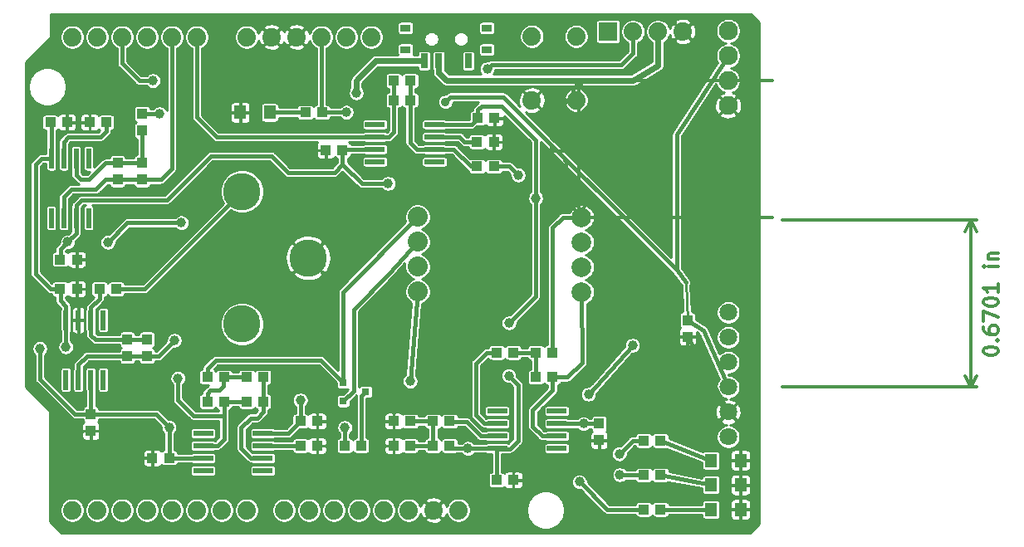
<source format=gbr>
G04 #@! TF.GenerationSoftware,KiCad,Pcbnew,(5.0.0)*
G04 #@! TF.CreationDate,2020-02-21T08:35:06-08:00*
G04 #@! TF.ProjectId,spirometer_v1_2psensors,737069726F6D657465725F76315F3270,rev?*
G04 #@! TF.SameCoordinates,Original*
G04 #@! TF.FileFunction,Copper,L1,Top,Signal*
G04 #@! TF.FilePolarity,Positive*
%FSLAX46Y46*%
G04 Gerber Fmt 4.6, Leading zero omitted, Abs format (unit mm)*
G04 Created by KiCad (PCBNEW (5.0.0)) date 02/21/20 08:35:06*
%MOMM*%
%LPD*%
G01*
G04 APERTURE LIST*
G04 #@! TA.AperFunction,NonConductor*
%ADD10C,0.300000*%
G04 #@! TD*
%ADD11C,0.300000*%
G04 #@! TA.AperFunction,ComponentPad*
%ADD12C,1.879600*%
G04 #@! TD*
G04 #@! TA.AperFunction,ComponentPad*
%ADD13R,1.879600X1.879600*%
G04 #@! TD*
G04 #@! TA.AperFunction,SMDPad,CuDef*
%ADD14R,1.200000X1.400000*%
G04 #@! TD*
G04 #@! TA.AperFunction,SMDPad,CuDef*
%ADD15R,0.700000X1.500000*%
G04 #@! TD*
G04 #@! TA.AperFunction,SMDPad,CuDef*
%ADD16R,1.000000X0.800000*%
G04 #@! TD*
G04 #@! TA.AperFunction,ComponentPad*
%ADD17C,3.816000*%
G04 #@! TD*
G04 #@! TA.AperFunction,SMDPad,CuDef*
%ADD18R,0.500000X2.000000*%
G04 #@! TD*
G04 #@! TA.AperFunction,SMDPad,CuDef*
%ADD19R,1.100000X1.000000*%
G04 #@! TD*
G04 #@! TA.AperFunction,SMDPad,CuDef*
%ADD20R,1.000000X1.100000*%
G04 #@! TD*
G04 #@! TA.AperFunction,SMDPad,CuDef*
%ADD21R,2.000000X0.500000*%
G04 #@! TD*
G04 #@! TA.AperFunction,SMDPad,CuDef*
%ADD22R,0.760000X0.760000*%
G04 #@! TD*
G04 #@! TA.AperFunction,ComponentPad*
%ADD23C,1.800000*%
G04 #@! TD*
G04 #@! TA.AperFunction,ComponentPad*
%ADD24C,2.032000*%
G04 #@! TD*
G04 #@! TA.AperFunction,ComponentPad*
%ADD25C,2.000000*%
G04 #@! TD*
G04 #@! TA.AperFunction,ComponentPad*
%ADD26C,1.930400*%
G04 #@! TD*
G04 #@! TA.AperFunction,ViaPad*
%ADD27C,1.006400*%
G04 #@! TD*
G04 #@! TA.AperFunction,ViaPad*
%ADD28C,0.914400*%
G04 #@! TD*
G04 #@! TA.AperFunction,Conductor*
%ADD29C,0.406400*%
G04 #@! TD*
G04 #@! TA.AperFunction,Conductor*
%ADD30C,0.609600*%
G04 #@! TD*
G04 #@! TA.AperFunction,Conductor*
%ADD31C,0.254000*%
G04 #@! TD*
G04 APERTURE END LIST*
D10*
X208529671Y-112906457D02*
X208529671Y-112763600D01*
X208601100Y-112620742D01*
X208672528Y-112549314D01*
X208815385Y-112477885D01*
X209101100Y-112406457D01*
X209458242Y-112406457D01*
X209743957Y-112477885D01*
X209886814Y-112549314D01*
X209958242Y-112620742D01*
X210029671Y-112763600D01*
X210029671Y-112906457D01*
X209958242Y-113049314D01*
X209886814Y-113120742D01*
X209743957Y-113192171D01*
X209458242Y-113263600D01*
X209101100Y-113263600D01*
X208815385Y-113192171D01*
X208672528Y-113120742D01*
X208601100Y-113049314D01*
X208529671Y-112906457D01*
X209886814Y-111763600D02*
X209958242Y-111692171D01*
X210029671Y-111763600D01*
X209958242Y-111835028D01*
X209886814Y-111763600D01*
X210029671Y-111763600D01*
X208529671Y-110406457D02*
X208529671Y-110692171D01*
X208601100Y-110835028D01*
X208672528Y-110906457D01*
X208886814Y-111049314D01*
X209172528Y-111120742D01*
X209743957Y-111120742D01*
X209886814Y-111049314D01*
X209958242Y-110977885D01*
X210029671Y-110835028D01*
X210029671Y-110549314D01*
X209958242Y-110406457D01*
X209886814Y-110335028D01*
X209743957Y-110263600D01*
X209386814Y-110263600D01*
X209243957Y-110335028D01*
X209172528Y-110406457D01*
X209101100Y-110549314D01*
X209101100Y-110835028D01*
X209172528Y-110977885D01*
X209243957Y-111049314D01*
X209386814Y-111120742D01*
X208529671Y-109763600D02*
X208529671Y-108763600D01*
X210029671Y-109406457D01*
X208529671Y-107906457D02*
X208529671Y-107763600D01*
X208601100Y-107620742D01*
X208672528Y-107549314D01*
X208815385Y-107477885D01*
X209101100Y-107406457D01*
X209458242Y-107406457D01*
X209743957Y-107477885D01*
X209886814Y-107549314D01*
X209958242Y-107620742D01*
X210029671Y-107763600D01*
X210029671Y-107906457D01*
X209958242Y-108049314D01*
X209886814Y-108120742D01*
X209743957Y-108192171D01*
X209458242Y-108263600D01*
X209101100Y-108263600D01*
X208815385Y-108192171D01*
X208672528Y-108120742D01*
X208601100Y-108049314D01*
X208529671Y-107906457D01*
X210029671Y-105977885D02*
X210029671Y-106835028D01*
X210029671Y-106406457D02*
X208529671Y-106406457D01*
X208743957Y-106549314D01*
X208886814Y-106692171D01*
X208958242Y-106835028D01*
X210029671Y-104192171D02*
X209029671Y-104192171D01*
X208529671Y-104192171D02*
X208601100Y-104263600D01*
X208672528Y-104192171D01*
X208601100Y-104120742D01*
X208529671Y-104192171D01*
X208672528Y-104192171D01*
X209029671Y-103477885D02*
X210029671Y-103477885D01*
X209172528Y-103477885D02*
X209101100Y-103406457D01*
X209029671Y-103263600D01*
X209029671Y-103049314D01*
X209101100Y-102906457D01*
X209243957Y-102835028D01*
X210029671Y-102835028D01*
D11*
X207251100Y-116523600D02*
X207251100Y-99503600D01*
X188001100Y-116523600D02*
X207837521Y-116523600D01*
X188001100Y-99503600D02*
X207837521Y-99503600D01*
X207251100Y-99503600D02*
X207837521Y-100630104D01*
X207251100Y-99503600D02*
X206664679Y-100630104D01*
X207251100Y-116523600D02*
X207837521Y-115397096D01*
X207251100Y-116523600D02*
X206664679Y-115397096D01*
D10*
X165972528Y-87360742D02*
X165972528Y-87503600D01*
X165901100Y-87646457D01*
X165829671Y-87717885D01*
X165686814Y-87789314D01*
X165401100Y-87860742D01*
X165043957Y-87860742D01*
X164758242Y-87789314D01*
X164615385Y-87717885D01*
X164543957Y-87646457D01*
X164472528Y-87503600D01*
X164472528Y-87360742D01*
X164543957Y-87217885D01*
X164615385Y-87146457D01*
X164758242Y-87075028D01*
X165043957Y-87003600D01*
X165401100Y-87003600D01*
X165686814Y-87075028D01*
X165829671Y-87146457D01*
X165901100Y-87217885D01*
X165972528Y-87360742D01*
X164615385Y-88503600D02*
X164543957Y-88575028D01*
X164472528Y-88503600D01*
X164543957Y-88432171D01*
X164615385Y-88503600D01*
X164472528Y-88503600D01*
X165972528Y-89932171D02*
X165972528Y-89217885D01*
X165258242Y-89146457D01*
X165329671Y-89217885D01*
X165401100Y-89360742D01*
X165401100Y-89717885D01*
X165329671Y-89860742D01*
X165258242Y-89932171D01*
X165115385Y-90003600D01*
X164758242Y-90003600D01*
X164615385Y-89932171D01*
X164543957Y-89860742D01*
X164472528Y-89717885D01*
X164472528Y-89360742D01*
X164543957Y-89217885D01*
X164615385Y-89146457D01*
X165972528Y-91360742D02*
X165972528Y-90646457D01*
X165258242Y-90575028D01*
X165329671Y-90646457D01*
X165401100Y-90789314D01*
X165401100Y-91146457D01*
X165329671Y-91289314D01*
X165258242Y-91360742D01*
X165115385Y-91432171D01*
X164758242Y-91432171D01*
X164615385Y-91360742D01*
X164543957Y-91289314D01*
X164472528Y-91146457D01*
X164472528Y-90789314D01*
X164543957Y-90646457D01*
X164615385Y-90575028D01*
X164472528Y-92860742D02*
X164472528Y-92003600D01*
X164472528Y-92432171D02*
X165972528Y-92432171D01*
X165758242Y-92289314D01*
X165615385Y-92146457D01*
X165543957Y-92003600D01*
X165829671Y-93432171D02*
X165901100Y-93503600D01*
X165972528Y-93646457D01*
X165972528Y-94003600D01*
X165901100Y-94146457D01*
X165829671Y-94217885D01*
X165686814Y-94289314D01*
X165543957Y-94289314D01*
X165329671Y-94217885D01*
X164472528Y-93360742D01*
X164472528Y-94289314D01*
X164472528Y-96075028D02*
X165472528Y-96075028D01*
X165972528Y-96075028D02*
X165901100Y-96003600D01*
X165829671Y-96075028D01*
X165901100Y-96146457D01*
X165972528Y-96075028D01*
X165829671Y-96075028D01*
X165472528Y-96789314D02*
X164472528Y-96789314D01*
X165329671Y-96789314D02*
X165401100Y-96860742D01*
X165472528Y-97003600D01*
X165472528Y-97217885D01*
X165401100Y-97360742D01*
X165258242Y-97432171D01*
X164472528Y-97432171D01*
D11*
X167251100Y-85253600D02*
X167251100Y-99253600D01*
X187001100Y-85253600D02*
X166664679Y-85253600D01*
X187001100Y-99253600D02*
X166664679Y-99253600D01*
X167251100Y-99253600D02*
X166664679Y-98127096D01*
X167251100Y-99253600D02*
X167837521Y-98127096D01*
X167251100Y-85253600D02*
X166664679Y-86380104D01*
X167251100Y-85253600D02*
X167837521Y-86380104D01*
D12*
G04 #@! TO.P,U1,AREF*
G04 #@! TO.N,Net-(U1-PadAREF)*
X155001100Y-129073600D03*
G04 #@! TO.P,U1,GND@2*
G04 #@! TO.N,GND*
X152461100Y-129073600D03*
G04 #@! TO.P,U1,D13*
G04 #@! TO.N,Net-(U1-PadD13)*
X149921100Y-129073600D03*
G04 #@! TO.P,U1,D12*
G04 #@! TO.N,Net-(U1-PadD12)*
X147381100Y-129073600D03*
G04 #@! TO.P,U1,D11*
G04 #@! TO.N,Net-(U1-PadD11)*
X144841100Y-129073600D03*
G04 #@! TO.P,U1,D10*
G04 #@! TO.N,Net-(U1-PadD10)*
X142301100Y-129073600D03*
G04 #@! TO.P,U1,D9*
G04 #@! TO.N,Net-(U1-PadD9)*
X139761100Y-129073600D03*
G04 #@! TO.P,U1,D8*
G04 #@! TO.N,Net-(U1-PadD8)*
X137221100Y-129073600D03*
G04 #@! TO.P,U1,D7*
G04 #@! TO.N,Net-(U1-PadD7)*
X133411100Y-129073600D03*
G04 #@! TO.P,U1,D6*
G04 #@! TO.N,Net-(R21-Pad1)*
X130871100Y-129073600D03*
G04 #@! TO.P,U1,D5*
G04 #@! TO.N,Net-(R20-Pad1)*
X128331100Y-129073600D03*
G04 #@! TO.P,U1,D4*
G04 #@! TO.N,Net-(U1-PadD4)*
X125791100Y-129073600D03*
G04 #@! TO.P,U1,D3*
G04 #@! TO.N,Net-(R19-Pad1)*
X123251100Y-129073600D03*
G04 #@! TO.P,U1,D2*
G04 #@! TO.N,Net-(U1-PadD2)*
X120711100Y-129073600D03*
G04 #@! TO.P,U1,TX*
G04 #@! TO.N,Net-(U1-PadTX)*
X118171100Y-129073600D03*
G04 #@! TO.P,U1,RX*
G04 #@! TO.N,Net-(U1-PadRX)*
X115631100Y-129073600D03*
G04 #@! TO.P,U1,A5*
G04 #@! TO.N,Net-(U1-PadA5)*
X115631100Y-80813600D03*
G04 #@! TO.P,U1,A4*
G04 #@! TO.N,/OUT_PRES2*
X118171100Y-80813600D03*
G04 #@! TO.P,U1,A3*
G04 #@! TO.N,/OUT_PRES*
X120711100Y-80813600D03*
G04 #@! TO.P,U1,A2*
G04 #@! TO.N,/OUT_O2*
X123251100Y-80813600D03*
G04 #@! TO.P,U1,A1*
G04 #@! TO.N,/OUT_CO*
X125791100Y-80813600D03*
G04 #@! TO.P,U1,A0*
G04 #@! TO.N,/OUT_NO*
X128331100Y-80813600D03*
G04 #@! TO.P,U1,VIN*
G04 #@! TO.N,/VIN*
X133411100Y-80813600D03*
G04 #@! TO.P,U1,GND@1*
G04 #@! TO.N,GND*
X135951100Y-80813600D03*
G04 #@! TO.P,U1,GND@0*
X138491100Y-80813600D03*
G04 #@! TO.P,U1,5V*
G04 #@! TO.N,/5V*
X141031100Y-80813600D03*
G04 #@! TO.P,U1,3.3V*
G04 #@! TO.N,Net-(U1-Pad3.3V)*
X143571100Y-80813600D03*
G04 #@! TO.P,U1,RES*
G04 #@! TO.N,Net-(RESET1-Pad3)*
X146111100Y-80813600D03*
G04 #@! TD*
G04 #@! TO.P,JP1,4*
G04 #@! TO.N,GND*
X177871100Y-80253600D03*
G04 #@! TO.P,JP1,3*
G04 #@! TO.N,/9V*
X175331100Y-80253600D03*
G04 #@! TO.P,JP1,2*
G04 #@! TO.N,/6V*
X172791100Y-80253600D03*
D13*
G04 #@! TO.P,JP1,1*
G04 #@! TO.N,/-6V*
X170251100Y-80253600D03*
G04 #@! TD*
D14*
G04 #@! TO.P,LED1,C*
G04 #@! TO.N,GND*
X183751100Y-124003600D03*
G04 #@! TO.P,LED1,A*
G04 #@! TO.N,Net-(LED1-PadA)*
X180751100Y-124003600D03*
G04 #@! TD*
G04 #@! TO.P,LED2,C*
G04 #@! TO.N,GND*
X183751100Y-126503600D03*
G04 #@! TO.P,LED2,A*
G04 #@! TO.N,Net-(LED2-PadA)*
X180751100Y-126503600D03*
G04 #@! TD*
G04 #@! TO.P,LED3,C*
G04 #@! TO.N,GND*
X183751100Y-129003600D03*
G04 #@! TO.P,LED3,A*
G04 #@! TO.N,Net-(LED3-PadA)*
X180751100Y-129003600D03*
G04 #@! TD*
D12*
G04 #@! TO.P,RESET1,4*
G04 #@! TO.N,N/C*
X167011700Y-80752400D03*
G04 #@! TO.P,RESET1,3*
G04 #@! TO.N,Net-(RESET1-Pad3)*
X167011700Y-87254800D03*
G04 #@! TO.P,RESET1,2*
G04 #@! TO.N,N/C*
X162490500Y-80752400D03*
G04 #@! TO.P,RESET1,1*
G04 #@! TO.N,GND*
X162490500Y-87254800D03*
G04 #@! TD*
D15*
G04 #@! TO.P,U$1,S*
G04 #@! TO.N,/VIN*
X151501100Y-83253600D03*
G04 #@! TO.P,U$1,P*
G04 #@! TO.N,/9V*
X153001100Y-83253600D03*
G04 #@! TO.P,U$1,O*
G04 #@! TO.N,Net-(U$1-PadO)*
X156001100Y-83253600D03*
D16*
G04 #@! TO.P,U$1,P$4*
G04 #@! TO.N,N/C*
X149601100Y-82103600D03*
G04 #@! TO.P,U$1,P$3*
X149601100Y-79903600D03*
G04 #@! TO.P,U$1,P$2*
X157901100Y-79903600D03*
G04 #@! TO.P,U$1,P$1*
X157901100Y-82103600D03*
G04 #@! TD*
D17*
G04 #@! TO.P,U$4,-VE*
G04 #@! TO.N,Net-(R1-Pad1)*
X132923100Y-96585600D03*
G04 #@! TO.P,U$4,+VE*
G04 #@! TO.N,GND*
X139673100Y-103335600D03*
G04 #@! TO.P,U$4,NC*
G04 #@! TO.N,N/C*
X132923100Y-110085600D03*
G04 #@! TD*
D18*
G04 #@! TO.P,U$5,8*
G04 #@! TO.N,Net-(U$5-Pad8)*
X118791100Y-115773600D03*
G04 #@! TO.P,U$5,7*
G04 #@! TO.N,/6V*
X117521100Y-115773600D03*
G04 #@! TO.P,U$5,6*
G04 #@! TO.N,/OUT_O2*
X116251100Y-115773600D03*
G04 #@! TO.P,U$5,5*
G04 #@! TO.N,Net-(U$5-Pad5)*
X114981100Y-115773600D03*
G04 #@! TO.P,U$5,4*
G04 #@! TO.N,/-6V*
X114981100Y-109693600D03*
G04 #@! TO.P,U$5,3*
G04 #@! TO.N,GND*
X116251100Y-109693600D03*
G04 #@! TO.P,U$5,2*
G04 #@! TO.N,Net-(C1-Pad1)*
X117521100Y-109693600D03*
G04 #@! TO.P,U$5,1*
G04 #@! TO.N,Net-(U$5-Pad1)*
X118791100Y-109693600D03*
G04 #@! TD*
D19*
G04 #@! TO.P,R1,2*
G04 #@! TO.N,Net-(C1-Pad1)*
X118401100Y-106503600D03*
G04 #@! TO.P,R1,1*
G04 #@! TO.N,Net-(R1-Pad1)*
X120101100Y-106503600D03*
G04 #@! TD*
D20*
G04 #@! TO.P,R2,2*
G04 #@! TO.N,/OUT_O2*
X121251100Y-113353600D03*
G04 #@! TO.P,R2,1*
G04 #@! TO.N,Net-(C1-Pad1)*
X121251100Y-111653600D03*
G04 #@! TD*
G04 #@! TO.P,C1,2*
G04 #@! TO.N,/OUT_O2*
X123251100Y-113353600D03*
G04 #@! TO.P,C1,1*
G04 #@! TO.N,Net-(C1-Pad1)*
X123251100Y-111653600D03*
G04 #@! TD*
D19*
G04 #@! TO.P,C2,2*
G04 #@! TO.N,GND*
X116101100Y-106503600D03*
G04 #@! TO.P,C2,1*
G04 #@! TO.N,/-6V*
X114401100Y-106503600D03*
G04 #@! TD*
D20*
G04 #@! TO.P,C3,2*
G04 #@! TO.N,/6V*
X117525900Y-119296800D03*
G04 #@! TO.P,C3,1*
G04 #@! TO.N,GND*
X117525900Y-120996800D03*
G04 #@! TD*
D21*
G04 #@! TO.P,U$6,8*
G04 #@! TO.N,Net-(U$6-Pad8)*
X128981100Y-125043600D03*
G04 #@! TO.P,U$6,7*
G04 #@! TO.N,/6V*
X128981100Y-123773600D03*
G04 #@! TO.P,U$6,6*
G04 #@! TO.N,Net-(C5-Pad2)*
X128981100Y-122503600D03*
G04 #@! TO.P,U$6,5*
G04 #@! TO.N,Net-(U$6-Pad5)*
X128981100Y-121233600D03*
G04 #@! TO.P,U$6,4*
G04 #@! TO.N,/-6V*
X135061100Y-121233600D03*
G04 #@! TO.P,U$6,3*
G04 #@! TO.N,Net-(R3-Pad2)*
X135061100Y-122503600D03*
G04 #@! TO.P,U$6,2*
G04 #@! TO.N,Net-(C5-Pad1)*
X135061100Y-123773600D03*
G04 #@! TO.P,U$6,1*
G04 #@! TO.N,Net-(U$6-Pad1)*
X135061100Y-125043600D03*
G04 #@! TD*
D18*
G04 #@! TO.P,U$7,8*
G04 #@! TO.N,Net-(U$7-Pad8)*
X117291100Y-99273600D03*
G04 #@! TO.P,U$7,7*
G04 #@! TO.N,/6V*
X116021100Y-99273600D03*
G04 #@! TO.P,U$7,6*
G04 #@! TO.N,/OUT_CO*
X114751100Y-99273600D03*
G04 #@! TO.P,U$7,5*
G04 #@! TO.N,Net-(U$7-Pad5)*
X113481100Y-99273600D03*
G04 #@! TO.P,U$7,4*
G04 #@! TO.N,/-6V*
X113481100Y-93193600D03*
G04 #@! TO.P,U$7,3*
G04 #@! TO.N,Net-(R8-Pad2)*
X114751100Y-93193600D03*
G04 #@! TO.P,U$7,2*
G04 #@! TO.N,Net-(C4-Pad1)*
X116021100Y-93193600D03*
G04 #@! TO.P,U$7,1*
G04 #@! TO.N,Net-(U$7-Pad1)*
X117291100Y-93193600D03*
G04 #@! TD*
D22*
G04 #@! TO.P,U$8,3*
G04 #@! TO.N,Net-(R6-Pad1)*
X145541100Y-117003600D03*
G04 #@! TO.P,U$8,1*
G04 #@! TO.N,Net-(R4-Pad2)*
X143251100Y-116053600D03*
G04 #@! TO.P,U$8,2*
G04 #@! TO.N,Net-(R7-Pad1)*
X143251100Y-117953600D03*
G04 #@! TD*
D19*
G04 #@! TO.P,R3,2*
G04 #@! TO.N,Net-(R3-Pad2)*
X138901100Y-122503600D03*
G04 #@! TO.P,R3,1*
G04 #@! TO.N,GND*
X140601100Y-122503600D03*
G04 #@! TD*
G04 #@! TO.P,R4,2*
G04 #@! TO.N,Net-(R4-Pad2)*
X129401100Y-115503600D03*
G04 #@! TO.P,R4,1*
G04 #@! TO.N,Net-(C6-Pad1)*
X131101100Y-115503600D03*
G04 #@! TD*
G04 #@! TO.P,R5,2*
G04 #@! TO.N,Net-(C6-Pad1)*
X133401100Y-115503600D03*
G04 #@! TO.P,R5,1*
G04 #@! TO.N,Net-(C5-Pad1)*
X135101100Y-115503600D03*
G04 #@! TD*
G04 #@! TO.P,R6,2*
G04 #@! TO.N,/6V*
X143401100Y-122503600D03*
G04 #@! TO.P,R6,1*
G04 #@! TO.N,Net-(R6-Pad1)*
X145101100Y-122503600D03*
G04 #@! TD*
D20*
G04 #@! TO.P,R7,2*
G04 #@! TO.N,Net-(C4-Pad1)*
X122751100Y-90353600D03*
G04 #@! TO.P,R7,1*
G04 #@! TO.N,Net-(R7-Pad1)*
X122751100Y-88653600D03*
G04 #@! TD*
D19*
G04 #@! TO.P,R8,2*
G04 #@! TO.N,Net-(R8-Pad2)*
X119101100Y-89503600D03*
G04 #@! TO.P,R8,1*
G04 #@! TO.N,GND*
X117401100Y-89503600D03*
G04 #@! TD*
D20*
G04 #@! TO.P,R9,2*
G04 #@! TO.N,/OUT_CO*
X120251100Y-95353600D03*
G04 #@! TO.P,R9,1*
G04 #@! TO.N,Net-(C4-Pad1)*
X120251100Y-93653600D03*
G04 #@! TD*
G04 #@! TO.P,C4,2*
G04 #@! TO.N,/OUT_CO*
X122751100Y-95353600D03*
G04 #@! TO.P,C4,1*
G04 #@! TO.N,Net-(C4-Pad1)*
X122751100Y-93653600D03*
G04 #@! TD*
D19*
G04 #@! TO.P,C5,2*
G04 #@! TO.N,Net-(C5-Pad2)*
X133401100Y-118003600D03*
G04 #@! TO.P,C5,1*
G04 #@! TO.N,Net-(C5-Pad1)*
X135101100Y-118003600D03*
G04 #@! TD*
G04 #@! TO.P,C6,2*
G04 #@! TO.N,Net-(C5-Pad2)*
X131101100Y-118003600D03*
G04 #@! TO.P,C6,1*
G04 #@! TO.N,Net-(C6-Pad1)*
X129401100Y-118003600D03*
G04 #@! TD*
G04 #@! TO.P,C7,2*
G04 #@! TO.N,GND*
X140601100Y-120003600D03*
G04 #@! TO.P,C7,1*
G04 #@! TO.N,/-6V*
X138901100Y-120003600D03*
G04 #@! TD*
G04 #@! TO.P,C8,2*
G04 #@! TO.N,/6V*
X125499500Y-123749600D03*
G04 #@! TO.P,C8,1*
G04 #@! TO.N,GND*
X123799500Y-123749600D03*
G04 #@! TD*
G04 #@! TO.P,C9,2*
G04 #@! TO.N,GND*
X115101100Y-89503600D03*
G04 #@! TO.P,C9,1*
G04 #@! TO.N,/-6V*
X113401100Y-89503600D03*
G04 #@! TD*
G04 #@! TO.P,C10,2*
G04 #@! TO.N,/6V*
X114401100Y-103503600D03*
G04 #@! TO.P,C10,1*
G04 #@! TO.N,GND*
X116101100Y-103503600D03*
G04 #@! TD*
D21*
G04 #@! TO.P,U$9,8*
G04 #@! TO.N,Net-(U$9-Pad8)*
X165021100Y-118963600D03*
G04 #@! TO.P,U$9,7*
G04 #@! TO.N,/6V*
X165021100Y-120233600D03*
G04 #@! TO.P,U$9,6*
G04 #@! TO.N,Net-(C11-Pad2)*
X165021100Y-121503600D03*
G04 #@! TO.P,U$9,5*
G04 #@! TO.N,Net-(U$9-Pad5)*
X165021100Y-122773600D03*
G04 #@! TO.P,U$9,4*
G04 #@! TO.N,/-6V*
X158941100Y-122773600D03*
G04 #@! TO.P,U$9,3*
G04 #@! TO.N,Net-(R12-Pad2)*
X158941100Y-121503600D03*
G04 #@! TO.P,U$9,2*
G04 #@! TO.N,Net-(R14-Pad1)*
X158941100Y-120233600D03*
G04 #@! TO.P,U$9,1*
G04 #@! TO.N,Net-(U$9-Pad1)*
X158941100Y-118963600D03*
G04 #@! TD*
G04 #@! TO.P,U$10,8*
G04 #@! TO.N,Net-(U$10-Pad8)*
X146481100Y-93543600D03*
G04 #@! TO.P,U$10,7*
G04 #@! TO.N,/6V*
X146481100Y-92273600D03*
G04 #@! TO.P,U$10,6*
G04 #@! TO.N,/OUT_NO*
X146481100Y-91003600D03*
G04 #@! TO.P,U$10,5*
G04 #@! TO.N,Net-(U$10-Pad5)*
X146481100Y-89733600D03*
G04 #@! TO.P,U$10,4*
G04 #@! TO.N,/-6V*
X152561100Y-89733600D03*
G04 #@! TO.P,U$10,3*
G04 #@! TO.N,Net-(R17-Pad2)*
X152561100Y-91003600D03*
G04 #@! TO.P,U$10,2*
G04 #@! TO.N,Net-(C12-Pad1)*
X152561100Y-92273600D03*
G04 #@! TO.P,U$10,1*
G04 #@! TO.N,Net-(U$10-Pad1)*
X152561100Y-93543600D03*
G04 #@! TD*
D19*
G04 #@! TO.P,R10,2*
G04 #@! TO.N,/-6V*
X154101100Y-122503600D03*
G04 #@! TO.P,R10,1*
G04 #@! TO.N,Net-(R10-Pad1)*
X152401100Y-122503600D03*
G04 #@! TD*
G04 #@! TO.P,R11,2*
G04 #@! TO.N,Net-(R10-Pad1)*
X150101100Y-122503600D03*
G04 #@! TO.P,R11,1*
G04 #@! TO.N,GND*
X148401100Y-122503600D03*
G04 #@! TD*
G04 #@! TO.P,R12,2*
G04 #@! TO.N,Net-(R12-Pad2)*
X154101100Y-120003600D03*
G04 #@! TO.P,R12,1*
G04 #@! TO.N,Net-(R10-Pad1)*
X152401100Y-120003600D03*
G04 #@! TD*
G04 #@! TO.P,R13,2*
G04 #@! TO.N,Net-(R10-Pad1)*
X150101100Y-120003600D03*
G04 #@! TO.P,R13,1*
G04 #@! TO.N,GND*
X148401100Y-120003600D03*
G04 #@! TD*
G04 #@! TO.P,R14,2*
G04 #@! TO.N,Net-(C11-Pad1)*
X160601100Y-113003600D03*
G04 #@! TO.P,R14,1*
G04 #@! TO.N,Net-(R14-Pad1)*
X158901100Y-113003600D03*
G04 #@! TD*
G04 #@! TO.P,R15,2*
G04 #@! TO.N,Net-(R15-Pad2)*
X164601100Y-113003600D03*
G04 #@! TO.P,R15,1*
G04 #@! TO.N,Net-(C11-Pad1)*
X162901100Y-113003600D03*
G04 #@! TD*
G04 #@! TO.P,R16,2*
G04 #@! TO.N,Net-(C12-Pad1)*
X156901100Y-94003600D03*
G04 #@! TO.P,R16,1*
G04 #@! TO.N,Net-(R16-Pad1)*
X158601100Y-94003600D03*
G04 #@! TD*
G04 #@! TO.P,R17,2*
G04 #@! TO.N,Net-(R17-Pad2)*
X156901100Y-91503600D03*
G04 #@! TO.P,R17,1*
G04 #@! TO.N,GND*
X158601100Y-91503600D03*
G04 #@! TD*
G04 #@! TO.P,R18,2*
G04 #@! TO.N,/OUT_NO*
X148401100Y-85253600D03*
G04 #@! TO.P,R18,1*
G04 #@! TO.N,Net-(C12-Pad1)*
X150101100Y-85253600D03*
G04 #@! TD*
G04 #@! TO.P,C11,2*
G04 #@! TO.N,Net-(C11-Pad2)*
X164601100Y-115503600D03*
G04 #@! TO.P,C11,1*
G04 #@! TO.N,Net-(C11-Pad1)*
X162901100Y-115503600D03*
G04 #@! TD*
G04 #@! TO.P,C12,2*
G04 #@! TO.N,/OUT_NO*
X148401100Y-87253600D03*
G04 #@! TO.P,C12,1*
G04 #@! TO.N,Net-(C12-Pad1)*
X150101100Y-87253600D03*
G04 #@! TD*
G04 #@! TO.P,C13,2*
G04 #@! TO.N,GND*
X160601100Y-126003600D03*
G04 #@! TO.P,C13,1*
G04 #@! TO.N,/-6V*
X158901100Y-126003600D03*
G04 #@! TD*
D20*
G04 #@! TO.P,C14,2*
G04 #@! TO.N,/6V*
X169345500Y-120247600D03*
G04 #@! TO.P,C14,1*
G04 #@! TO.N,GND*
X169345500Y-121947600D03*
G04 #@! TD*
D19*
G04 #@! TO.P,C15,2*
G04 #@! TO.N,GND*
X158677100Y-89087600D03*
G04 #@! TO.P,C15,1*
G04 #@! TO.N,/-6V*
X156977100Y-89087600D03*
G04 #@! TD*
G04 #@! TO.P,C16,2*
G04 #@! TO.N,/6V*
X143183100Y-92349600D03*
G04 #@! TO.P,C16,1*
G04 #@! TO.N,GND*
X141483100Y-92349600D03*
G04 #@! TD*
G04 #@! TO.P,R19,2*
G04 #@! TO.N,Net-(LED1-PadA)*
X175601100Y-121987600D03*
G04 #@! TO.P,R19,1*
G04 #@! TO.N,Net-(R19-Pad1)*
X173901100Y-121987600D03*
G04 #@! TD*
G04 #@! TO.P,R20,2*
G04 #@! TO.N,Net-(LED2-PadA)*
X175601100Y-125495600D03*
G04 #@! TO.P,R20,1*
G04 #@! TO.N,Net-(R20-Pad1)*
X173901100Y-125495600D03*
G04 #@! TD*
G04 #@! TO.P,R21,2*
G04 #@! TO.N,Net-(LED3-PadA)*
X175601100Y-129003600D03*
G04 #@! TO.P,R21,1*
G04 #@! TO.N,Net-(R21-Pad1)*
X173901100Y-129003600D03*
G04 #@! TD*
D23*
G04 #@! TO.P,U$11,6*
G04 #@! TO.N,Net-(U$11-Pad6)*
X182501100Y-108903600D03*
G04 #@! TO.P,U$11,5*
G04 #@! TO.N,Net-(U$11-Pad5)*
X182501100Y-111443600D03*
G04 #@! TO.P,U$11,4*
G04 #@! TO.N,Net-(U$11-Pad4)*
X182501100Y-113983600D03*
G04 #@! TO.P,U$11,3*
G04 #@! TO.N,/5V*
X182501100Y-116523600D03*
G04 #@! TO.P,U$11,2*
G04 #@! TO.N,GND*
X182501100Y-119063600D03*
G04 #@! TO.P,U$11,1*
G04 #@! TO.N,/OUT_PRES*
X182501100Y-121603600D03*
G04 #@! TD*
D20*
G04 #@! TO.P,C17,2*
G04 #@! TO.N,GND*
X178345900Y-111386000D03*
G04 #@! TO.P,C17,1*
G04 #@! TO.N,/5V*
X178345900Y-109686000D03*
G04 #@! TD*
D14*
G04 #@! TO.P,LED4,C*
G04 #@! TO.N,GND*
X132751100Y-88503600D03*
G04 #@! TO.P,LED4,A*
G04 #@! TO.N,Net-(LED4-PadA)*
X135751100Y-88503600D03*
G04 #@! TD*
D19*
G04 #@! TO.P,R22,2*
G04 #@! TO.N,Net-(LED4-PadA)*
X139401100Y-88503600D03*
G04 #@! TO.P,R22,1*
G04 #@! TO.N,/5V*
X141101100Y-88503600D03*
G04 #@! TD*
D24*
G04 #@! TO.P,U$12,CE*
G04 #@! TO.N,Net-(C5-Pad2)*
X150841100Y-106768600D03*
G04 #@! TO.P,U$12,WE*
G04 #@! TO.N,Net-(R7-Pad1)*
X150841100Y-101688600D03*
G04 #@! TO.P,U$12,NC*
G04 #@! TO.N,N/C*
X150841100Y-104228600D03*
G04 #@! TO.P,U$12,RE*
G04 #@! TO.N,Net-(R4-Pad2)*
X150841100Y-99148600D03*
G04 #@! TD*
D25*
G04 #@! TO.P,U$2,CE*
G04 #@! TO.N,Net-(C11-Pad2)*
X167571100Y-106813600D03*
G04 #@! TO.P,U$2,WE*
G04 #@! TO.N,Net-(R16-Pad1)*
X167571100Y-104273600D03*
G04 #@! TO.P,U$2,NC*
G04 #@! TO.N,N/C*
X167571100Y-101733600D03*
G04 #@! TO.P,U$2,RE*
G04 #@! TO.N,Net-(R15-Pad2)*
X167571100Y-99193600D03*
G04 #@! TD*
D26*
G04 #@! TO.P,U$3,P$4*
G04 #@! TO.N,GND*
X182501100Y-87793600D03*
G04 #@! TO.P,U$3,P$3*
G04 #@! TO.N,/OUT_PRES2*
X182501100Y-85253600D03*
G04 #@! TO.P,U$3,P$2*
G04 #@! TO.N,/5V*
X182501100Y-82713600D03*
G04 #@! TO.P,U$3,P$1*
G04 #@! TO.N,Net-(U$3-PadP$1)*
X182501100Y-80173600D03*
G04 #@! TD*
D27*
G04 #@! TO.N,GND*
X119181100Y-103472800D03*
X112272300Y-109060800D03*
X120349500Y-120795600D03*
X140110700Y-109975200D03*
X148695900Y-112464400D03*
X153928300Y-116985600D03*
X172622700Y-114140800D03*
X130865100Y-85642000D03*
X127715500Y-92144400D03*
X174502300Y-89401200D03*
X140872700Y-116985600D03*
X119028700Y-85692800D03*
X160430700Y-91534800D03*
X122178300Y-115868000D03*
X144555700Y-101517000D03*
X157916100Y-98672200D03*
G04 #@! TO.N,/6V*
X157941500Y-84067200D03*
X147832300Y-95751200D03*
X125499500Y-120611600D03*
X167745900Y-120247600D03*
X143412700Y-120643200D03*
X112323100Y-112591400D03*
X115155200Y-101707500D03*
G04 #@! TO.N,/-6V*
X138891500Y-117849200D03*
X155960300Y-122773600D03*
X114964700Y-112413600D03*
X160125900Y-115360000D03*
X160151300Y-109975200D03*
X162869100Y-97249800D03*
G04 #@! TO.N,/VIN*
X144581100Y-86505600D03*
G04 #@! TO.N,/OUT_O2*
X126039100Y-111753200D03*
G04 #@! TO.N,Net-(C5-Pad2)*
X150079500Y-115914800D03*
X126394700Y-115614000D03*
G04 #@! TO.N,Net-(R7-Pad1)*
X124515100Y-88639200D03*
G04 #@! TO.N,Net-(R16-Pad1)*
X161091100Y-94887600D03*
G04 #@! TO.N,Net-(R19-Pad1)*
X171403500Y-123335600D03*
G04 #@! TO.N,Net-(R20-Pad1)*
X171454300Y-125469200D03*
G04 #@! TO.N,Net-(R21-Pad1)*
X167339500Y-126180400D03*
G04 #@! TO.N,/OUT_PRES*
X123854700Y-85261000D03*
D28*
G04 #@! TO.N,/5V*
X153674300Y-87420000D03*
D27*
X143565100Y-88486800D03*
G04 #@! TO.N,/OUT_PRES2*
X172751100Y-112253600D03*
X168251100Y-117253600D03*
X126751100Y-99753600D03*
X119251100Y-101753600D03*
G04 #@! TD*
D29*
G04 #@! TO.N,GND*
X178345900Y-111386000D02*
X179023500Y-112563600D01*
X179023500Y-112563600D02*
X182501100Y-119063600D01*
D30*
G04 #@! TO.N,/9V*
X172811100Y-85235600D02*
X175355100Y-83691600D01*
X175355100Y-83691600D02*
X175355100Y-82777600D01*
X175355100Y-82777600D02*
X175331100Y-80253600D01*
X172811100Y-85235600D02*
X153775900Y-85235600D01*
X153775900Y-85235600D02*
X153001100Y-84460800D01*
X153001100Y-84460800D02*
X153001100Y-83253600D01*
D29*
G04 #@! TO.N,/6V*
X128981100Y-123773600D02*
X125523500Y-123773600D01*
X125523500Y-123773600D02*
X125523500Y-123773600D01*
X125523500Y-123773600D02*
X125499500Y-123749600D01*
X116021100Y-99273600D02*
X116021100Y-100841600D01*
X116021100Y-100841600D02*
X115155200Y-101707500D01*
X115155200Y-101707500D02*
X114405900Y-102456800D01*
X114405900Y-102456800D02*
X114405900Y-103498800D01*
X114405900Y-103498800D02*
X114401100Y-103503600D01*
X146481100Y-92273600D02*
X143259100Y-92273600D01*
X143259100Y-92273600D02*
X143183100Y-92349600D01*
X143183100Y-92349600D02*
X143183100Y-93796400D01*
X143183100Y-93796400D02*
X142345900Y-94633600D01*
X142345900Y-94633600D02*
X137621500Y-94633600D01*
X137621500Y-94633600D02*
X135945100Y-92957200D01*
X135945100Y-92957200D02*
X129747500Y-92957200D01*
X129747500Y-92957200D02*
X125277100Y-97427600D01*
X125277100Y-97427600D02*
X116590300Y-97427600D01*
X116590300Y-97427600D02*
X116031500Y-97986400D01*
X116031500Y-97986400D02*
X116031500Y-99263200D01*
X116031500Y-99263200D02*
X116021100Y-99273600D01*
X172791100Y-80253600D02*
X172791100Y-82465600D01*
X172791100Y-82465600D02*
X171595900Y-83660800D01*
X171595900Y-83660800D02*
X158347900Y-83660800D01*
X158347900Y-83660800D02*
X157941500Y-84067200D01*
X147832300Y-95751200D02*
X145137900Y-95751200D01*
X145137900Y-95751200D02*
X143183100Y-93796400D01*
X169345500Y-120247600D02*
X167745900Y-120247600D01*
X167745900Y-120247600D02*
X165035100Y-120247600D01*
X165035100Y-120247600D02*
X165021100Y-120233600D01*
X125499500Y-123749600D02*
X125499500Y-120611600D01*
X143401100Y-122503600D02*
X143401100Y-120654800D01*
X143401100Y-120654800D02*
X143412700Y-120643200D01*
X117521100Y-115773600D02*
X117525900Y-115778400D01*
X125499500Y-120611600D02*
X124184700Y-119296800D01*
X124184700Y-119296800D02*
X117525900Y-119296800D01*
X117525900Y-119296800D02*
X117500700Y-119271600D01*
X117500700Y-119271600D02*
X115904500Y-119271600D01*
X115904500Y-119271600D02*
X112323100Y-115690200D01*
X112323100Y-115690200D02*
X112323100Y-112591400D01*
X117521100Y-115773600D02*
X117521100Y-119292000D01*
X117521100Y-119292000D02*
X117525900Y-119296800D01*
G04 #@! TO.N,/-6V*
X114981100Y-109693600D02*
X114981100Y-108264400D01*
X114981100Y-108264400D02*
X114405900Y-107689200D01*
X114405900Y-107689200D02*
X114405900Y-106508400D01*
X114405900Y-106508400D02*
X114401100Y-106503600D01*
X138901100Y-120003600D02*
X137671100Y-121233600D01*
X137671100Y-121233600D02*
X135061100Y-121233600D01*
X158941100Y-122773600D02*
X155960300Y-122773600D01*
X158901100Y-126003600D02*
X158901100Y-122813600D01*
X158901100Y-122813600D02*
X158941100Y-122773600D01*
X113401100Y-89503600D02*
X113481100Y-89583600D01*
X113481100Y-89583600D02*
X113481100Y-93193600D01*
X152561100Y-89733600D02*
X156331100Y-89733600D01*
X156331100Y-89733600D02*
X156977100Y-89087600D01*
X138901100Y-120003600D02*
X138901100Y-117858800D01*
X138901100Y-117858800D02*
X138891500Y-117849200D01*
X155960300Y-122773600D02*
X154371100Y-122773600D01*
X154371100Y-122773600D02*
X154101100Y-122503600D01*
D31*
X157179500Y-89147200D02*
X156977100Y-89087600D01*
D29*
X162869100Y-91331600D02*
X159414700Y-87877200D01*
X159414700Y-87877200D02*
X157331900Y-87877200D01*
X157331900Y-87877200D02*
X156976300Y-88232800D01*
X156976300Y-88232800D02*
X156976300Y-89086800D01*
X156976300Y-89086800D02*
X156977100Y-89087600D01*
X114401100Y-106503600D02*
X113423500Y-106503600D01*
X113423500Y-106503600D02*
X111865900Y-104946000D01*
X111865900Y-104946000D02*
X111865900Y-93820800D01*
X111865900Y-93820800D02*
X112475500Y-93211200D01*
X112475500Y-93211200D02*
X113463500Y-93211200D01*
X113463500Y-93211200D02*
X113481100Y-93193600D01*
X114981100Y-109693600D02*
X114964700Y-109710000D01*
X114964700Y-109710000D02*
X114964700Y-112413600D01*
X158901100Y-122813600D02*
X160241500Y-122813600D01*
X160241500Y-122813600D02*
X161065700Y-121989400D01*
X161065700Y-121989400D02*
X161065700Y-116299800D01*
X161065700Y-116299800D02*
X160125900Y-115360000D01*
X160151300Y-109975200D02*
X162869100Y-107257400D01*
X162869100Y-107257400D02*
X162869100Y-97249800D01*
X162869100Y-97249800D02*
X162869100Y-91331600D01*
D30*
G04 #@! TO.N,/VIN*
X144581100Y-85235600D02*
X144581100Y-86505600D01*
X144581100Y-85235600D02*
X146563100Y-83253600D01*
X146563100Y-83253600D02*
X151501100Y-83253600D01*
D29*
G04 #@! TO.N,Net-(R1-Pad1)*
X120101100Y-106503600D02*
X123005100Y-106503600D01*
X123005100Y-106503600D02*
X132923100Y-96585600D01*
G04 #@! TO.N,Net-(C1-Pad1)*
X117521100Y-109693600D02*
X117521100Y-108384000D01*
X117521100Y-108384000D02*
X118419100Y-107486000D01*
X118419100Y-107486000D02*
X118419100Y-106521600D01*
X118419100Y-106521600D02*
X118401100Y-106503600D01*
X121251100Y-111653600D02*
X123251100Y-111653600D01*
X121251100Y-111653600D02*
X117963900Y-111653600D01*
X117963900Y-111653600D02*
X117521100Y-111210800D01*
X117521100Y-111210800D02*
X117521100Y-109693600D01*
G04 #@! TO.N,/OUT_O2*
X123251100Y-113353600D02*
X121251100Y-113353600D01*
X121251100Y-113353600D02*
X117123500Y-113353600D01*
X117123500Y-113353600D02*
X116251100Y-114226000D01*
X116251100Y-114226000D02*
X116251100Y-115773600D01*
X123251100Y-113353600D02*
X124438700Y-113353600D01*
X124438700Y-113353600D02*
X126039100Y-111753200D01*
G04 #@! TO.N,Net-(R3-Pad2)*
X138901100Y-122503600D02*
X135061100Y-122503600D01*
G04 #@! TO.N,Net-(C5-Pad2)*
X128981100Y-122503600D02*
X130427100Y-122503600D01*
X130427100Y-122503600D02*
X131101100Y-121829600D01*
X131101100Y-121829600D02*
X131101100Y-119525600D01*
X131101100Y-119525600D02*
X131101100Y-118003600D01*
X131101100Y-118003600D02*
X133401100Y-118003600D01*
X150093100Y-115901200D02*
X150079500Y-115914800D01*
X126394700Y-115614000D02*
X126394700Y-117849200D01*
X126394700Y-117849200D02*
X128020300Y-119474800D01*
X128020300Y-119474800D02*
X131050300Y-119474800D01*
X131050300Y-119474800D02*
X131101100Y-119525600D01*
X150093100Y-115901200D02*
X150841100Y-106768600D01*
G04 #@! TO.N,Net-(C5-Pad1)*
X135101100Y-115503600D02*
X135101100Y-118003600D01*
X135061100Y-123773600D02*
X133843100Y-123773600D01*
X133843100Y-123773600D02*
X132846300Y-122776800D01*
X132846300Y-122776800D02*
X132846300Y-120643200D01*
X132846300Y-120643200D02*
X133811500Y-119678000D01*
X133811500Y-119678000D02*
X134471900Y-119678000D01*
X134471900Y-119678000D02*
X135081500Y-119068400D01*
X135081500Y-119068400D02*
X135081500Y-118023200D01*
X135081500Y-118023200D02*
X135101100Y-118003600D01*
G04 #@! TO.N,Net-(C6-Pad1)*
X131101100Y-115503600D02*
X133401100Y-115503600D01*
X129401100Y-118003600D02*
X129401100Y-117128800D01*
X129401100Y-117128800D02*
X129696700Y-116833200D01*
X129696700Y-116833200D02*
X130611100Y-116833200D01*
X130611100Y-116833200D02*
X131068300Y-116376000D01*
X131068300Y-116376000D02*
X131068300Y-115536400D01*
X131068300Y-115536400D02*
X131101100Y-115503600D01*
G04 #@! TO.N,Net-(R4-Pad2)*
X143251100Y-116053600D02*
X140982700Y-113785200D01*
X140982700Y-113785200D02*
X130255500Y-113785200D01*
X130255500Y-113785200D02*
X129401100Y-114639600D01*
X129401100Y-114639600D02*
X129401100Y-115503600D01*
X143251100Y-106802600D02*
X143251100Y-116053600D01*
X143251100Y-106802600D02*
X150841100Y-99148600D01*
G04 #@! TO.N,Net-(R6-Pad1)*
X145101100Y-122503600D02*
X145101100Y-117443600D01*
X145101100Y-117443600D02*
X145541100Y-117003600D01*
G04 #@! TO.N,Net-(R7-Pad1)*
X143251100Y-117953600D02*
X144327100Y-116877600D01*
X144327100Y-116877600D02*
X144327100Y-108603600D01*
X144327100Y-108603600D02*
X147862100Y-104966600D01*
X124515100Y-88639200D02*
X124500700Y-88653600D01*
X124500700Y-88653600D02*
X122751100Y-88653600D01*
X147862100Y-104966600D02*
X150841100Y-101688600D01*
G04 #@! TO.N,Net-(C4-Pad1)*
X122751100Y-93653600D02*
X120251100Y-93653600D01*
X116021100Y-93193600D02*
X116021100Y-94877200D01*
X116021100Y-94877200D02*
X116488700Y-95344800D01*
X116488700Y-95344800D02*
X117352300Y-95344800D01*
X117352300Y-95344800D02*
X119028700Y-93668400D01*
X119028700Y-93668400D02*
X120236300Y-93668400D01*
X120236300Y-93668400D02*
X120251100Y-93653600D01*
X122751100Y-90353600D02*
X122751100Y-93653600D01*
G04 #@! TO.N,Net-(R8-Pad2)*
X114751100Y-93193600D02*
X114751100Y-91494400D01*
X114751100Y-91494400D02*
X115218700Y-91026800D01*
X115218700Y-91026800D02*
X118469900Y-91026800D01*
X118469900Y-91026800D02*
X119079500Y-90417200D01*
X119079500Y-90417200D02*
X119079500Y-89525200D01*
X119079500Y-89525200D02*
X119101100Y-89503600D01*
G04 #@! TO.N,/OUT_CO*
X122751100Y-95353600D02*
X120251100Y-95353600D01*
X120247900Y-95356800D02*
X120251100Y-95353600D01*
X125791100Y-80813600D02*
X125791100Y-94221200D01*
X125791100Y-94221200D02*
X124658700Y-95353600D01*
X124658700Y-95353600D02*
X122751100Y-95353600D01*
X120247900Y-95356800D02*
X119016700Y-95356800D01*
X119016700Y-95356800D02*
X118012700Y-96360800D01*
X118012700Y-96360800D02*
X115523500Y-96360800D01*
X115523500Y-96360800D02*
X114751100Y-97133200D01*
X114751100Y-97133200D02*
X114751100Y-99273600D01*
G04 #@! TO.N,Net-(R10-Pad1)*
X150101100Y-120003600D02*
X152401100Y-120003600D01*
X152401100Y-120003600D02*
X152401100Y-122503600D01*
X152401100Y-122503600D02*
X150101100Y-122503600D01*
G04 #@! TO.N,Net-(R12-Pad2)*
X158941100Y-121503600D02*
X157277900Y-121503600D01*
X157277900Y-121503600D02*
X155807900Y-120033600D01*
X155807900Y-120033600D02*
X154131100Y-120033600D01*
X154131100Y-120033600D02*
X154101100Y-120003600D01*
G04 #@! TO.N,Net-(R14-Pad1)*
X158941100Y-120233600D02*
X157633500Y-120233600D01*
X157633500Y-120233600D02*
X156773100Y-119373200D01*
X156773100Y-119373200D02*
X156773100Y-114090000D01*
X156773100Y-114090000D02*
X157839900Y-113023200D01*
X157839900Y-113023200D02*
X158881500Y-113023200D01*
X158881500Y-113023200D02*
X158901100Y-113003600D01*
G04 #@! TO.N,Net-(C11-Pad1)*
X160601100Y-113003600D02*
X162901100Y-113003600D01*
X162901100Y-113003600D02*
X162901100Y-115503600D01*
G04 #@! TO.N,Net-(R15-Pad2)*
X164601100Y-113003600D02*
X164601100Y-100267600D01*
X164601100Y-100267600D02*
X165663100Y-99205600D01*
X165663100Y-99205600D02*
X167086100Y-99205600D01*
X167086100Y-99205600D02*
X167571100Y-99193600D01*
G04 #@! TO.N,Net-(C11-Pad2)*
X165021100Y-121503600D02*
X163526300Y-121503600D01*
X163526300Y-121503600D02*
X162564300Y-120541600D01*
X162564300Y-120541600D02*
X162564300Y-118865200D01*
X162564300Y-118865200D02*
X164596300Y-116833200D01*
X164596300Y-116833200D02*
X164596300Y-115508400D01*
X164596300Y-115508400D02*
X164601100Y-115503600D01*
X164601100Y-115503600D02*
X166129100Y-115503600D01*
X166129100Y-115503600D02*
X167591100Y-114041600D01*
X167591100Y-114041600D02*
X167571100Y-106813600D01*
G04 #@! TO.N,Net-(R16-Pad1)*
X158601100Y-94003600D02*
X160207100Y-94003600D01*
X160207100Y-94003600D02*
X161091100Y-94887600D01*
G04 #@! TO.N,Net-(C12-Pad1)*
X150101100Y-85253600D02*
X150101100Y-87253600D01*
X152561100Y-92273600D02*
X150755500Y-92273600D01*
X150755500Y-92273600D02*
X150067500Y-91585600D01*
X150067500Y-91585600D02*
X150067500Y-87037200D01*
X150067500Y-87037200D02*
X150101100Y-87253600D01*
X156901100Y-94003600D02*
X156244700Y-94003600D01*
X156244700Y-94003600D02*
X154514700Y-92273600D01*
X154514700Y-92273600D02*
X152561100Y-92273600D01*
G04 #@! TO.N,/OUT_NO*
X148401100Y-85253600D02*
X148401100Y-87253600D01*
X146481100Y-91003600D02*
X147906300Y-91003600D01*
X147906300Y-91003600D02*
X148391100Y-90518800D01*
X148391100Y-90518800D02*
X148391100Y-87013600D01*
X148391100Y-87013600D02*
X148401100Y-87253600D01*
X128331100Y-80813600D02*
X128331100Y-89000800D01*
X128331100Y-89000800D02*
X130333900Y-91003600D01*
X130333900Y-91003600D02*
X146481100Y-91003600D01*
G04 #@! TO.N,Net-(R17-Pad2)*
X156901100Y-91503600D02*
X155624300Y-91503600D01*
X155624300Y-91503600D02*
X155124300Y-91003600D01*
X155124300Y-91003600D02*
X152561100Y-91003600D01*
G04 #@! TO.N,Net-(LED1-PadA)*
X180751100Y-124003600D02*
X175617100Y-122003600D01*
X175617100Y-122003600D02*
X175601100Y-121987600D01*
G04 #@! TO.N,Net-(LED2-PadA)*
X180751100Y-126503600D02*
X175609100Y-125503600D01*
X175609100Y-125503600D02*
X175601100Y-125495600D01*
G04 #@! TO.N,Net-(LED3-PadA)*
X180751100Y-129003600D02*
X175601100Y-129003600D01*
G04 #@! TO.N,Net-(R19-Pad1)*
X173901100Y-121987600D02*
X172751500Y-121987600D01*
X172751500Y-121987600D02*
X171403500Y-123335600D01*
G04 #@! TO.N,Net-(R20-Pad1)*
X173901100Y-125495600D02*
X171480700Y-125495600D01*
X171480700Y-125495600D02*
X171454300Y-125469200D01*
G04 #@! TO.N,Net-(R21-Pad1)*
X173901100Y-129003600D02*
X170162700Y-129003600D01*
X170162700Y-129003600D02*
X167339500Y-126180400D01*
G04 #@! TO.N,/OUT_PRES*
X123854700Y-85261000D02*
X122457700Y-85261000D01*
X122457700Y-85261000D02*
X120705100Y-83508400D01*
X120705100Y-83508400D02*
X120705100Y-80819600D01*
X120705100Y-80819600D02*
X120711100Y-80813600D01*
G04 #@! TO.N,/5V*
X178345900Y-109686000D02*
X180008300Y-110773600D01*
X180008300Y-110773600D02*
X182501100Y-116523600D01*
X141031100Y-80813600D02*
X141031100Y-88433600D01*
X141031100Y-88433600D02*
X141101100Y-88503600D01*
X177245500Y-104590400D02*
X178179900Y-105840400D01*
X159567100Y-86912000D02*
X177245500Y-104590400D01*
D31*
X178179900Y-105840400D02*
X178345900Y-109686000D01*
D29*
X159567100Y-86912000D02*
X154182300Y-86912000D01*
X154182300Y-86912000D02*
X153674300Y-87420000D01*
X143565100Y-88486800D02*
X141117900Y-88486800D01*
X141117900Y-88486800D02*
X141101100Y-88503600D01*
X177245500Y-104590400D02*
X177245500Y-90759200D01*
X177245500Y-90759200D02*
X182501100Y-82713600D01*
G04 #@! TO.N,Net-(LED4-PadA)*
X135751100Y-88503600D02*
X139401100Y-88503600D01*
G04 #@! TO.N,/OUT_PRES2*
X172751100Y-112253600D02*
X169001100Y-116503600D01*
X169001100Y-116503600D02*
X168251100Y-117253600D01*
X126751100Y-99753600D02*
X121251100Y-99753600D01*
X121251100Y-99753600D02*
X119251100Y-101753600D01*
G04 #@! TD*
D31*
G04 #@! TO.N,GND*
G36*
X185624100Y-79306206D02*
X185624100Y-130450994D01*
X184698494Y-131376600D01*
X114553706Y-131376600D01*
X113378100Y-130200994D01*
X113378100Y-128948831D01*
X114364300Y-128948831D01*
X114364300Y-129198369D01*
X114412982Y-129443112D01*
X114508476Y-129673655D01*
X114647112Y-129881138D01*
X114823562Y-130057588D01*
X115031045Y-130196224D01*
X115261588Y-130291718D01*
X115506331Y-130340400D01*
X115755869Y-130340400D01*
X116000612Y-130291718D01*
X116231155Y-130196224D01*
X116438638Y-130057588D01*
X116615088Y-129881138D01*
X116753724Y-129673655D01*
X116849218Y-129443112D01*
X116897900Y-129198369D01*
X116897900Y-128948831D01*
X116904300Y-128948831D01*
X116904300Y-129198369D01*
X116952982Y-129443112D01*
X117048476Y-129673655D01*
X117187112Y-129881138D01*
X117363562Y-130057588D01*
X117571045Y-130196224D01*
X117801588Y-130291718D01*
X118046331Y-130340400D01*
X118295869Y-130340400D01*
X118540612Y-130291718D01*
X118771155Y-130196224D01*
X118978638Y-130057588D01*
X119155088Y-129881138D01*
X119293724Y-129673655D01*
X119389218Y-129443112D01*
X119437900Y-129198369D01*
X119437900Y-128948831D01*
X119444300Y-128948831D01*
X119444300Y-129198369D01*
X119492982Y-129443112D01*
X119588476Y-129673655D01*
X119727112Y-129881138D01*
X119903562Y-130057588D01*
X120111045Y-130196224D01*
X120341588Y-130291718D01*
X120586331Y-130340400D01*
X120835869Y-130340400D01*
X121080612Y-130291718D01*
X121311155Y-130196224D01*
X121518638Y-130057588D01*
X121695088Y-129881138D01*
X121833724Y-129673655D01*
X121929218Y-129443112D01*
X121977900Y-129198369D01*
X121977900Y-128948831D01*
X121984300Y-128948831D01*
X121984300Y-129198369D01*
X122032982Y-129443112D01*
X122128476Y-129673655D01*
X122267112Y-129881138D01*
X122443562Y-130057588D01*
X122651045Y-130196224D01*
X122881588Y-130291718D01*
X123126331Y-130340400D01*
X123375869Y-130340400D01*
X123620612Y-130291718D01*
X123851155Y-130196224D01*
X124058638Y-130057588D01*
X124235088Y-129881138D01*
X124373724Y-129673655D01*
X124469218Y-129443112D01*
X124517900Y-129198369D01*
X124517900Y-128948831D01*
X124524300Y-128948831D01*
X124524300Y-129198369D01*
X124572982Y-129443112D01*
X124668476Y-129673655D01*
X124807112Y-129881138D01*
X124983562Y-130057588D01*
X125191045Y-130196224D01*
X125421588Y-130291718D01*
X125666331Y-130340400D01*
X125915869Y-130340400D01*
X126160612Y-130291718D01*
X126391155Y-130196224D01*
X126598638Y-130057588D01*
X126775088Y-129881138D01*
X126913724Y-129673655D01*
X127009218Y-129443112D01*
X127057900Y-129198369D01*
X127057900Y-128948831D01*
X127064300Y-128948831D01*
X127064300Y-129198369D01*
X127112982Y-129443112D01*
X127208476Y-129673655D01*
X127347112Y-129881138D01*
X127523562Y-130057588D01*
X127731045Y-130196224D01*
X127961588Y-130291718D01*
X128206331Y-130340400D01*
X128455869Y-130340400D01*
X128700612Y-130291718D01*
X128931155Y-130196224D01*
X129138638Y-130057588D01*
X129315088Y-129881138D01*
X129453724Y-129673655D01*
X129549218Y-129443112D01*
X129597900Y-129198369D01*
X129597900Y-128948831D01*
X129604300Y-128948831D01*
X129604300Y-129198369D01*
X129652982Y-129443112D01*
X129748476Y-129673655D01*
X129887112Y-129881138D01*
X130063562Y-130057588D01*
X130271045Y-130196224D01*
X130501588Y-130291718D01*
X130746331Y-130340400D01*
X130995869Y-130340400D01*
X131240612Y-130291718D01*
X131471155Y-130196224D01*
X131678638Y-130057588D01*
X131855088Y-129881138D01*
X131993724Y-129673655D01*
X132089218Y-129443112D01*
X132137900Y-129198369D01*
X132137900Y-128948831D01*
X132144300Y-128948831D01*
X132144300Y-129198369D01*
X132192982Y-129443112D01*
X132288476Y-129673655D01*
X132427112Y-129881138D01*
X132603562Y-130057588D01*
X132811045Y-130196224D01*
X133041588Y-130291718D01*
X133286331Y-130340400D01*
X133535869Y-130340400D01*
X133780612Y-130291718D01*
X134011155Y-130196224D01*
X134218638Y-130057588D01*
X134395088Y-129881138D01*
X134533724Y-129673655D01*
X134629218Y-129443112D01*
X134677900Y-129198369D01*
X134677900Y-128948831D01*
X135954300Y-128948831D01*
X135954300Y-129198369D01*
X136002982Y-129443112D01*
X136098476Y-129673655D01*
X136237112Y-129881138D01*
X136413562Y-130057588D01*
X136621045Y-130196224D01*
X136851588Y-130291718D01*
X137096331Y-130340400D01*
X137345869Y-130340400D01*
X137590612Y-130291718D01*
X137821155Y-130196224D01*
X138028638Y-130057588D01*
X138205088Y-129881138D01*
X138343724Y-129673655D01*
X138439218Y-129443112D01*
X138487900Y-129198369D01*
X138487900Y-128948831D01*
X138494300Y-128948831D01*
X138494300Y-129198369D01*
X138542982Y-129443112D01*
X138638476Y-129673655D01*
X138777112Y-129881138D01*
X138953562Y-130057588D01*
X139161045Y-130196224D01*
X139391588Y-130291718D01*
X139636331Y-130340400D01*
X139885869Y-130340400D01*
X140130612Y-130291718D01*
X140361155Y-130196224D01*
X140568638Y-130057588D01*
X140745088Y-129881138D01*
X140883724Y-129673655D01*
X140979218Y-129443112D01*
X141027900Y-129198369D01*
X141027900Y-128948831D01*
X141034300Y-128948831D01*
X141034300Y-129198369D01*
X141082982Y-129443112D01*
X141178476Y-129673655D01*
X141317112Y-129881138D01*
X141493562Y-130057588D01*
X141701045Y-130196224D01*
X141931588Y-130291718D01*
X142176331Y-130340400D01*
X142425869Y-130340400D01*
X142670612Y-130291718D01*
X142901155Y-130196224D01*
X143108638Y-130057588D01*
X143285088Y-129881138D01*
X143423724Y-129673655D01*
X143519218Y-129443112D01*
X143567900Y-129198369D01*
X143567900Y-128948831D01*
X143574300Y-128948831D01*
X143574300Y-129198369D01*
X143622982Y-129443112D01*
X143718476Y-129673655D01*
X143857112Y-129881138D01*
X144033562Y-130057588D01*
X144241045Y-130196224D01*
X144471588Y-130291718D01*
X144716331Y-130340400D01*
X144965869Y-130340400D01*
X145210612Y-130291718D01*
X145441155Y-130196224D01*
X145648638Y-130057588D01*
X145825088Y-129881138D01*
X145963724Y-129673655D01*
X146059218Y-129443112D01*
X146107900Y-129198369D01*
X146107900Y-128948831D01*
X146114300Y-128948831D01*
X146114300Y-129198369D01*
X146162982Y-129443112D01*
X146258476Y-129673655D01*
X146397112Y-129881138D01*
X146573562Y-130057588D01*
X146781045Y-130196224D01*
X147011588Y-130291718D01*
X147256331Y-130340400D01*
X147505869Y-130340400D01*
X147750612Y-130291718D01*
X147981155Y-130196224D01*
X148188638Y-130057588D01*
X148365088Y-129881138D01*
X148503724Y-129673655D01*
X148599218Y-129443112D01*
X148647900Y-129198369D01*
X148647900Y-128948831D01*
X148654300Y-128948831D01*
X148654300Y-129198369D01*
X148702982Y-129443112D01*
X148798476Y-129673655D01*
X148937112Y-129881138D01*
X149113562Y-130057588D01*
X149321045Y-130196224D01*
X149551588Y-130291718D01*
X149796331Y-130340400D01*
X150045869Y-130340400D01*
X150290612Y-130291718D01*
X150521155Y-130196224D01*
X150728638Y-130057588D01*
X150797321Y-129988905D01*
X151581150Y-129988905D01*
X151671825Y-130202478D01*
X151907223Y-130334766D01*
X152163907Y-130418589D01*
X152432012Y-130450725D01*
X152701234Y-130429939D01*
X152961229Y-130357029D01*
X153202004Y-130234798D01*
X153250375Y-130202478D01*
X153341050Y-129988905D01*
X152461100Y-129108955D01*
X151581150Y-129988905D01*
X150797321Y-129988905D01*
X150905088Y-129881138D01*
X151043724Y-129673655D01*
X151139218Y-129443112D01*
X151139975Y-129439306D01*
X151177671Y-129573729D01*
X151299902Y-129814504D01*
X151332222Y-129862875D01*
X151545795Y-129953550D01*
X152425745Y-129073600D01*
X152496455Y-129073600D01*
X153376405Y-129953550D01*
X153589978Y-129862875D01*
X153722266Y-129627477D01*
X153782789Y-129442142D01*
X153782982Y-129443112D01*
X153878476Y-129673655D01*
X154017112Y-129881138D01*
X154193562Y-130057588D01*
X154401045Y-130196224D01*
X154631588Y-130291718D01*
X154876331Y-130340400D01*
X155125869Y-130340400D01*
X155370612Y-130291718D01*
X155601155Y-130196224D01*
X155808638Y-130057588D01*
X155985088Y-129881138D01*
X156123724Y-129673655D01*
X156219218Y-129443112D01*
X156267900Y-129198369D01*
X156267900Y-128948831D01*
X156253967Y-128878784D01*
X161913100Y-128878784D01*
X161913100Y-129268416D01*
X161989113Y-129650561D01*
X162138219Y-130010534D01*
X162354687Y-130334502D01*
X162630198Y-130610013D01*
X162954166Y-130826481D01*
X163314139Y-130975587D01*
X163696284Y-131051600D01*
X164085916Y-131051600D01*
X164468061Y-130975587D01*
X164828034Y-130826481D01*
X165152002Y-130610013D01*
X165427513Y-130334502D01*
X165643981Y-130010534D01*
X165793087Y-129650561D01*
X165869100Y-129268416D01*
X165869100Y-128878784D01*
X165793087Y-128496639D01*
X165643981Y-128136666D01*
X165427513Y-127812698D01*
X165152002Y-127537187D01*
X164828034Y-127320719D01*
X164468061Y-127171613D01*
X164085916Y-127095600D01*
X163696284Y-127095600D01*
X163314139Y-127171613D01*
X162954166Y-127320719D01*
X162630198Y-127537187D01*
X162354687Y-127812698D01*
X162138219Y-128136666D01*
X161989113Y-128496639D01*
X161913100Y-128878784D01*
X156253967Y-128878784D01*
X156219218Y-128704088D01*
X156123724Y-128473545D01*
X155985088Y-128266062D01*
X155808638Y-128089612D01*
X155601155Y-127950976D01*
X155370612Y-127855482D01*
X155125869Y-127806800D01*
X154876331Y-127806800D01*
X154631588Y-127855482D01*
X154401045Y-127950976D01*
X154193562Y-128089612D01*
X154017112Y-128266062D01*
X153878476Y-128473545D01*
X153782982Y-128704088D01*
X153782225Y-128707894D01*
X153744529Y-128573471D01*
X153622298Y-128332696D01*
X153589978Y-128284325D01*
X153376405Y-128193650D01*
X152496455Y-129073600D01*
X152425745Y-129073600D01*
X151545795Y-128193650D01*
X151332222Y-128284325D01*
X151199934Y-128519723D01*
X151139411Y-128705058D01*
X151139218Y-128704088D01*
X151043724Y-128473545D01*
X150905088Y-128266062D01*
X150797321Y-128158295D01*
X151581150Y-128158295D01*
X152461100Y-129038245D01*
X153341050Y-128158295D01*
X153250375Y-127944722D01*
X153014977Y-127812434D01*
X152758293Y-127728611D01*
X152490188Y-127696475D01*
X152220966Y-127717261D01*
X151960971Y-127790171D01*
X151720196Y-127912402D01*
X151671825Y-127944722D01*
X151581150Y-128158295D01*
X150797321Y-128158295D01*
X150728638Y-128089612D01*
X150521155Y-127950976D01*
X150290612Y-127855482D01*
X150045869Y-127806800D01*
X149796331Y-127806800D01*
X149551588Y-127855482D01*
X149321045Y-127950976D01*
X149113562Y-128089612D01*
X148937112Y-128266062D01*
X148798476Y-128473545D01*
X148702982Y-128704088D01*
X148654300Y-128948831D01*
X148647900Y-128948831D01*
X148599218Y-128704088D01*
X148503724Y-128473545D01*
X148365088Y-128266062D01*
X148188638Y-128089612D01*
X147981155Y-127950976D01*
X147750612Y-127855482D01*
X147505869Y-127806800D01*
X147256331Y-127806800D01*
X147011588Y-127855482D01*
X146781045Y-127950976D01*
X146573562Y-128089612D01*
X146397112Y-128266062D01*
X146258476Y-128473545D01*
X146162982Y-128704088D01*
X146114300Y-128948831D01*
X146107900Y-128948831D01*
X146059218Y-128704088D01*
X145963724Y-128473545D01*
X145825088Y-128266062D01*
X145648638Y-128089612D01*
X145441155Y-127950976D01*
X145210612Y-127855482D01*
X144965869Y-127806800D01*
X144716331Y-127806800D01*
X144471588Y-127855482D01*
X144241045Y-127950976D01*
X144033562Y-128089612D01*
X143857112Y-128266062D01*
X143718476Y-128473545D01*
X143622982Y-128704088D01*
X143574300Y-128948831D01*
X143567900Y-128948831D01*
X143519218Y-128704088D01*
X143423724Y-128473545D01*
X143285088Y-128266062D01*
X143108638Y-128089612D01*
X142901155Y-127950976D01*
X142670612Y-127855482D01*
X142425869Y-127806800D01*
X142176331Y-127806800D01*
X141931588Y-127855482D01*
X141701045Y-127950976D01*
X141493562Y-128089612D01*
X141317112Y-128266062D01*
X141178476Y-128473545D01*
X141082982Y-128704088D01*
X141034300Y-128948831D01*
X141027900Y-128948831D01*
X140979218Y-128704088D01*
X140883724Y-128473545D01*
X140745088Y-128266062D01*
X140568638Y-128089612D01*
X140361155Y-127950976D01*
X140130612Y-127855482D01*
X139885869Y-127806800D01*
X139636331Y-127806800D01*
X139391588Y-127855482D01*
X139161045Y-127950976D01*
X138953562Y-128089612D01*
X138777112Y-128266062D01*
X138638476Y-128473545D01*
X138542982Y-128704088D01*
X138494300Y-128948831D01*
X138487900Y-128948831D01*
X138439218Y-128704088D01*
X138343724Y-128473545D01*
X138205088Y-128266062D01*
X138028638Y-128089612D01*
X137821155Y-127950976D01*
X137590612Y-127855482D01*
X137345869Y-127806800D01*
X137096331Y-127806800D01*
X136851588Y-127855482D01*
X136621045Y-127950976D01*
X136413562Y-128089612D01*
X136237112Y-128266062D01*
X136098476Y-128473545D01*
X136002982Y-128704088D01*
X135954300Y-128948831D01*
X134677900Y-128948831D01*
X134629218Y-128704088D01*
X134533724Y-128473545D01*
X134395088Y-128266062D01*
X134218638Y-128089612D01*
X134011155Y-127950976D01*
X133780612Y-127855482D01*
X133535869Y-127806800D01*
X133286331Y-127806800D01*
X133041588Y-127855482D01*
X132811045Y-127950976D01*
X132603562Y-128089612D01*
X132427112Y-128266062D01*
X132288476Y-128473545D01*
X132192982Y-128704088D01*
X132144300Y-128948831D01*
X132137900Y-128948831D01*
X132089218Y-128704088D01*
X131993724Y-128473545D01*
X131855088Y-128266062D01*
X131678638Y-128089612D01*
X131471155Y-127950976D01*
X131240612Y-127855482D01*
X130995869Y-127806800D01*
X130746331Y-127806800D01*
X130501588Y-127855482D01*
X130271045Y-127950976D01*
X130063562Y-128089612D01*
X129887112Y-128266062D01*
X129748476Y-128473545D01*
X129652982Y-128704088D01*
X129604300Y-128948831D01*
X129597900Y-128948831D01*
X129549218Y-128704088D01*
X129453724Y-128473545D01*
X129315088Y-128266062D01*
X129138638Y-128089612D01*
X128931155Y-127950976D01*
X128700612Y-127855482D01*
X128455869Y-127806800D01*
X128206331Y-127806800D01*
X127961588Y-127855482D01*
X127731045Y-127950976D01*
X127523562Y-128089612D01*
X127347112Y-128266062D01*
X127208476Y-128473545D01*
X127112982Y-128704088D01*
X127064300Y-128948831D01*
X127057900Y-128948831D01*
X127009218Y-128704088D01*
X126913724Y-128473545D01*
X126775088Y-128266062D01*
X126598638Y-128089612D01*
X126391155Y-127950976D01*
X126160612Y-127855482D01*
X125915869Y-127806800D01*
X125666331Y-127806800D01*
X125421588Y-127855482D01*
X125191045Y-127950976D01*
X124983562Y-128089612D01*
X124807112Y-128266062D01*
X124668476Y-128473545D01*
X124572982Y-128704088D01*
X124524300Y-128948831D01*
X124517900Y-128948831D01*
X124469218Y-128704088D01*
X124373724Y-128473545D01*
X124235088Y-128266062D01*
X124058638Y-128089612D01*
X123851155Y-127950976D01*
X123620612Y-127855482D01*
X123375869Y-127806800D01*
X123126331Y-127806800D01*
X122881588Y-127855482D01*
X122651045Y-127950976D01*
X122443562Y-128089612D01*
X122267112Y-128266062D01*
X122128476Y-128473545D01*
X122032982Y-128704088D01*
X121984300Y-128948831D01*
X121977900Y-128948831D01*
X121929218Y-128704088D01*
X121833724Y-128473545D01*
X121695088Y-128266062D01*
X121518638Y-128089612D01*
X121311155Y-127950976D01*
X121080612Y-127855482D01*
X120835869Y-127806800D01*
X120586331Y-127806800D01*
X120341588Y-127855482D01*
X120111045Y-127950976D01*
X119903562Y-128089612D01*
X119727112Y-128266062D01*
X119588476Y-128473545D01*
X119492982Y-128704088D01*
X119444300Y-128948831D01*
X119437900Y-128948831D01*
X119389218Y-128704088D01*
X119293724Y-128473545D01*
X119155088Y-128266062D01*
X118978638Y-128089612D01*
X118771155Y-127950976D01*
X118540612Y-127855482D01*
X118295869Y-127806800D01*
X118046331Y-127806800D01*
X117801588Y-127855482D01*
X117571045Y-127950976D01*
X117363562Y-128089612D01*
X117187112Y-128266062D01*
X117048476Y-128473545D01*
X116952982Y-128704088D01*
X116904300Y-128948831D01*
X116897900Y-128948831D01*
X116849218Y-128704088D01*
X116753724Y-128473545D01*
X116615088Y-128266062D01*
X116438638Y-128089612D01*
X116231155Y-127950976D01*
X116000612Y-127855482D01*
X115755869Y-127806800D01*
X115506331Y-127806800D01*
X115261588Y-127855482D01*
X115031045Y-127950976D01*
X114823562Y-128089612D01*
X114647112Y-128266062D01*
X114508476Y-128473545D01*
X114412982Y-128704088D01*
X114364300Y-128948831D01*
X113378100Y-128948831D01*
X113378100Y-124793600D01*
X127652518Y-124793600D01*
X127652518Y-125293600D01*
X127658832Y-125357703D01*
X127677530Y-125419343D01*
X127707894Y-125476150D01*
X127748757Y-125525943D01*
X127798550Y-125566806D01*
X127855357Y-125597170D01*
X127916997Y-125615868D01*
X127981100Y-125622182D01*
X129981100Y-125622182D01*
X130045203Y-125615868D01*
X130106843Y-125597170D01*
X130163650Y-125566806D01*
X130213443Y-125525943D01*
X130254306Y-125476150D01*
X130284670Y-125419343D01*
X130303368Y-125357703D01*
X130309682Y-125293600D01*
X130309682Y-124793600D01*
X133732518Y-124793600D01*
X133732518Y-125293600D01*
X133738832Y-125357703D01*
X133757530Y-125419343D01*
X133787894Y-125476150D01*
X133828757Y-125525943D01*
X133878550Y-125566806D01*
X133935357Y-125597170D01*
X133996997Y-125615868D01*
X134061100Y-125622182D01*
X136061100Y-125622182D01*
X136125203Y-125615868D01*
X136186843Y-125597170D01*
X136243650Y-125566806D01*
X136293443Y-125525943D01*
X136334306Y-125476150D01*
X136364670Y-125419343D01*
X136383368Y-125357703D01*
X136389682Y-125293600D01*
X136389682Y-124793600D01*
X136383368Y-124729497D01*
X136364670Y-124667857D01*
X136334306Y-124611050D01*
X136293443Y-124561257D01*
X136243650Y-124520394D01*
X136186843Y-124490030D01*
X136125203Y-124471332D01*
X136061100Y-124465018D01*
X134061100Y-124465018D01*
X133996997Y-124471332D01*
X133935357Y-124490030D01*
X133878550Y-124520394D01*
X133828757Y-124561257D01*
X133787894Y-124611050D01*
X133757530Y-124667857D01*
X133738832Y-124729497D01*
X133732518Y-124793600D01*
X130309682Y-124793600D01*
X130303368Y-124729497D01*
X130284670Y-124667857D01*
X130254306Y-124611050D01*
X130213443Y-124561257D01*
X130163650Y-124520394D01*
X130106843Y-124490030D01*
X130045203Y-124471332D01*
X129981100Y-124465018D01*
X127981100Y-124465018D01*
X127916997Y-124471332D01*
X127855357Y-124490030D01*
X127798550Y-124520394D01*
X127748757Y-124561257D01*
X127707894Y-124611050D01*
X127677530Y-124667857D01*
X127658832Y-124729497D01*
X127652518Y-124793600D01*
X113378100Y-124793600D01*
X113378100Y-123882350D01*
X122818500Y-123882350D01*
X122818500Y-124292050D01*
X122835063Y-124375318D01*
X122867553Y-124453755D01*
X122914720Y-124524346D01*
X122974753Y-124584379D01*
X123045345Y-124631547D01*
X123123782Y-124664037D01*
X123207050Y-124680600D01*
X123666750Y-124680600D01*
X123774500Y-124572850D01*
X123774500Y-123774600D01*
X122926250Y-123774600D01*
X122818500Y-123882350D01*
X113378100Y-123882350D01*
X113378100Y-123207150D01*
X122818500Y-123207150D01*
X122818500Y-123616850D01*
X122926250Y-123724600D01*
X123774500Y-123724600D01*
X123774500Y-122926350D01*
X123666750Y-122818600D01*
X123207050Y-122818600D01*
X123123782Y-122835163D01*
X123045345Y-122867653D01*
X122974753Y-122914821D01*
X122914720Y-122974854D01*
X122867553Y-123045445D01*
X122835063Y-123123882D01*
X122818500Y-123207150D01*
X113378100Y-123207150D01*
X113378100Y-121129550D01*
X116594900Y-121129550D01*
X116594900Y-121589250D01*
X116611463Y-121672518D01*
X116643953Y-121750955D01*
X116691121Y-121821547D01*
X116751154Y-121881580D01*
X116821745Y-121928747D01*
X116900182Y-121961237D01*
X116983450Y-121977800D01*
X117393150Y-121977800D01*
X117500900Y-121870050D01*
X117500900Y-121021800D01*
X117550900Y-121021800D01*
X117550900Y-121870050D01*
X117658650Y-121977800D01*
X118068350Y-121977800D01*
X118151618Y-121961237D01*
X118230055Y-121928747D01*
X118300646Y-121881580D01*
X118360679Y-121821547D01*
X118407847Y-121750955D01*
X118440337Y-121672518D01*
X118456900Y-121589250D01*
X118456900Y-121129550D01*
X118349150Y-121021800D01*
X117550900Y-121021800D01*
X117500900Y-121021800D01*
X116702650Y-121021800D01*
X116594900Y-121129550D01*
X113378100Y-121129550D01*
X113378100Y-119003600D01*
X113375660Y-118978824D01*
X113368433Y-118954999D01*
X113356697Y-118933043D01*
X113340903Y-118913797D01*
X110878100Y-116450994D01*
X110878100Y-112509632D01*
X111492900Y-112509632D01*
X111492900Y-112673168D01*
X111524804Y-112833560D01*
X111587386Y-112984647D01*
X111678242Y-113120622D01*
X111792901Y-113235281D01*
X111792900Y-115664160D01*
X111790335Y-115690200D01*
X111792900Y-115716240D01*
X111792900Y-115716242D01*
X111800572Y-115794136D01*
X111830889Y-115894079D01*
X111880122Y-115986188D01*
X111946378Y-116066922D01*
X111966614Y-116083529D01*
X115511175Y-119628091D01*
X115527778Y-119648322D01*
X115608512Y-119714578D01*
X115700620Y-119763811D01*
X115800563Y-119794128D01*
X115878457Y-119801800D01*
X115878459Y-119801800D01*
X115904499Y-119804365D01*
X115930539Y-119801800D01*
X116697318Y-119801800D01*
X116697318Y-119846800D01*
X116703632Y-119910903D01*
X116722330Y-119972543D01*
X116752694Y-120029350D01*
X116793557Y-120079143D01*
X116796609Y-120081648D01*
X116751154Y-120112020D01*
X116691121Y-120172053D01*
X116643953Y-120242645D01*
X116611463Y-120321082D01*
X116594900Y-120404350D01*
X116594900Y-120864050D01*
X116702650Y-120971800D01*
X117500900Y-120971800D01*
X117500900Y-120951800D01*
X117550900Y-120951800D01*
X117550900Y-120971800D01*
X118349150Y-120971800D01*
X118456900Y-120864050D01*
X118456900Y-120404350D01*
X118440337Y-120321082D01*
X118407847Y-120242645D01*
X118360679Y-120172053D01*
X118300646Y-120112020D01*
X118255191Y-120081648D01*
X118258243Y-120079143D01*
X118299106Y-120029350D01*
X118329470Y-119972543D01*
X118348168Y-119910903D01*
X118354482Y-119846800D01*
X118354482Y-119827000D01*
X123965085Y-119827000D01*
X124669300Y-120531216D01*
X124669300Y-120693368D01*
X124701204Y-120853760D01*
X124763786Y-121004847D01*
X124854642Y-121140822D01*
X124969301Y-121255481D01*
X124969300Y-122921018D01*
X124949500Y-122921018D01*
X124885397Y-122927332D01*
X124823757Y-122946030D01*
X124766950Y-122976394D01*
X124717157Y-123017257D01*
X124714652Y-123020309D01*
X124684280Y-122974854D01*
X124624247Y-122914821D01*
X124553655Y-122867653D01*
X124475218Y-122835163D01*
X124391950Y-122818600D01*
X123932250Y-122818600D01*
X123824500Y-122926350D01*
X123824500Y-123724600D01*
X123844500Y-123724600D01*
X123844500Y-123774600D01*
X123824500Y-123774600D01*
X123824500Y-124572850D01*
X123932250Y-124680600D01*
X124391950Y-124680600D01*
X124475218Y-124664037D01*
X124553655Y-124631547D01*
X124624247Y-124584379D01*
X124684280Y-124524346D01*
X124714652Y-124478891D01*
X124717157Y-124481943D01*
X124766950Y-124522806D01*
X124823757Y-124553170D01*
X124885397Y-124571868D01*
X124949500Y-124578182D01*
X126049500Y-124578182D01*
X126113603Y-124571868D01*
X126175243Y-124553170D01*
X126232050Y-124522806D01*
X126281843Y-124481943D01*
X126322706Y-124432150D01*
X126353070Y-124375343D01*
X126371768Y-124313703D01*
X126372743Y-124303800D01*
X127811635Y-124303800D01*
X127855357Y-124327170D01*
X127916997Y-124345868D01*
X127981100Y-124352182D01*
X129981100Y-124352182D01*
X130045203Y-124345868D01*
X130106843Y-124327170D01*
X130163650Y-124296806D01*
X130213443Y-124255943D01*
X130254306Y-124206150D01*
X130284670Y-124149343D01*
X130303368Y-124087703D01*
X130309682Y-124023600D01*
X130309682Y-123523600D01*
X130303368Y-123459497D01*
X130284670Y-123397857D01*
X130254306Y-123341050D01*
X130213443Y-123291257D01*
X130163650Y-123250394D01*
X130106843Y-123220030D01*
X130045203Y-123201332D01*
X129981100Y-123195018D01*
X127981100Y-123195018D01*
X127916997Y-123201332D01*
X127855357Y-123220030D01*
X127811635Y-123243400D01*
X126377471Y-123243400D01*
X126371768Y-123185497D01*
X126353070Y-123123857D01*
X126322706Y-123067050D01*
X126281843Y-123017257D01*
X126232050Y-122976394D01*
X126175243Y-122946030D01*
X126113603Y-122927332D01*
X126049500Y-122921018D01*
X126029700Y-122921018D01*
X126029700Y-121255480D01*
X126144358Y-121140822D01*
X126235214Y-121004847D01*
X126244014Y-120983600D01*
X127652518Y-120983600D01*
X127652518Y-121483600D01*
X127658832Y-121547703D01*
X127677530Y-121609343D01*
X127707894Y-121666150D01*
X127748757Y-121715943D01*
X127798550Y-121756806D01*
X127855357Y-121787170D01*
X127916997Y-121805868D01*
X127981100Y-121812182D01*
X129981100Y-121812182D01*
X130045203Y-121805868D01*
X130106843Y-121787170D01*
X130163650Y-121756806D01*
X130213443Y-121715943D01*
X130254306Y-121666150D01*
X130284670Y-121609343D01*
X130303368Y-121547703D01*
X130309682Y-121483600D01*
X130309682Y-120983600D01*
X130303368Y-120919497D01*
X130284670Y-120857857D01*
X130254306Y-120801050D01*
X130213443Y-120751257D01*
X130163650Y-120710394D01*
X130106843Y-120680030D01*
X130045203Y-120661332D01*
X129981100Y-120655018D01*
X127981100Y-120655018D01*
X127916997Y-120661332D01*
X127855357Y-120680030D01*
X127798550Y-120710394D01*
X127748757Y-120751257D01*
X127707894Y-120801050D01*
X127677530Y-120857857D01*
X127658832Y-120919497D01*
X127652518Y-120983600D01*
X126244014Y-120983600D01*
X126297796Y-120853760D01*
X126329700Y-120693368D01*
X126329700Y-120529832D01*
X126297796Y-120369440D01*
X126235214Y-120218353D01*
X126144358Y-120082378D01*
X126028722Y-119966742D01*
X125892747Y-119875886D01*
X125741660Y-119813304D01*
X125581268Y-119781400D01*
X125419116Y-119781400D01*
X124578029Y-118940314D01*
X124561422Y-118920078D01*
X124480688Y-118853822D01*
X124388580Y-118804589D01*
X124288637Y-118774272D01*
X124210743Y-118766600D01*
X124210740Y-118766600D01*
X124184700Y-118764035D01*
X124158660Y-118766600D01*
X118354482Y-118766600D01*
X118354482Y-118746800D01*
X118348168Y-118682697D01*
X118329470Y-118621057D01*
X118299106Y-118564250D01*
X118258243Y-118514457D01*
X118208450Y-118473594D01*
X118151643Y-118443230D01*
X118090003Y-118424532D01*
X118051300Y-118420720D01*
X118051300Y-116943065D01*
X118074670Y-116899343D01*
X118093368Y-116837703D01*
X118099682Y-116773600D01*
X118099682Y-114773600D01*
X118212518Y-114773600D01*
X118212518Y-116773600D01*
X118218832Y-116837703D01*
X118237530Y-116899343D01*
X118267894Y-116956150D01*
X118308757Y-117005943D01*
X118358550Y-117046806D01*
X118415357Y-117077170D01*
X118476997Y-117095868D01*
X118541100Y-117102182D01*
X119041100Y-117102182D01*
X119105203Y-117095868D01*
X119166843Y-117077170D01*
X119223650Y-117046806D01*
X119273443Y-117005943D01*
X119314306Y-116956150D01*
X119344670Y-116899343D01*
X119363368Y-116837703D01*
X119369682Y-116773600D01*
X119369682Y-115532232D01*
X125564500Y-115532232D01*
X125564500Y-115695768D01*
X125596404Y-115856160D01*
X125658986Y-116007247D01*
X125749842Y-116143222D01*
X125864500Y-116257880D01*
X125864501Y-117823150D01*
X125861935Y-117849200D01*
X125870466Y-117935810D01*
X125872173Y-117953137D01*
X125902490Y-118053080D01*
X125951723Y-118145188D01*
X126017979Y-118225922D01*
X126038210Y-118242525D01*
X127626975Y-119831291D01*
X127643578Y-119851522D01*
X127724312Y-119917778D01*
X127816420Y-119967011D01*
X127886045Y-119988131D01*
X127916362Y-119997328D01*
X128020300Y-120007565D01*
X128046343Y-120005000D01*
X130570901Y-120005000D01*
X130570900Y-121609984D01*
X130207485Y-121973400D01*
X130150565Y-121973400D01*
X130106843Y-121950030D01*
X130045203Y-121931332D01*
X129981100Y-121925018D01*
X127981100Y-121925018D01*
X127916997Y-121931332D01*
X127855357Y-121950030D01*
X127798550Y-121980394D01*
X127748757Y-122021257D01*
X127707894Y-122071050D01*
X127677530Y-122127857D01*
X127658832Y-122189497D01*
X127652518Y-122253600D01*
X127652518Y-122753600D01*
X127658832Y-122817703D01*
X127677530Y-122879343D01*
X127707894Y-122936150D01*
X127748757Y-122985943D01*
X127798550Y-123026806D01*
X127855357Y-123057170D01*
X127916997Y-123075868D01*
X127981100Y-123082182D01*
X129981100Y-123082182D01*
X130045203Y-123075868D01*
X130106843Y-123057170D01*
X130150565Y-123033800D01*
X130401060Y-123033800D01*
X130427100Y-123036365D01*
X130453140Y-123033800D01*
X130453143Y-123033800D01*
X130531037Y-123026128D01*
X130630980Y-122995811D01*
X130723088Y-122946578D01*
X130803822Y-122880322D01*
X130820429Y-122860086D01*
X131457591Y-122222925D01*
X131477822Y-122206322D01*
X131544078Y-122125588D01*
X131593311Y-122033480D01*
X131623628Y-121933537D01*
X131631300Y-121855643D01*
X131631300Y-121855640D01*
X131633865Y-121829600D01*
X131631300Y-121803560D01*
X131631300Y-119551639D01*
X131633865Y-119525599D01*
X131631300Y-119499557D01*
X131631300Y-118832182D01*
X131651100Y-118832182D01*
X131715203Y-118825868D01*
X131776843Y-118807170D01*
X131833650Y-118776806D01*
X131883443Y-118735943D01*
X131924306Y-118686150D01*
X131954670Y-118629343D01*
X131973368Y-118567703D01*
X131976707Y-118533800D01*
X132525493Y-118533800D01*
X132528832Y-118567703D01*
X132547530Y-118629343D01*
X132577894Y-118686150D01*
X132618757Y-118735943D01*
X132668550Y-118776806D01*
X132725357Y-118807170D01*
X132786997Y-118825868D01*
X132851100Y-118832182D01*
X133951100Y-118832182D01*
X134015203Y-118825868D01*
X134076843Y-118807170D01*
X134133650Y-118776806D01*
X134183443Y-118735943D01*
X134224306Y-118686150D01*
X134251100Y-118636022D01*
X134277894Y-118686150D01*
X134318757Y-118735943D01*
X134368550Y-118776806D01*
X134425357Y-118807170D01*
X134486997Y-118825868D01*
X134551100Y-118832182D01*
X134551300Y-118832182D01*
X134551300Y-118848784D01*
X134252285Y-119147800D01*
X133837540Y-119147800D01*
X133811500Y-119145235D01*
X133785460Y-119147800D01*
X133785457Y-119147800D01*
X133707563Y-119155472D01*
X133607620Y-119185789D01*
X133515512Y-119235022D01*
X133434778Y-119301278D01*
X133418176Y-119321508D01*
X132489810Y-120249875D01*
X132469579Y-120266478D01*
X132411263Y-120337537D01*
X132403323Y-120347212D01*
X132354090Y-120439320D01*
X132323773Y-120539263D01*
X132313535Y-120643200D01*
X132316101Y-120669250D01*
X132316100Y-122750760D01*
X132313535Y-122776800D01*
X132316100Y-122802840D01*
X132316100Y-122802842D01*
X132323772Y-122880736D01*
X132354089Y-122980679D01*
X132403322Y-123072788D01*
X132469578Y-123153522D01*
X132489814Y-123170129D01*
X133449775Y-124130091D01*
X133466378Y-124150322D01*
X133547112Y-124216578D01*
X133639220Y-124265811D01*
X133739163Y-124296128D01*
X133817057Y-124303800D01*
X133817059Y-124303800D01*
X133843099Y-124306365D01*
X133869139Y-124303800D01*
X133891635Y-124303800D01*
X133935357Y-124327170D01*
X133996997Y-124345868D01*
X134061100Y-124352182D01*
X136061100Y-124352182D01*
X136125203Y-124345868D01*
X136186843Y-124327170D01*
X136243650Y-124296806D01*
X136293443Y-124255943D01*
X136334306Y-124206150D01*
X136364670Y-124149343D01*
X136383368Y-124087703D01*
X136389682Y-124023600D01*
X136389682Y-123523600D01*
X136383368Y-123459497D01*
X136364670Y-123397857D01*
X136334306Y-123341050D01*
X136293443Y-123291257D01*
X136243650Y-123250394D01*
X136186843Y-123220030D01*
X136125203Y-123201332D01*
X136061100Y-123195018D01*
X134061100Y-123195018D01*
X134018527Y-123199211D01*
X133376500Y-122557185D01*
X133376500Y-122253600D01*
X133732518Y-122253600D01*
X133732518Y-122753600D01*
X133738832Y-122817703D01*
X133757530Y-122879343D01*
X133787894Y-122936150D01*
X133828757Y-122985943D01*
X133878550Y-123026806D01*
X133935357Y-123057170D01*
X133996997Y-123075868D01*
X134061100Y-123082182D01*
X136061100Y-123082182D01*
X136125203Y-123075868D01*
X136186843Y-123057170D01*
X136230565Y-123033800D01*
X138025493Y-123033800D01*
X138028832Y-123067703D01*
X138047530Y-123129343D01*
X138077894Y-123186150D01*
X138118757Y-123235943D01*
X138168550Y-123276806D01*
X138225357Y-123307170D01*
X138286997Y-123325868D01*
X138351100Y-123332182D01*
X139451100Y-123332182D01*
X139515203Y-123325868D01*
X139576843Y-123307170D01*
X139633650Y-123276806D01*
X139683443Y-123235943D01*
X139685948Y-123232891D01*
X139716320Y-123278346D01*
X139776353Y-123338379D01*
X139846945Y-123385547D01*
X139925382Y-123418037D01*
X140008650Y-123434600D01*
X140468350Y-123434600D01*
X140576100Y-123326850D01*
X140576100Y-122528600D01*
X140626100Y-122528600D01*
X140626100Y-123326850D01*
X140733850Y-123434600D01*
X141193550Y-123434600D01*
X141276818Y-123418037D01*
X141355255Y-123385547D01*
X141425847Y-123338379D01*
X141485880Y-123278346D01*
X141533047Y-123207755D01*
X141565537Y-123129318D01*
X141582100Y-123046050D01*
X141582100Y-122636350D01*
X141474350Y-122528600D01*
X140626100Y-122528600D01*
X140576100Y-122528600D01*
X140556100Y-122528600D01*
X140556100Y-122478600D01*
X140576100Y-122478600D01*
X140576100Y-121680350D01*
X140626100Y-121680350D01*
X140626100Y-122478600D01*
X141474350Y-122478600D01*
X141582100Y-122370850D01*
X141582100Y-121961150D01*
X141565537Y-121877882D01*
X141533047Y-121799445D01*
X141485880Y-121728854D01*
X141425847Y-121668821D01*
X141355255Y-121621653D01*
X141276818Y-121589163D01*
X141193550Y-121572600D01*
X140733850Y-121572600D01*
X140626100Y-121680350D01*
X140576100Y-121680350D01*
X140468350Y-121572600D01*
X140008650Y-121572600D01*
X139925382Y-121589163D01*
X139846945Y-121621653D01*
X139776353Y-121668821D01*
X139716320Y-121728854D01*
X139685948Y-121774309D01*
X139683443Y-121771257D01*
X139633650Y-121730394D01*
X139576843Y-121700030D01*
X139515203Y-121681332D01*
X139451100Y-121675018D01*
X138351100Y-121675018D01*
X138286997Y-121681332D01*
X138225357Y-121700030D01*
X138168550Y-121730394D01*
X138118757Y-121771257D01*
X138077894Y-121821050D01*
X138047530Y-121877857D01*
X138028832Y-121939497D01*
X138025493Y-121973400D01*
X136230565Y-121973400D01*
X136186843Y-121950030D01*
X136125203Y-121931332D01*
X136061100Y-121925018D01*
X134061100Y-121925018D01*
X133996997Y-121931332D01*
X133935357Y-121950030D01*
X133878550Y-121980394D01*
X133828757Y-122021257D01*
X133787894Y-122071050D01*
X133757530Y-122127857D01*
X133738832Y-122189497D01*
X133732518Y-122253600D01*
X133376500Y-122253600D01*
X133376500Y-120983600D01*
X133732518Y-120983600D01*
X133732518Y-121483600D01*
X133738832Y-121547703D01*
X133757530Y-121609343D01*
X133787894Y-121666150D01*
X133828757Y-121715943D01*
X133878550Y-121756806D01*
X133935357Y-121787170D01*
X133996997Y-121805868D01*
X134061100Y-121812182D01*
X136061100Y-121812182D01*
X136125203Y-121805868D01*
X136186843Y-121787170D01*
X136230565Y-121763800D01*
X137645060Y-121763800D01*
X137671100Y-121766365D01*
X137697140Y-121763800D01*
X137697143Y-121763800D01*
X137775037Y-121756128D01*
X137874980Y-121725811D01*
X137967088Y-121676578D01*
X138047822Y-121610322D01*
X138064429Y-121590086D01*
X138822334Y-120832182D01*
X139451100Y-120832182D01*
X139515203Y-120825868D01*
X139576843Y-120807170D01*
X139633650Y-120776806D01*
X139683443Y-120735943D01*
X139685948Y-120732891D01*
X139716320Y-120778346D01*
X139776353Y-120838379D01*
X139846945Y-120885547D01*
X139925382Y-120918037D01*
X140008650Y-120934600D01*
X140468350Y-120934600D01*
X140576100Y-120826850D01*
X140576100Y-120028600D01*
X140626100Y-120028600D01*
X140626100Y-120826850D01*
X140733850Y-120934600D01*
X141193550Y-120934600D01*
X141276818Y-120918037D01*
X141355255Y-120885547D01*
X141425847Y-120838379D01*
X141485880Y-120778346D01*
X141533047Y-120707755D01*
X141565537Y-120629318D01*
X141582100Y-120546050D01*
X141582100Y-120136350D01*
X141474350Y-120028600D01*
X140626100Y-120028600D01*
X140576100Y-120028600D01*
X140556100Y-120028600D01*
X140556100Y-119978600D01*
X140576100Y-119978600D01*
X140576100Y-119180350D01*
X140626100Y-119180350D01*
X140626100Y-119978600D01*
X141474350Y-119978600D01*
X141582100Y-119870850D01*
X141582100Y-119461150D01*
X141565537Y-119377882D01*
X141533047Y-119299445D01*
X141485880Y-119228854D01*
X141425847Y-119168821D01*
X141355255Y-119121653D01*
X141276818Y-119089163D01*
X141193550Y-119072600D01*
X140733850Y-119072600D01*
X140626100Y-119180350D01*
X140576100Y-119180350D01*
X140468350Y-119072600D01*
X140008650Y-119072600D01*
X139925382Y-119089163D01*
X139846945Y-119121653D01*
X139776353Y-119168821D01*
X139716320Y-119228854D01*
X139685948Y-119274309D01*
X139683443Y-119271257D01*
X139633650Y-119230394D01*
X139576843Y-119200030D01*
X139515203Y-119181332D01*
X139451100Y-119175018D01*
X139431300Y-119175018D01*
X139431300Y-118483480D01*
X139536358Y-118378422D01*
X139627214Y-118242447D01*
X139689796Y-118091360D01*
X139721700Y-117930968D01*
X139721700Y-117767432D01*
X139689796Y-117607040D01*
X139627214Y-117455953D01*
X139536358Y-117319978D01*
X139420722Y-117204342D01*
X139284747Y-117113486D01*
X139133660Y-117050904D01*
X138973268Y-117019000D01*
X138809732Y-117019000D01*
X138649340Y-117050904D01*
X138498253Y-117113486D01*
X138362278Y-117204342D01*
X138246642Y-117319978D01*
X138155786Y-117455953D01*
X138093204Y-117607040D01*
X138061300Y-117767432D01*
X138061300Y-117930968D01*
X138093204Y-118091360D01*
X138155786Y-118242447D01*
X138246642Y-118378422D01*
X138362278Y-118494058D01*
X138370901Y-118499820D01*
X138370900Y-119175018D01*
X138351100Y-119175018D01*
X138286997Y-119181332D01*
X138225357Y-119200030D01*
X138168550Y-119230394D01*
X138118757Y-119271257D01*
X138077894Y-119321050D01*
X138047530Y-119377857D01*
X138028832Y-119439497D01*
X138022518Y-119503600D01*
X138022518Y-120132366D01*
X137451485Y-120703400D01*
X136230565Y-120703400D01*
X136186843Y-120680030D01*
X136125203Y-120661332D01*
X136061100Y-120655018D01*
X134061100Y-120655018D01*
X133996997Y-120661332D01*
X133935357Y-120680030D01*
X133878550Y-120710394D01*
X133828757Y-120751257D01*
X133787894Y-120801050D01*
X133757530Y-120857857D01*
X133738832Y-120919497D01*
X133732518Y-120983600D01*
X133376500Y-120983600D01*
X133376500Y-120862815D01*
X134031116Y-120208200D01*
X134445860Y-120208200D01*
X134471900Y-120210765D01*
X134497940Y-120208200D01*
X134497943Y-120208200D01*
X134575837Y-120200528D01*
X134675780Y-120170211D01*
X134767888Y-120120978D01*
X134848622Y-120054722D01*
X134865229Y-120034486D01*
X135437991Y-119461725D01*
X135458222Y-119445122D01*
X135524478Y-119364388D01*
X135573711Y-119272280D01*
X135597802Y-119192863D01*
X135604028Y-119172338D01*
X135614265Y-119068400D01*
X135611700Y-119042357D01*
X135611700Y-118832182D01*
X135651100Y-118832182D01*
X135715203Y-118825868D01*
X135776843Y-118807170D01*
X135833650Y-118776806D01*
X135883443Y-118735943D01*
X135924306Y-118686150D01*
X135954670Y-118629343D01*
X135973368Y-118567703D01*
X135979682Y-118503600D01*
X135979682Y-117503600D01*
X135973368Y-117439497D01*
X135954670Y-117377857D01*
X135924306Y-117321050D01*
X135883443Y-117271257D01*
X135833650Y-117230394D01*
X135776843Y-117200030D01*
X135715203Y-117181332D01*
X135651100Y-117175018D01*
X135631300Y-117175018D01*
X135631300Y-116332182D01*
X135651100Y-116332182D01*
X135715203Y-116325868D01*
X135776843Y-116307170D01*
X135833650Y-116276806D01*
X135883443Y-116235943D01*
X135924306Y-116186150D01*
X135954670Y-116129343D01*
X135973368Y-116067703D01*
X135979682Y-116003600D01*
X135979682Y-115003600D01*
X135973368Y-114939497D01*
X135954670Y-114877857D01*
X135924306Y-114821050D01*
X135883443Y-114771257D01*
X135833650Y-114730394D01*
X135776843Y-114700030D01*
X135715203Y-114681332D01*
X135651100Y-114675018D01*
X134551100Y-114675018D01*
X134486997Y-114681332D01*
X134425357Y-114700030D01*
X134368550Y-114730394D01*
X134318757Y-114771257D01*
X134277894Y-114821050D01*
X134251100Y-114871178D01*
X134224306Y-114821050D01*
X134183443Y-114771257D01*
X134133650Y-114730394D01*
X134076843Y-114700030D01*
X134015203Y-114681332D01*
X133951100Y-114675018D01*
X132851100Y-114675018D01*
X132786997Y-114681332D01*
X132725357Y-114700030D01*
X132668550Y-114730394D01*
X132618757Y-114771257D01*
X132577894Y-114821050D01*
X132547530Y-114877857D01*
X132528832Y-114939497D01*
X132525493Y-114973400D01*
X131976707Y-114973400D01*
X131973368Y-114939497D01*
X131954670Y-114877857D01*
X131924306Y-114821050D01*
X131883443Y-114771257D01*
X131833650Y-114730394D01*
X131776843Y-114700030D01*
X131715203Y-114681332D01*
X131651100Y-114675018D01*
X130551100Y-114675018D01*
X130486997Y-114681332D01*
X130425357Y-114700030D01*
X130368550Y-114730394D01*
X130318757Y-114771257D01*
X130277894Y-114821050D01*
X130251100Y-114871178D01*
X130224306Y-114821050D01*
X130183443Y-114771257D01*
X130133650Y-114730394D01*
X130085733Y-114704782D01*
X130475116Y-114315400D01*
X140763085Y-114315400D01*
X142542518Y-116094834D01*
X142542518Y-116433600D01*
X142548832Y-116497703D01*
X142567530Y-116559343D01*
X142597894Y-116616150D01*
X142638757Y-116665943D01*
X142688550Y-116706806D01*
X142745357Y-116737170D01*
X142806997Y-116755868D01*
X142871100Y-116762182D01*
X143631100Y-116762182D01*
X143695203Y-116755868D01*
X143700677Y-116754208D01*
X143209867Y-117245018D01*
X142871100Y-117245018D01*
X142806997Y-117251332D01*
X142745357Y-117270030D01*
X142688550Y-117300394D01*
X142638757Y-117341257D01*
X142597894Y-117391050D01*
X142567530Y-117447857D01*
X142548832Y-117509497D01*
X142542518Y-117573600D01*
X142542518Y-118333600D01*
X142548832Y-118397703D01*
X142567530Y-118459343D01*
X142597894Y-118516150D01*
X142638757Y-118565943D01*
X142688550Y-118606806D01*
X142745357Y-118637170D01*
X142806997Y-118655868D01*
X142871100Y-118662182D01*
X143631100Y-118662182D01*
X143695203Y-118655868D01*
X143756843Y-118637170D01*
X143813650Y-118606806D01*
X143863443Y-118565943D01*
X143904306Y-118516150D01*
X143934670Y-118459343D01*
X143953368Y-118397703D01*
X143959682Y-118333600D01*
X143959682Y-117994833D01*
X144574609Y-117379907D01*
X144568335Y-117443600D01*
X144570901Y-117469650D01*
X144570900Y-121675018D01*
X144551100Y-121675018D01*
X144486997Y-121681332D01*
X144425357Y-121700030D01*
X144368550Y-121730394D01*
X144318757Y-121771257D01*
X144277894Y-121821050D01*
X144251100Y-121871178D01*
X144224306Y-121821050D01*
X144183443Y-121771257D01*
X144133650Y-121730394D01*
X144076843Y-121700030D01*
X144015203Y-121681332D01*
X143951100Y-121675018D01*
X143931300Y-121675018D01*
X143931300Y-121295155D01*
X143941922Y-121288058D01*
X144057558Y-121172422D01*
X144148414Y-121036447D01*
X144210996Y-120885360D01*
X144242900Y-120724968D01*
X144242900Y-120561432D01*
X144210996Y-120401040D01*
X144148414Y-120249953D01*
X144057558Y-120113978D01*
X143941922Y-119998342D01*
X143805947Y-119907486D01*
X143654860Y-119844904D01*
X143494468Y-119813000D01*
X143330932Y-119813000D01*
X143170540Y-119844904D01*
X143019453Y-119907486D01*
X142883478Y-119998342D01*
X142767842Y-120113978D01*
X142676986Y-120249953D01*
X142614404Y-120401040D01*
X142582500Y-120561432D01*
X142582500Y-120724968D01*
X142614404Y-120885360D01*
X142676986Y-121036447D01*
X142767842Y-121172422D01*
X142870901Y-121275481D01*
X142870900Y-121675018D01*
X142851100Y-121675018D01*
X142786997Y-121681332D01*
X142725357Y-121700030D01*
X142668550Y-121730394D01*
X142618757Y-121771257D01*
X142577894Y-121821050D01*
X142547530Y-121877857D01*
X142528832Y-121939497D01*
X142522518Y-122003600D01*
X142522518Y-123003600D01*
X142528832Y-123067703D01*
X142547530Y-123129343D01*
X142577894Y-123186150D01*
X142618757Y-123235943D01*
X142668550Y-123276806D01*
X142725357Y-123307170D01*
X142786997Y-123325868D01*
X142851100Y-123332182D01*
X143951100Y-123332182D01*
X144015203Y-123325868D01*
X144076843Y-123307170D01*
X144133650Y-123276806D01*
X144183443Y-123235943D01*
X144224306Y-123186150D01*
X144251100Y-123136022D01*
X144277894Y-123186150D01*
X144318757Y-123235943D01*
X144368550Y-123276806D01*
X144425357Y-123307170D01*
X144486997Y-123325868D01*
X144551100Y-123332182D01*
X145651100Y-123332182D01*
X145715203Y-123325868D01*
X145776843Y-123307170D01*
X145833650Y-123276806D01*
X145883443Y-123235943D01*
X145924306Y-123186150D01*
X145954670Y-123129343D01*
X145973368Y-123067703D01*
X145979682Y-123003600D01*
X145979682Y-122636350D01*
X147420100Y-122636350D01*
X147420100Y-123046050D01*
X147436663Y-123129318D01*
X147469153Y-123207755D01*
X147516320Y-123278346D01*
X147576353Y-123338379D01*
X147646945Y-123385547D01*
X147725382Y-123418037D01*
X147808650Y-123434600D01*
X148268350Y-123434600D01*
X148376100Y-123326850D01*
X148376100Y-122528600D01*
X147527850Y-122528600D01*
X147420100Y-122636350D01*
X145979682Y-122636350D01*
X145979682Y-122003600D01*
X145975501Y-121961150D01*
X147420100Y-121961150D01*
X147420100Y-122370850D01*
X147527850Y-122478600D01*
X148376100Y-122478600D01*
X148376100Y-121680350D01*
X148268350Y-121572600D01*
X147808650Y-121572600D01*
X147725382Y-121589163D01*
X147646945Y-121621653D01*
X147576353Y-121668821D01*
X147516320Y-121728854D01*
X147469153Y-121799445D01*
X147436663Y-121877882D01*
X147420100Y-121961150D01*
X145975501Y-121961150D01*
X145973368Y-121939497D01*
X145954670Y-121877857D01*
X145924306Y-121821050D01*
X145883443Y-121771257D01*
X145833650Y-121730394D01*
X145776843Y-121700030D01*
X145715203Y-121681332D01*
X145651100Y-121675018D01*
X145631300Y-121675018D01*
X145631300Y-120136350D01*
X147420100Y-120136350D01*
X147420100Y-120546050D01*
X147436663Y-120629318D01*
X147469153Y-120707755D01*
X147516320Y-120778346D01*
X147576353Y-120838379D01*
X147646945Y-120885547D01*
X147725382Y-120918037D01*
X147808650Y-120934600D01*
X148268350Y-120934600D01*
X148376100Y-120826850D01*
X148376100Y-120028600D01*
X147527850Y-120028600D01*
X147420100Y-120136350D01*
X145631300Y-120136350D01*
X145631300Y-119461150D01*
X147420100Y-119461150D01*
X147420100Y-119870850D01*
X147527850Y-119978600D01*
X148376100Y-119978600D01*
X148376100Y-119180350D01*
X148426100Y-119180350D01*
X148426100Y-119978600D01*
X148446100Y-119978600D01*
X148446100Y-120028600D01*
X148426100Y-120028600D01*
X148426100Y-120826850D01*
X148533850Y-120934600D01*
X148993550Y-120934600D01*
X149076818Y-120918037D01*
X149155255Y-120885547D01*
X149225847Y-120838379D01*
X149285880Y-120778346D01*
X149316252Y-120732891D01*
X149318757Y-120735943D01*
X149368550Y-120776806D01*
X149425357Y-120807170D01*
X149486997Y-120825868D01*
X149551100Y-120832182D01*
X150651100Y-120832182D01*
X150715203Y-120825868D01*
X150776843Y-120807170D01*
X150833650Y-120776806D01*
X150883443Y-120735943D01*
X150924306Y-120686150D01*
X150954670Y-120629343D01*
X150973368Y-120567703D01*
X150976707Y-120533800D01*
X151525493Y-120533800D01*
X151528832Y-120567703D01*
X151547530Y-120629343D01*
X151577894Y-120686150D01*
X151618757Y-120735943D01*
X151668550Y-120776806D01*
X151725357Y-120807170D01*
X151786997Y-120825868D01*
X151851100Y-120832182D01*
X151870900Y-120832182D01*
X151870901Y-121675018D01*
X151851100Y-121675018D01*
X151786997Y-121681332D01*
X151725357Y-121700030D01*
X151668550Y-121730394D01*
X151618757Y-121771257D01*
X151577894Y-121821050D01*
X151547530Y-121877857D01*
X151528832Y-121939497D01*
X151525493Y-121973400D01*
X150976707Y-121973400D01*
X150973368Y-121939497D01*
X150954670Y-121877857D01*
X150924306Y-121821050D01*
X150883443Y-121771257D01*
X150833650Y-121730394D01*
X150776843Y-121700030D01*
X150715203Y-121681332D01*
X150651100Y-121675018D01*
X149551100Y-121675018D01*
X149486997Y-121681332D01*
X149425357Y-121700030D01*
X149368550Y-121730394D01*
X149318757Y-121771257D01*
X149316252Y-121774309D01*
X149285880Y-121728854D01*
X149225847Y-121668821D01*
X149155255Y-121621653D01*
X149076818Y-121589163D01*
X148993550Y-121572600D01*
X148533850Y-121572600D01*
X148426100Y-121680350D01*
X148426100Y-122478600D01*
X148446100Y-122478600D01*
X148446100Y-122528600D01*
X148426100Y-122528600D01*
X148426100Y-123326850D01*
X148533850Y-123434600D01*
X148993550Y-123434600D01*
X149076818Y-123418037D01*
X149155255Y-123385547D01*
X149225847Y-123338379D01*
X149285880Y-123278346D01*
X149316252Y-123232891D01*
X149318757Y-123235943D01*
X149368550Y-123276806D01*
X149425357Y-123307170D01*
X149486997Y-123325868D01*
X149551100Y-123332182D01*
X150651100Y-123332182D01*
X150715203Y-123325868D01*
X150776843Y-123307170D01*
X150833650Y-123276806D01*
X150883443Y-123235943D01*
X150924306Y-123186150D01*
X150954670Y-123129343D01*
X150973368Y-123067703D01*
X150976707Y-123033800D01*
X151525493Y-123033800D01*
X151528832Y-123067703D01*
X151547530Y-123129343D01*
X151577894Y-123186150D01*
X151618757Y-123235943D01*
X151668550Y-123276806D01*
X151725357Y-123307170D01*
X151786997Y-123325868D01*
X151851100Y-123332182D01*
X152951100Y-123332182D01*
X153015203Y-123325868D01*
X153076843Y-123307170D01*
X153133650Y-123276806D01*
X153183443Y-123235943D01*
X153224306Y-123186150D01*
X153251100Y-123136022D01*
X153277894Y-123186150D01*
X153318757Y-123235943D01*
X153368550Y-123276806D01*
X153425357Y-123307170D01*
X153486997Y-123325868D01*
X153551100Y-123332182D01*
X154651100Y-123332182D01*
X154715203Y-123325868D01*
X154776843Y-123307170D01*
X154783148Y-123303800D01*
X155316420Y-123303800D01*
X155431078Y-123418458D01*
X155567053Y-123509314D01*
X155718140Y-123571896D01*
X155878532Y-123603800D01*
X156042068Y-123603800D01*
X156202460Y-123571896D01*
X156353547Y-123509314D01*
X156489522Y-123418458D01*
X156604180Y-123303800D01*
X157771635Y-123303800D01*
X157815357Y-123327170D01*
X157876997Y-123345868D01*
X157941100Y-123352182D01*
X158370901Y-123352182D01*
X158370900Y-125175018D01*
X158351100Y-125175018D01*
X158286997Y-125181332D01*
X158225357Y-125200030D01*
X158168550Y-125230394D01*
X158118757Y-125271257D01*
X158077894Y-125321050D01*
X158047530Y-125377857D01*
X158028832Y-125439497D01*
X158022518Y-125503600D01*
X158022518Y-126503600D01*
X158028832Y-126567703D01*
X158047530Y-126629343D01*
X158077894Y-126686150D01*
X158118757Y-126735943D01*
X158168550Y-126776806D01*
X158225357Y-126807170D01*
X158286997Y-126825868D01*
X158351100Y-126832182D01*
X159451100Y-126832182D01*
X159515203Y-126825868D01*
X159576843Y-126807170D01*
X159633650Y-126776806D01*
X159683443Y-126735943D01*
X159685948Y-126732891D01*
X159716320Y-126778346D01*
X159776353Y-126838379D01*
X159846945Y-126885547D01*
X159925382Y-126918037D01*
X160008650Y-126934600D01*
X160468350Y-126934600D01*
X160576100Y-126826850D01*
X160576100Y-126028600D01*
X160626100Y-126028600D01*
X160626100Y-126826850D01*
X160733850Y-126934600D01*
X161193550Y-126934600D01*
X161276818Y-126918037D01*
X161355255Y-126885547D01*
X161425847Y-126838379D01*
X161485880Y-126778346D01*
X161533047Y-126707755D01*
X161565537Y-126629318D01*
X161582100Y-126546050D01*
X161582100Y-126136350D01*
X161544382Y-126098632D01*
X166509300Y-126098632D01*
X166509300Y-126262168D01*
X166541204Y-126422560D01*
X166603786Y-126573647D01*
X166694642Y-126709622D01*
X166810278Y-126825258D01*
X166946253Y-126916114D01*
X167097340Y-126978696D01*
X167257732Y-127010600D01*
X167419885Y-127010600D01*
X169769375Y-129360091D01*
X169785978Y-129380322D01*
X169866712Y-129446578D01*
X169958820Y-129495811D01*
X170028445Y-129516931D01*
X170058762Y-129526128D01*
X170162700Y-129536365D01*
X170188743Y-129533800D01*
X173025493Y-129533800D01*
X173028832Y-129567703D01*
X173047530Y-129629343D01*
X173077894Y-129686150D01*
X173118757Y-129735943D01*
X173168550Y-129776806D01*
X173225357Y-129807170D01*
X173286997Y-129825868D01*
X173351100Y-129832182D01*
X174451100Y-129832182D01*
X174515203Y-129825868D01*
X174576843Y-129807170D01*
X174633650Y-129776806D01*
X174683443Y-129735943D01*
X174724306Y-129686150D01*
X174751100Y-129636022D01*
X174777894Y-129686150D01*
X174818757Y-129735943D01*
X174868550Y-129776806D01*
X174925357Y-129807170D01*
X174986997Y-129825868D01*
X175051100Y-129832182D01*
X176151100Y-129832182D01*
X176215203Y-129825868D01*
X176276843Y-129807170D01*
X176333650Y-129776806D01*
X176383443Y-129735943D01*
X176424306Y-129686150D01*
X176454670Y-129629343D01*
X176473368Y-129567703D01*
X176476707Y-129533800D01*
X179822518Y-129533800D01*
X179822518Y-129703600D01*
X179828832Y-129767703D01*
X179847530Y-129829343D01*
X179877894Y-129886150D01*
X179918757Y-129935943D01*
X179968550Y-129976806D01*
X180025357Y-130007170D01*
X180086997Y-130025868D01*
X180151100Y-130032182D01*
X181351100Y-130032182D01*
X181415203Y-130025868D01*
X181476843Y-130007170D01*
X181533650Y-129976806D01*
X181583443Y-129935943D01*
X181624306Y-129886150D01*
X181654670Y-129829343D01*
X181673368Y-129767703D01*
X181679682Y-129703600D01*
X181679682Y-129136350D01*
X182720100Y-129136350D01*
X182720100Y-129746050D01*
X182736663Y-129829318D01*
X182769153Y-129907755D01*
X182816320Y-129978346D01*
X182876353Y-130038379D01*
X182946945Y-130085547D01*
X183025382Y-130118037D01*
X183108650Y-130134600D01*
X183618350Y-130134600D01*
X183726100Y-130026850D01*
X183726100Y-129028600D01*
X183776100Y-129028600D01*
X183776100Y-130026850D01*
X183883850Y-130134600D01*
X184393550Y-130134600D01*
X184476818Y-130118037D01*
X184555255Y-130085547D01*
X184625847Y-130038379D01*
X184685880Y-129978346D01*
X184733047Y-129907755D01*
X184765537Y-129829318D01*
X184782100Y-129746050D01*
X184782100Y-129136350D01*
X184674350Y-129028600D01*
X183776100Y-129028600D01*
X183726100Y-129028600D01*
X182827850Y-129028600D01*
X182720100Y-129136350D01*
X181679682Y-129136350D01*
X181679682Y-128303600D01*
X181675501Y-128261150D01*
X182720100Y-128261150D01*
X182720100Y-128870850D01*
X182827850Y-128978600D01*
X183726100Y-128978600D01*
X183726100Y-127980350D01*
X183776100Y-127980350D01*
X183776100Y-128978600D01*
X184674350Y-128978600D01*
X184782100Y-128870850D01*
X184782100Y-128261150D01*
X184765537Y-128177882D01*
X184733047Y-128099445D01*
X184685880Y-128028854D01*
X184625847Y-127968821D01*
X184555255Y-127921653D01*
X184476818Y-127889163D01*
X184393550Y-127872600D01*
X183883850Y-127872600D01*
X183776100Y-127980350D01*
X183726100Y-127980350D01*
X183618350Y-127872600D01*
X183108650Y-127872600D01*
X183025382Y-127889163D01*
X182946945Y-127921653D01*
X182876353Y-127968821D01*
X182816320Y-128028854D01*
X182769153Y-128099445D01*
X182736663Y-128177882D01*
X182720100Y-128261150D01*
X181675501Y-128261150D01*
X181673368Y-128239497D01*
X181654670Y-128177857D01*
X181624306Y-128121050D01*
X181583443Y-128071257D01*
X181533650Y-128030394D01*
X181476843Y-128000030D01*
X181415203Y-127981332D01*
X181351100Y-127975018D01*
X180151100Y-127975018D01*
X180086997Y-127981332D01*
X180025357Y-128000030D01*
X179968550Y-128030394D01*
X179918757Y-128071257D01*
X179877894Y-128121050D01*
X179847530Y-128177857D01*
X179828832Y-128239497D01*
X179822518Y-128303600D01*
X179822518Y-128473400D01*
X176476707Y-128473400D01*
X176473368Y-128439497D01*
X176454670Y-128377857D01*
X176424306Y-128321050D01*
X176383443Y-128271257D01*
X176333650Y-128230394D01*
X176276843Y-128200030D01*
X176215203Y-128181332D01*
X176151100Y-128175018D01*
X175051100Y-128175018D01*
X174986997Y-128181332D01*
X174925357Y-128200030D01*
X174868550Y-128230394D01*
X174818757Y-128271257D01*
X174777894Y-128321050D01*
X174751100Y-128371178D01*
X174724306Y-128321050D01*
X174683443Y-128271257D01*
X174633650Y-128230394D01*
X174576843Y-128200030D01*
X174515203Y-128181332D01*
X174451100Y-128175018D01*
X173351100Y-128175018D01*
X173286997Y-128181332D01*
X173225357Y-128200030D01*
X173168550Y-128230394D01*
X173118757Y-128271257D01*
X173077894Y-128321050D01*
X173047530Y-128377857D01*
X173028832Y-128439497D01*
X173025493Y-128473400D01*
X170382316Y-128473400D01*
X168169700Y-126260785D01*
X168169700Y-126098632D01*
X168137796Y-125938240D01*
X168075214Y-125787153D01*
X167984358Y-125651178D01*
X167868722Y-125535542D01*
X167732747Y-125444686D01*
X167594523Y-125387432D01*
X170624100Y-125387432D01*
X170624100Y-125550968D01*
X170656004Y-125711360D01*
X170718586Y-125862447D01*
X170809442Y-125998422D01*
X170925078Y-126114058D01*
X171061053Y-126204914D01*
X171212140Y-126267496D01*
X171372532Y-126299400D01*
X171536068Y-126299400D01*
X171696460Y-126267496D01*
X171847547Y-126204914D01*
X171983522Y-126114058D01*
X172071780Y-126025800D01*
X173025493Y-126025800D01*
X173028832Y-126059703D01*
X173047530Y-126121343D01*
X173077894Y-126178150D01*
X173118757Y-126227943D01*
X173168550Y-126268806D01*
X173225357Y-126299170D01*
X173286997Y-126317868D01*
X173351100Y-126324182D01*
X174451100Y-126324182D01*
X174515203Y-126317868D01*
X174576843Y-126299170D01*
X174633650Y-126268806D01*
X174683443Y-126227943D01*
X174724306Y-126178150D01*
X174751100Y-126128022D01*
X174777894Y-126178150D01*
X174818757Y-126227943D01*
X174868550Y-126268806D01*
X174925357Y-126299170D01*
X174986997Y-126317868D01*
X175051100Y-126324182D01*
X176151100Y-126324182D01*
X176215203Y-126317868D01*
X176276843Y-126299170D01*
X176333650Y-126268806D01*
X176383443Y-126227943D01*
X176407235Y-126198951D01*
X179822518Y-126863145D01*
X179822518Y-127203600D01*
X179828832Y-127267703D01*
X179847530Y-127329343D01*
X179877894Y-127386150D01*
X179918757Y-127435943D01*
X179968550Y-127476806D01*
X180025357Y-127507170D01*
X180086997Y-127525868D01*
X180151100Y-127532182D01*
X181351100Y-127532182D01*
X181415203Y-127525868D01*
X181476843Y-127507170D01*
X181533650Y-127476806D01*
X181583443Y-127435943D01*
X181624306Y-127386150D01*
X181654670Y-127329343D01*
X181673368Y-127267703D01*
X181679682Y-127203600D01*
X181679682Y-126636350D01*
X182720100Y-126636350D01*
X182720100Y-127246050D01*
X182736663Y-127329318D01*
X182769153Y-127407755D01*
X182816320Y-127478346D01*
X182876353Y-127538379D01*
X182946945Y-127585547D01*
X183025382Y-127618037D01*
X183108650Y-127634600D01*
X183618350Y-127634600D01*
X183726100Y-127526850D01*
X183726100Y-126528600D01*
X183776100Y-126528600D01*
X183776100Y-127526850D01*
X183883850Y-127634600D01*
X184393550Y-127634600D01*
X184476818Y-127618037D01*
X184555255Y-127585547D01*
X184625847Y-127538379D01*
X184685880Y-127478346D01*
X184733047Y-127407755D01*
X184765537Y-127329318D01*
X184782100Y-127246050D01*
X184782100Y-126636350D01*
X184674350Y-126528600D01*
X183776100Y-126528600D01*
X183726100Y-126528600D01*
X182827850Y-126528600D01*
X182720100Y-126636350D01*
X181679682Y-126636350D01*
X181679682Y-125803600D01*
X181675501Y-125761150D01*
X182720100Y-125761150D01*
X182720100Y-126370850D01*
X182827850Y-126478600D01*
X183726100Y-126478600D01*
X183726100Y-125480350D01*
X183776100Y-125480350D01*
X183776100Y-126478600D01*
X184674350Y-126478600D01*
X184782100Y-126370850D01*
X184782100Y-125761150D01*
X184765537Y-125677882D01*
X184733047Y-125599445D01*
X184685880Y-125528854D01*
X184625847Y-125468821D01*
X184555255Y-125421653D01*
X184476818Y-125389163D01*
X184393550Y-125372600D01*
X183883850Y-125372600D01*
X183776100Y-125480350D01*
X183726100Y-125480350D01*
X183618350Y-125372600D01*
X183108650Y-125372600D01*
X183025382Y-125389163D01*
X182946945Y-125421653D01*
X182876353Y-125468821D01*
X182816320Y-125528854D01*
X182769153Y-125599445D01*
X182736663Y-125677882D01*
X182720100Y-125761150D01*
X181675501Y-125761150D01*
X181673368Y-125739497D01*
X181654670Y-125677857D01*
X181624306Y-125621050D01*
X181583443Y-125571257D01*
X181533650Y-125530394D01*
X181476843Y-125500030D01*
X181415203Y-125481332D01*
X181351100Y-125475018D01*
X180151100Y-125475018D01*
X180086997Y-125481332D01*
X180025357Y-125500030D01*
X179968550Y-125530394D01*
X179918757Y-125571257D01*
X179877894Y-125621050D01*
X179847530Y-125677857D01*
X179828832Y-125739497D01*
X179824521Y-125783268D01*
X176479682Y-125132775D01*
X176479682Y-124995600D01*
X176473368Y-124931497D01*
X176454670Y-124869857D01*
X176424306Y-124813050D01*
X176383443Y-124763257D01*
X176333650Y-124722394D01*
X176276843Y-124692030D01*
X176215203Y-124673332D01*
X176151100Y-124667018D01*
X175051100Y-124667018D01*
X174986997Y-124673332D01*
X174925357Y-124692030D01*
X174868550Y-124722394D01*
X174818757Y-124763257D01*
X174777894Y-124813050D01*
X174751100Y-124863178D01*
X174724306Y-124813050D01*
X174683443Y-124763257D01*
X174633650Y-124722394D01*
X174576843Y-124692030D01*
X174515203Y-124673332D01*
X174451100Y-124667018D01*
X173351100Y-124667018D01*
X173286997Y-124673332D01*
X173225357Y-124692030D01*
X173168550Y-124722394D01*
X173118757Y-124763257D01*
X173077894Y-124813050D01*
X173047530Y-124869857D01*
X173028832Y-124931497D01*
X173025493Y-124965400D01*
X172116145Y-124965400D01*
X172099158Y-124939978D01*
X171983522Y-124824342D01*
X171847547Y-124733486D01*
X171696460Y-124670904D01*
X171536068Y-124639000D01*
X171372532Y-124639000D01*
X171212140Y-124670904D01*
X171061053Y-124733486D01*
X170925078Y-124824342D01*
X170809442Y-124939978D01*
X170718586Y-125075953D01*
X170656004Y-125227040D01*
X170624100Y-125387432D01*
X167594523Y-125387432D01*
X167581660Y-125382104D01*
X167421268Y-125350200D01*
X167257732Y-125350200D01*
X167097340Y-125382104D01*
X166946253Y-125444686D01*
X166810278Y-125535542D01*
X166694642Y-125651178D01*
X166603786Y-125787153D01*
X166541204Y-125938240D01*
X166509300Y-126098632D01*
X161544382Y-126098632D01*
X161474350Y-126028600D01*
X160626100Y-126028600D01*
X160576100Y-126028600D01*
X160556100Y-126028600D01*
X160556100Y-125978600D01*
X160576100Y-125978600D01*
X160576100Y-125180350D01*
X160626100Y-125180350D01*
X160626100Y-125978600D01*
X161474350Y-125978600D01*
X161582100Y-125870850D01*
X161582100Y-125461150D01*
X161565537Y-125377882D01*
X161533047Y-125299445D01*
X161485880Y-125228854D01*
X161425847Y-125168821D01*
X161355255Y-125121653D01*
X161276818Y-125089163D01*
X161193550Y-125072600D01*
X160733850Y-125072600D01*
X160626100Y-125180350D01*
X160576100Y-125180350D01*
X160468350Y-125072600D01*
X160008650Y-125072600D01*
X159925382Y-125089163D01*
X159846945Y-125121653D01*
X159776353Y-125168821D01*
X159716320Y-125228854D01*
X159685948Y-125274309D01*
X159683443Y-125271257D01*
X159633650Y-125230394D01*
X159576843Y-125200030D01*
X159515203Y-125181332D01*
X159451100Y-125175018D01*
X159431300Y-125175018D01*
X159431300Y-123352182D01*
X159941100Y-123352182D01*
X160005203Y-123345868D01*
X160012020Y-123343800D01*
X160215460Y-123343800D01*
X160241500Y-123346365D01*
X160267540Y-123343800D01*
X160267543Y-123343800D01*
X160345437Y-123336128D01*
X160445380Y-123305811D01*
X160537488Y-123256578D01*
X160618222Y-123190322D01*
X160634829Y-123170086D01*
X161281315Y-122523600D01*
X163692518Y-122523600D01*
X163692518Y-123023600D01*
X163698832Y-123087703D01*
X163717530Y-123149343D01*
X163747894Y-123206150D01*
X163788757Y-123255943D01*
X163838550Y-123296806D01*
X163895357Y-123327170D01*
X163956997Y-123345868D01*
X164021100Y-123352182D01*
X166021100Y-123352182D01*
X166085203Y-123345868D01*
X166146843Y-123327170D01*
X166203650Y-123296806D01*
X166253443Y-123255943D01*
X166255175Y-123253832D01*
X170573300Y-123253832D01*
X170573300Y-123417368D01*
X170605204Y-123577760D01*
X170667786Y-123728847D01*
X170758642Y-123864822D01*
X170874278Y-123980458D01*
X171010253Y-124071314D01*
X171161340Y-124133896D01*
X171321732Y-124165800D01*
X171485268Y-124165800D01*
X171645660Y-124133896D01*
X171796747Y-124071314D01*
X171932722Y-123980458D01*
X172048358Y-123864822D01*
X172139214Y-123728847D01*
X172201796Y-123577760D01*
X172233700Y-123417368D01*
X172233700Y-123255215D01*
X172971116Y-122517800D01*
X173025493Y-122517800D01*
X173028832Y-122551703D01*
X173047530Y-122613343D01*
X173077894Y-122670150D01*
X173118757Y-122719943D01*
X173168550Y-122760806D01*
X173225357Y-122791170D01*
X173286997Y-122809868D01*
X173351100Y-122816182D01*
X174451100Y-122816182D01*
X174515203Y-122809868D01*
X174576843Y-122791170D01*
X174633650Y-122760806D01*
X174683443Y-122719943D01*
X174724306Y-122670150D01*
X174751100Y-122620022D01*
X174777894Y-122670150D01*
X174818757Y-122719943D01*
X174868550Y-122760806D01*
X174925357Y-122791170D01*
X174986997Y-122809868D01*
X175051100Y-122816182D01*
X176151100Y-122816182D01*
X176215203Y-122809868D01*
X176221353Y-122808002D01*
X179822518Y-124210871D01*
X179822518Y-124703600D01*
X179828832Y-124767703D01*
X179847530Y-124829343D01*
X179877894Y-124886150D01*
X179918757Y-124935943D01*
X179968550Y-124976806D01*
X180025357Y-125007170D01*
X180086997Y-125025868D01*
X180151100Y-125032182D01*
X181351100Y-125032182D01*
X181415203Y-125025868D01*
X181476843Y-125007170D01*
X181533650Y-124976806D01*
X181583443Y-124935943D01*
X181624306Y-124886150D01*
X181654670Y-124829343D01*
X181673368Y-124767703D01*
X181679682Y-124703600D01*
X181679682Y-124136350D01*
X182720100Y-124136350D01*
X182720100Y-124746050D01*
X182736663Y-124829318D01*
X182769153Y-124907755D01*
X182816320Y-124978346D01*
X182876353Y-125038379D01*
X182946945Y-125085547D01*
X183025382Y-125118037D01*
X183108650Y-125134600D01*
X183618350Y-125134600D01*
X183726100Y-125026850D01*
X183726100Y-124028600D01*
X183776100Y-124028600D01*
X183776100Y-125026850D01*
X183883850Y-125134600D01*
X184393550Y-125134600D01*
X184476818Y-125118037D01*
X184555255Y-125085547D01*
X184625847Y-125038379D01*
X184685880Y-124978346D01*
X184733047Y-124907755D01*
X184765537Y-124829318D01*
X184782100Y-124746050D01*
X184782100Y-124136350D01*
X184674350Y-124028600D01*
X183776100Y-124028600D01*
X183726100Y-124028600D01*
X182827850Y-124028600D01*
X182720100Y-124136350D01*
X181679682Y-124136350D01*
X181679682Y-123303600D01*
X181675501Y-123261150D01*
X182720100Y-123261150D01*
X182720100Y-123870850D01*
X182827850Y-123978600D01*
X183726100Y-123978600D01*
X183726100Y-122980350D01*
X183776100Y-122980350D01*
X183776100Y-123978600D01*
X184674350Y-123978600D01*
X184782100Y-123870850D01*
X184782100Y-123261150D01*
X184765537Y-123177882D01*
X184733047Y-123099445D01*
X184685880Y-123028854D01*
X184625847Y-122968821D01*
X184555255Y-122921653D01*
X184476818Y-122889163D01*
X184393550Y-122872600D01*
X183883850Y-122872600D01*
X183776100Y-122980350D01*
X183726100Y-122980350D01*
X183618350Y-122872600D01*
X183108650Y-122872600D01*
X183025382Y-122889163D01*
X182946945Y-122921653D01*
X182876353Y-122968821D01*
X182816320Y-123028854D01*
X182769153Y-123099445D01*
X182736663Y-123177882D01*
X182720100Y-123261150D01*
X181675501Y-123261150D01*
X181673368Y-123239497D01*
X181654670Y-123177857D01*
X181624306Y-123121050D01*
X181583443Y-123071257D01*
X181533650Y-123030394D01*
X181476843Y-123000030D01*
X181415203Y-122981332D01*
X181351100Y-122975018D01*
X180151100Y-122975018D01*
X180086997Y-122981332D01*
X180025357Y-123000030D01*
X179968550Y-123030394D01*
X179918757Y-123071257D01*
X179894452Y-123100874D01*
X176479682Y-121770617D01*
X176479682Y-121487600D01*
X176479205Y-121482751D01*
X181274100Y-121482751D01*
X181274100Y-121724449D01*
X181321253Y-121961503D01*
X181413747Y-122184802D01*
X181548027Y-122385767D01*
X181718933Y-122556673D01*
X181919898Y-122690953D01*
X182143197Y-122783447D01*
X182380251Y-122830600D01*
X182621949Y-122830600D01*
X182859003Y-122783447D01*
X183082302Y-122690953D01*
X183283267Y-122556673D01*
X183454173Y-122385767D01*
X183588453Y-122184802D01*
X183680947Y-121961503D01*
X183728100Y-121724449D01*
X183728100Y-121482751D01*
X183680947Y-121245697D01*
X183588453Y-121022398D01*
X183454173Y-120821433D01*
X183283267Y-120650527D01*
X183082302Y-120516247D01*
X182859003Y-120423753D01*
X182667562Y-120385673D01*
X182734977Y-120380431D01*
X182987384Y-120309501D01*
X183221104Y-120190692D01*
X183266865Y-120160117D01*
X183352765Y-119950620D01*
X182501100Y-119098955D01*
X181649435Y-119950620D01*
X181735335Y-120160117D01*
X181963969Y-120288440D01*
X182213245Y-120369695D01*
X182339334Y-120384739D01*
X182143197Y-120423753D01*
X181919898Y-120516247D01*
X181718933Y-120650527D01*
X181548027Y-120821433D01*
X181413747Y-121022398D01*
X181321253Y-121245697D01*
X181274100Y-121482751D01*
X176479205Y-121482751D01*
X176473368Y-121423497D01*
X176454670Y-121361857D01*
X176424306Y-121305050D01*
X176383443Y-121255257D01*
X176333650Y-121214394D01*
X176276843Y-121184030D01*
X176215203Y-121165332D01*
X176151100Y-121159018D01*
X175051100Y-121159018D01*
X174986997Y-121165332D01*
X174925357Y-121184030D01*
X174868550Y-121214394D01*
X174818757Y-121255257D01*
X174777894Y-121305050D01*
X174751100Y-121355178D01*
X174724306Y-121305050D01*
X174683443Y-121255257D01*
X174633650Y-121214394D01*
X174576843Y-121184030D01*
X174515203Y-121165332D01*
X174451100Y-121159018D01*
X173351100Y-121159018D01*
X173286997Y-121165332D01*
X173225357Y-121184030D01*
X173168550Y-121214394D01*
X173118757Y-121255257D01*
X173077894Y-121305050D01*
X173047530Y-121361857D01*
X173028832Y-121423497D01*
X173025493Y-121457400D01*
X172777540Y-121457400D01*
X172751500Y-121454835D01*
X172725460Y-121457400D01*
X172725457Y-121457400D01*
X172647563Y-121465072D01*
X172547620Y-121495389D01*
X172455512Y-121544622D01*
X172374778Y-121610878D01*
X172358175Y-121631109D01*
X171483885Y-122505400D01*
X171321732Y-122505400D01*
X171161340Y-122537304D01*
X171010253Y-122599886D01*
X170874278Y-122690742D01*
X170758642Y-122806378D01*
X170667786Y-122942353D01*
X170605204Y-123093440D01*
X170573300Y-123253832D01*
X166255175Y-123253832D01*
X166294306Y-123206150D01*
X166324670Y-123149343D01*
X166343368Y-123087703D01*
X166349682Y-123023600D01*
X166349682Y-122523600D01*
X166343368Y-122459497D01*
X166324670Y-122397857D01*
X166294306Y-122341050D01*
X166253443Y-122291257D01*
X166203650Y-122250394D01*
X166146843Y-122220030D01*
X166085203Y-122201332D01*
X166021100Y-122195018D01*
X164021100Y-122195018D01*
X163956997Y-122201332D01*
X163895357Y-122220030D01*
X163838550Y-122250394D01*
X163788757Y-122291257D01*
X163747894Y-122341050D01*
X163717530Y-122397857D01*
X163698832Y-122459497D01*
X163692518Y-122523600D01*
X161281315Y-122523600D01*
X161422191Y-122382725D01*
X161442422Y-122366122D01*
X161508678Y-122285388D01*
X161557911Y-122193280D01*
X161588228Y-122093337D01*
X161595900Y-122015443D01*
X161595900Y-122015440D01*
X161598465Y-121989400D01*
X161595900Y-121963360D01*
X161595900Y-116325840D01*
X161598465Y-116299800D01*
X161595117Y-116265811D01*
X161588228Y-116195863D01*
X161557911Y-116095920D01*
X161508678Y-116003812D01*
X161442422Y-115923078D01*
X161422191Y-115906475D01*
X160956100Y-115440385D01*
X160956100Y-115278232D01*
X160924196Y-115117840D01*
X160861614Y-114966753D01*
X160770758Y-114830778D01*
X160655122Y-114715142D01*
X160519147Y-114624286D01*
X160368060Y-114561704D01*
X160207668Y-114529800D01*
X160044132Y-114529800D01*
X159883740Y-114561704D01*
X159732653Y-114624286D01*
X159596678Y-114715142D01*
X159481042Y-114830778D01*
X159390186Y-114966753D01*
X159327604Y-115117840D01*
X159295700Y-115278232D01*
X159295700Y-115441768D01*
X159327604Y-115602160D01*
X159390186Y-115753247D01*
X159481042Y-115889222D01*
X159596678Y-116004858D01*
X159732653Y-116095714D01*
X159883740Y-116158296D01*
X160044132Y-116190200D01*
X160206285Y-116190200D01*
X160535501Y-116519417D01*
X160535500Y-121769784D01*
X160078841Y-122226443D01*
X160066843Y-122220030D01*
X160005203Y-122201332D01*
X159941100Y-122195018D01*
X157941100Y-122195018D01*
X157876997Y-122201332D01*
X157815357Y-122220030D01*
X157771635Y-122243400D01*
X156604180Y-122243400D01*
X156489522Y-122128742D01*
X156353547Y-122037886D01*
X156202460Y-121975304D01*
X156042068Y-121943400D01*
X155878532Y-121943400D01*
X155718140Y-121975304D01*
X155567053Y-122037886D01*
X155431078Y-122128742D01*
X155316420Y-122243400D01*
X154979682Y-122243400D01*
X154979682Y-122003600D01*
X154973368Y-121939497D01*
X154954670Y-121877857D01*
X154924306Y-121821050D01*
X154883443Y-121771257D01*
X154833650Y-121730394D01*
X154776843Y-121700030D01*
X154715203Y-121681332D01*
X154651100Y-121675018D01*
X153551100Y-121675018D01*
X153486997Y-121681332D01*
X153425357Y-121700030D01*
X153368550Y-121730394D01*
X153318757Y-121771257D01*
X153277894Y-121821050D01*
X153251100Y-121871178D01*
X153224306Y-121821050D01*
X153183443Y-121771257D01*
X153133650Y-121730394D01*
X153076843Y-121700030D01*
X153015203Y-121681332D01*
X152951100Y-121675018D01*
X152931300Y-121675018D01*
X152931300Y-120832182D01*
X152951100Y-120832182D01*
X153015203Y-120825868D01*
X153076843Y-120807170D01*
X153133650Y-120776806D01*
X153183443Y-120735943D01*
X153224306Y-120686150D01*
X153251100Y-120636022D01*
X153277894Y-120686150D01*
X153318757Y-120735943D01*
X153368550Y-120776806D01*
X153425357Y-120807170D01*
X153486997Y-120825868D01*
X153551100Y-120832182D01*
X154651100Y-120832182D01*
X154715203Y-120825868D01*
X154776843Y-120807170D01*
X154833650Y-120776806D01*
X154883443Y-120735943D01*
X154924306Y-120686150D01*
X154954670Y-120629343D01*
X154973368Y-120567703D01*
X154973752Y-120563800D01*
X155588285Y-120563800D01*
X156884575Y-121860091D01*
X156901178Y-121880322D01*
X156981912Y-121946578D01*
X157074020Y-121995811D01*
X157173963Y-122026128D01*
X157251857Y-122033800D01*
X157251860Y-122033800D01*
X157277900Y-122036365D01*
X157303940Y-122033800D01*
X157771635Y-122033800D01*
X157815357Y-122057170D01*
X157876997Y-122075868D01*
X157941100Y-122082182D01*
X159941100Y-122082182D01*
X160005203Y-122075868D01*
X160066843Y-122057170D01*
X160123650Y-122026806D01*
X160173443Y-121985943D01*
X160214306Y-121936150D01*
X160244670Y-121879343D01*
X160263368Y-121817703D01*
X160269682Y-121753600D01*
X160269682Y-121253600D01*
X160263368Y-121189497D01*
X160244670Y-121127857D01*
X160214306Y-121071050D01*
X160173443Y-121021257D01*
X160123650Y-120980394D01*
X160066843Y-120950030D01*
X160005203Y-120931332D01*
X159941100Y-120925018D01*
X157941100Y-120925018D01*
X157876997Y-120931332D01*
X157815357Y-120950030D01*
X157771635Y-120973400D01*
X157497516Y-120973400D01*
X156201229Y-119677114D01*
X156184622Y-119656878D01*
X156103888Y-119590622D01*
X156011780Y-119541389D01*
X155911837Y-119511072D01*
X155833943Y-119503400D01*
X155833940Y-119503400D01*
X155807900Y-119500835D01*
X155781860Y-119503400D01*
X154979662Y-119503400D01*
X154973368Y-119439497D01*
X154954670Y-119377857D01*
X154924306Y-119321050D01*
X154883443Y-119271257D01*
X154833650Y-119230394D01*
X154776843Y-119200030D01*
X154715203Y-119181332D01*
X154651100Y-119175018D01*
X153551100Y-119175018D01*
X153486997Y-119181332D01*
X153425357Y-119200030D01*
X153368550Y-119230394D01*
X153318757Y-119271257D01*
X153277894Y-119321050D01*
X153251100Y-119371178D01*
X153224306Y-119321050D01*
X153183443Y-119271257D01*
X153133650Y-119230394D01*
X153076843Y-119200030D01*
X153015203Y-119181332D01*
X152951100Y-119175018D01*
X151851100Y-119175018D01*
X151786997Y-119181332D01*
X151725357Y-119200030D01*
X151668550Y-119230394D01*
X151618757Y-119271257D01*
X151577894Y-119321050D01*
X151547530Y-119377857D01*
X151528832Y-119439497D01*
X151525493Y-119473400D01*
X150976707Y-119473400D01*
X150973368Y-119439497D01*
X150954670Y-119377857D01*
X150924306Y-119321050D01*
X150883443Y-119271257D01*
X150833650Y-119230394D01*
X150776843Y-119200030D01*
X150715203Y-119181332D01*
X150651100Y-119175018D01*
X149551100Y-119175018D01*
X149486997Y-119181332D01*
X149425357Y-119200030D01*
X149368550Y-119230394D01*
X149318757Y-119271257D01*
X149316252Y-119274309D01*
X149285880Y-119228854D01*
X149225847Y-119168821D01*
X149155255Y-119121653D01*
X149076818Y-119089163D01*
X148993550Y-119072600D01*
X148533850Y-119072600D01*
X148426100Y-119180350D01*
X148376100Y-119180350D01*
X148268350Y-119072600D01*
X147808650Y-119072600D01*
X147725382Y-119089163D01*
X147646945Y-119121653D01*
X147576353Y-119168821D01*
X147516320Y-119228854D01*
X147469153Y-119299445D01*
X147436663Y-119377882D01*
X147420100Y-119461150D01*
X145631300Y-119461150D01*
X145631300Y-117712182D01*
X145921100Y-117712182D01*
X145985203Y-117705868D01*
X146046843Y-117687170D01*
X146103650Y-117656806D01*
X146153443Y-117615943D01*
X146194306Y-117566150D01*
X146224670Y-117509343D01*
X146243368Y-117447703D01*
X146249682Y-117383600D01*
X146249682Y-116623600D01*
X146243368Y-116559497D01*
X146224670Y-116497857D01*
X146194306Y-116441050D01*
X146153443Y-116391257D01*
X146103650Y-116350394D01*
X146046843Y-116320030D01*
X145985203Y-116301332D01*
X145921100Y-116295018D01*
X145161100Y-116295018D01*
X145096997Y-116301332D01*
X145035357Y-116320030D01*
X144978550Y-116350394D01*
X144928757Y-116391257D01*
X144887894Y-116441050D01*
X144857530Y-116497857D01*
X144857300Y-116498615D01*
X144857300Y-108818811D01*
X148230372Y-105348413D01*
X148236960Y-105342458D01*
X148248470Y-105329793D01*
X148260453Y-105317464D01*
X148266014Y-105310488D01*
X149534155Y-103915065D01*
X149498100Y-104096326D01*
X149498100Y-104360874D01*
X149549711Y-104620339D01*
X149650949Y-104864749D01*
X149797924Y-105084712D01*
X149984988Y-105271776D01*
X150204951Y-105418751D01*
X150397723Y-105498600D01*
X150204951Y-105578449D01*
X149984988Y-105725424D01*
X149797924Y-105912488D01*
X149650949Y-106132451D01*
X149549711Y-106376861D01*
X149498100Y-106636326D01*
X149498100Y-106900874D01*
X149549711Y-107160339D01*
X149650949Y-107404749D01*
X149797924Y-107624712D01*
X149984988Y-107811776D01*
X150204951Y-107958751D01*
X150211426Y-107961433D01*
X149616449Y-115225728D01*
X149550278Y-115269942D01*
X149434642Y-115385578D01*
X149343786Y-115521553D01*
X149281204Y-115672640D01*
X149249300Y-115833032D01*
X149249300Y-115996568D01*
X149281204Y-116156960D01*
X149343786Y-116308047D01*
X149434642Y-116444022D01*
X149550278Y-116559658D01*
X149686253Y-116650514D01*
X149837340Y-116713096D01*
X149997732Y-116745000D01*
X150161268Y-116745000D01*
X150321660Y-116713096D01*
X150472747Y-116650514D01*
X150608722Y-116559658D01*
X150724358Y-116444022D01*
X150815214Y-116308047D01*
X150877796Y-116156960D01*
X150909700Y-115996568D01*
X150909700Y-115833032D01*
X150877796Y-115672640D01*
X150815214Y-115521553D01*
X150724358Y-115385578D01*
X150671625Y-115332845D01*
X150773419Y-114090000D01*
X156240335Y-114090000D01*
X156242901Y-114116050D01*
X156242900Y-119347160D01*
X156240335Y-119373200D01*
X156242900Y-119399240D01*
X156242900Y-119399242D01*
X156250572Y-119477136D01*
X156280889Y-119577079D01*
X156330122Y-119669188D01*
X156396378Y-119749922D01*
X156416614Y-119766529D01*
X157240175Y-120590091D01*
X157256778Y-120610322D01*
X157337512Y-120676578D01*
X157429620Y-120725811D01*
X157529563Y-120756128D01*
X157607457Y-120763800D01*
X157607459Y-120763800D01*
X157633499Y-120766365D01*
X157659539Y-120763800D01*
X157771635Y-120763800D01*
X157815357Y-120787170D01*
X157876997Y-120805868D01*
X157941100Y-120812182D01*
X159941100Y-120812182D01*
X160005203Y-120805868D01*
X160066843Y-120787170D01*
X160123650Y-120756806D01*
X160173443Y-120715943D01*
X160214306Y-120666150D01*
X160244670Y-120609343D01*
X160263368Y-120547703D01*
X160269682Y-120483600D01*
X160269682Y-119983600D01*
X160263368Y-119919497D01*
X160244670Y-119857857D01*
X160214306Y-119801050D01*
X160173443Y-119751257D01*
X160123650Y-119710394D01*
X160066843Y-119680030D01*
X160005203Y-119661332D01*
X159941100Y-119655018D01*
X157941100Y-119655018D01*
X157876997Y-119661332D01*
X157826397Y-119676681D01*
X157303300Y-119153585D01*
X157303300Y-118713600D01*
X157612518Y-118713600D01*
X157612518Y-119213600D01*
X157618832Y-119277703D01*
X157637530Y-119339343D01*
X157667894Y-119396150D01*
X157708757Y-119445943D01*
X157758550Y-119486806D01*
X157815357Y-119517170D01*
X157876997Y-119535868D01*
X157941100Y-119542182D01*
X159941100Y-119542182D01*
X160005203Y-119535868D01*
X160066843Y-119517170D01*
X160123650Y-119486806D01*
X160173443Y-119445943D01*
X160214306Y-119396150D01*
X160244670Y-119339343D01*
X160263368Y-119277703D01*
X160269682Y-119213600D01*
X160269682Y-118713600D01*
X160263368Y-118649497D01*
X160244670Y-118587857D01*
X160214306Y-118531050D01*
X160173443Y-118481257D01*
X160123650Y-118440394D01*
X160066843Y-118410030D01*
X160005203Y-118391332D01*
X159941100Y-118385018D01*
X157941100Y-118385018D01*
X157876997Y-118391332D01*
X157815357Y-118410030D01*
X157758550Y-118440394D01*
X157708757Y-118481257D01*
X157667894Y-118531050D01*
X157637530Y-118587857D01*
X157618832Y-118649497D01*
X157612518Y-118713600D01*
X157303300Y-118713600D01*
X157303300Y-114309615D01*
X158032644Y-113580271D01*
X158047530Y-113629343D01*
X158077894Y-113686150D01*
X158118757Y-113735943D01*
X158168550Y-113776806D01*
X158225357Y-113807170D01*
X158286997Y-113825868D01*
X158351100Y-113832182D01*
X159451100Y-113832182D01*
X159515203Y-113825868D01*
X159576843Y-113807170D01*
X159633650Y-113776806D01*
X159683443Y-113735943D01*
X159724306Y-113686150D01*
X159751100Y-113636022D01*
X159777894Y-113686150D01*
X159818757Y-113735943D01*
X159868550Y-113776806D01*
X159925357Y-113807170D01*
X159986997Y-113825868D01*
X160051100Y-113832182D01*
X161151100Y-113832182D01*
X161215203Y-113825868D01*
X161276843Y-113807170D01*
X161333650Y-113776806D01*
X161383443Y-113735943D01*
X161424306Y-113686150D01*
X161454670Y-113629343D01*
X161473368Y-113567703D01*
X161476707Y-113533800D01*
X162025493Y-113533800D01*
X162028832Y-113567703D01*
X162047530Y-113629343D01*
X162077894Y-113686150D01*
X162118757Y-113735943D01*
X162168550Y-113776806D01*
X162225357Y-113807170D01*
X162286997Y-113825868D01*
X162351100Y-113832182D01*
X162370900Y-113832182D01*
X162370901Y-114675018D01*
X162351100Y-114675018D01*
X162286997Y-114681332D01*
X162225357Y-114700030D01*
X162168550Y-114730394D01*
X162118757Y-114771257D01*
X162077894Y-114821050D01*
X162047530Y-114877857D01*
X162028832Y-114939497D01*
X162022518Y-115003600D01*
X162022518Y-116003600D01*
X162028832Y-116067703D01*
X162047530Y-116129343D01*
X162077894Y-116186150D01*
X162118757Y-116235943D01*
X162168550Y-116276806D01*
X162225357Y-116307170D01*
X162286997Y-116325868D01*
X162351100Y-116332182D01*
X163451100Y-116332182D01*
X163515203Y-116325868D01*
X163576843Y-116307170D01*
X163633650Y-116276806D01*
X163683443Y-116235943D01*
X163724306Y-116186150D01*
X163751100Y-116136022D01*
X163777894Y-116186150D01*
X163818757Y-116235943D01*
X163868550Y-116276806D01*
X163925357Y-116307170D01*
X163986997Y-116325868D01*
X164051100Y-116332182D01*
X164066100Y-116332182D01*
X164066100Y-116613584D01*
X162207810Y-118471875D01*
X162187579Y-118488478D01*
X162132194Y-118555965D01*
X162121323Y-118569212D01*
X162072090Y-118661320D01*
X162041773Y-118761263D01*
X162031535Y-118865200D01*
X162034101Y-118891250D01*
X162034100Y-120515560D01*
X162031535Y-120541600D01*
X162034100Y-120567640D01*
X162034100Y-120567642D01*
X162041772Y-120645536D01*
X162072089Y-120745479D01*
X162121322Y-120837588D01*
X162187578Y-120918322D01*
X162207814Y-120934929D01*
X163132975Y-121860091D01*
X163149578Y-121880322D01*
X163230312Y-121946578D01*
X163322420Y-121995811D01*
X163422363Y-122026128D01*
X163500257Y-122033800D01*
X163500259Y-122033800D01*
X163526299Y-122036365D01*
X163552339Y-122033800D01*
X163851635Y-122033800D01*
X163895357Y-122057170D01*
X163956997Y-122075868D01*
X164021100Y-122082182D01*
X166021100Y-122082182D01*
X166039699Y-122080350D01*
X168414500Y-122080350D01*
X168414500Y-122540050D01*
X168431063Y-122623318D01*
X168463553Y-122701755D01*
X168510721Y-122772347D01*
X168570754Y-122832380D01*
X168641345Y-122879547D01*
X168719782Y-122912037D01*
X168803050Y-122928600D01*
X169212750Y-122928600D01*
X169320500Y-122820850D01*
X169320500Y-121972600D01*
X169370500Y-121972600D01*
X169370500Y-122820850D01*
X169478250Y-122928600D01*
X169887950Y-122928600D01*
X169971218Y-122912037D01*
X170049655Y-122879547D01*
X170120246Y-122832380D01*
X170180279Y-122772347D01*
X170227447Y-122701755D01*
X170259937Y-122623318D01*
X170276500Y-122540050D01*
X170276500Y-122080350D01*
X170168750Y-121972600D01*
X169370500Y-121972600D01*
X169320500Y-121972600D01*
X168522250Y-121972600D01*
X168414500Y-122080350D01*
X166039699Y-122080350D01*
X166085203Y-122075868D01*
X166146843Y-122057170D01*
X166203650Y-122026806D01*
X166253443Y-121985943D01*
X166294306Y-121936150D01*
X166324670Y-121879343D01*
X166343368Y-121817703D01*
X166349682Y-121753600D01*
X166349682Y-121253600D01*
X166343368Y-121189497D01*
X166324670Y-121127857D01*
X166294306Y-121071050D01*
X166253443Y-121021257D01*
X166203650Y-120980394D01*
X166146843Y-120950030D01*
X166085203Y-120931332D01*
X166021100Y-120925018D01*
X164021100Y-120925018D01*
X163956997Y-120931332D01*
X163895357Y-120950030D01*
X163851635Y-120973400D01*
X163745916Y-120973400D01*
X163094500Y-120321985D01*
X163094500Y-119983600D01*
X163692518Y-119983600D01*
X163692518Y-120483600D01*
X163698832Y-120547703D01*
X163717530Y-120609343D01*
X163747894Y-120666150D01*
X163788757Y-120715943D01*
X163838550Y-120756806D01*
X163895357Y-120787170D01*
X163956997Y-120805868D01*
X164021100Y-120812182D01*
X166021100Y-120812182D01*
X166085203Y-120805868D01*
X166146843Y-120787170D01*
X166164373Y-120777800D01*
X167102020Y-120777800D01*
X167216678Y-120892458D01*
X167352653Y-120983314D01*
X167503740Y-121045896D01*
X167664132Y-121077800D01*
X167827668Y-121077800D01*
X167988060Y-121045896D01*
X168139147Y-120983314D01*
X168275122Y-120892458D01*
X168389780Y-120777800D01*
X168516918Y-120777800D01*
X168516918Y-120797600D01*
X168523232Y-120861703D01*
X168541930Y-120923343D01*
X168572294Y-120980150D01*
X168613157Y-121029943D01*
X168616209Y-121032448D01*
X168570754Y-121062820D01*
X168510721Y-121122853D01*
X168463553Y-121193445D01*
X168431063Y-121271882D01*
X168414500Y-121355150D01*
X168414500Y-121814850D01*
X168522250Y-121922600D01*
X169320500Y-121922600D01*
X169320500Y-121902600D01*
X169370500Y-121902600D01*
X169370500Y-121922600D01*
X170168750Y-121922600D01*
X170276500Y-121814850D01*
X170276500Y-121355150D01*
X170259937Y-121271882D01*
X170227447Y-121193445D01*
X170180279Y-121122853D01*
X170120246Y-121062820D01*
X170074791Y-121032448D01*
X170077843Y-121029943D01*
X170118706Y-120980150D01*
X170149070Y-120923343D01*
X170167768Y-120861703D01*
X170174082Y-120797600D01*
X170174082Y-119697600D01*
X170167768Y-119633497D01*
X170149070Y-119571857D01*
X170118706Y-119515050D01*
X170077843Y-119465257D01*
X170028050Y-119424394D01*
X169971243Y-119394030D01*
X169909603Y-119375332D01*
X169845500Y-119369018D01*
X168845500Y-119369018D01*
X168781397Y-119375332D01*
X168719757Y-119394030D01*
X168662950Y-119424394D01*
X168613157Y-119465257D01*
X168572294Y-119515050D01*
X168541930Y-119571857D01*
X168523232Y-119633497D01*
X168516918Y-119697600D01*
X168516918Y-119717400D01*
X168389780Y-119717400D01*
X168275122Y-119602742D01*
X168139147Y-119511886D01*
X167988060Y-119449304D01*
X167827668Y-119417400D01*
X167664132Y-119417400D01*
X167503740Y-119449304D01*
X167352653Y-119511886D01*
X167216678Y-119602742D01*
X167102020Y-119717400D01*
X166212187Y-119717400D01*
X166203650Y-119710394D01*
X166146843Y-119680030D01*
X166085203Y-119661332D01*
X166021100Y-119655018D01*
X164021100Y-119655018D01*
X163956997Y-119661332D01*
X163895357Y-119680030D01*
X163838550Y-119710394D01*
X163788757Y-119751257D01*
X163747894Y-119801050D01*
X163717530Y-119857857D01*
X163698832Y-119919497D01*
X163692518Y-119983600D01*
X163094500Y-119983600D01*
X163094500Y-119084815D01*
X163465715Y-118713600D01*
X163692518Y-118713600D01*
X163692518Y-119213600D01*
X163698832Y-119277703D01*
X163717530Y-119339343D01*
X163747894Y-119396150D01*
X163788757Y-119445943D01*
X163838550Y-119486806D01*
X163895357Y-119517170D01*
X163956997Y-119535868D01*
X164021100Y-119542182D01*
X166021100Y-119542182D01*
X166085203Y-119535868D01*
X166146843Y-119517170D01*
X166203650Y-119486806D01*
X166253443Y-119445943D01*
X166294306Y-119396150D01*
X166324670Y-119339343D01*
X166343368Y-119277703D01*
X166349682Y-119213600D01*
X166349682Y-119036082D01*
X181163944Y-119036082D01*
X181184269Y-119297477D01*
X181255199Y-119549884D01*
X181374008Y-119783604D01*
X181404583Y-119829365D01*
X181614080Y-119915265D01*
X182465745Y-119063600D01*
X182536455Y-119063600D01*
X183388120Y-119915265D01*
X183597617Y-119829365D01*
X183725940Y-119600731D01*
X183807195Y-119351455D01*
X183838256Y-119091118D01*
X183817931Y-118829723D01*
X183747001Y-118577316D01*
X183628192Y-118343596D01*
X183597617Y-118297835D01*
X183388120Y-118211935D01*
X182536455Y-119063600D01*
X182465745Y-119063600D01*
X181614080Y-118211935D01*
X181404583Y-118297835D01*
X181276260Y-118526469D01*
X181195005Y-118775745D01*
X181163944Y-119036082D01*
X166349682Y-119036082D01*
X166349682Y-118713600D01*
X166343368Y-118649497D01*
X166324670Y-118587857D01*
X166294306Y-118531050D01*
X166253443Y-118481257D01*
X166203650Y-118440394D01*
X166146843Y-118410030D01*
X166085203Y-118391332D01*
X166021100Y-118385018D01*
X164021100Y-118385018D01*
X163956997Y-118391332D01*
X163895357Y-118410030D01*
X163838550Y-118440394D01*
X163788757Y-118481257D01*
X163747894Y-118531050D01*
X163717530Y-118587857D01*
X163698832Y-118649497D01*
X163692518Y-118713600D01*
X163465715Y-118713600D01*
X164952793Y-117226523D01*
X164973022Y-117209922D01*
X165004281Y-117171832D01*
X167420900Y-117171832D01*
X167420900Y-117335368D01*
X167452804Y-117495760D01*
X167515386Y-117646847D01*
X167606242Y-117782822D01*
X167721878Y-117898458D01*
X167857853Y-117989314D01*
X168008940Y-118051896D01*
X168169332Y-118083800D01*
X168332868Y-118083800D01*
X168493260Y-118051896D01*
X168644347Y-117989314D01*
X168780322Y-117898458D01*
X168895958Y-117782822D01*
X168986814Y-117646847D01*
X169049396Y-117495760D01*
X169081300Y-117335368D01*
X169081300Y-117173216D01*
X169369329Y-116885187D01*
X169381433Y-116873919D01*
X169387703Y-116866813D01*
X169394423Y-116860093D01*
X169404942Y-116847275D01*
X172725656Y-113083800D01*
X172832868Y-113083800D01*
X172993260Y-113051896D01*
X173144347Y-112989314D01*
X173280322Y-112898458D01*
X173395958Y-112782822D01*
X173486814Y-112646847D01*
X173549396Y-112495760D01*
X173581300Y-112335368D01*
X173581300Y-112171832D01*
X173549396Y-112011440D01*
X173486814Y-111860353D01*
X173395958Y-111724378D01*
X173280322Y-111608742D01*
X173145641Y-111518750D01*
X177414900Y-111518750D01*
X177414900Y-111978450D01*
X177431463Y-112061718D01*
X177463953Y-112140155D01*
X177511121Y-112210747D01*
X177571154Y-112270780D01*
X177641745Y-112317947D01*
X177720182Y-112350437D01*
X177803450Y-112367000D01*
X178213150Y-112367000D01*
X178320900Y-112259250D01*
X178320900Y-111411000D01*
X178370900Y-111411000D01*
X178370900Y-112259250D01*
X178478650Y-112367000D01*
X178888350Y-112367000D01*
X178971618Y-112350437D01*
X179050055Y-112317947D01*
X179120646Y-112270780D01*
X179180679Y-112210747D01*
X179227847Y-112140155D01*
X179260337Y-112061718D01*
X179276900Y-111978450D01*
X179276900Y-111518750D01*
X179169150Y-111411000D01*
X178370900Y-111411000D01*
X178320900Y-111411000D01*
X177522650Y-111411000D01*
X177414900Y-111518750D01*
X173145641Y-111518750D01*
X173144347Y-111517886D01*
X172993260Y-111455304D01*
X172832868Y-111423400D01*
X172669332Y-111423400D01*
X172508940Y-111455304D01*
X172357853Y-111517886D01*
X172221878Y-111608742D01*
X172106242Y-111724378D01*
X172015386Y-111860353D01*
X171952804Y-112011440D01*
X171920900Y-112171832D01*
X171920900Y-112335368D01*
X171930276Y-112382503D01*
X168614498Y-116140386D01*
X168331484Y-116423400D01*
X168169332Y-116423400D01*
X168008940Y-116455304D01*
X167857853Y-116517886D01*
X167721878Y-116608742D01*
X167606242Y-116724378D01*
X167515386Y-116860353D01*
X167452804Y-117011440D01*
X167420900Y-117171832D01*
X165004281Y-117171832D01*
X165039278Y-117129188D01*
X165088511Y-117037080D01*
X165118828Y-116937137D01*
X165126500Y-116859243D01*
X165126500Y-116859240D01*
X165129065Y-116833200D01*
X165126500Y-116807160D01*
X165126500Y-116332182D01*
X165151100Y-116332182D01*
X165215203Y-116325868D01*
X165276843Y-116307170D01*
X165333650Y-116276806D01*
X165383443Y-116235943D01*
X165424306Y-116186150D01*
X165454670Y-116129343D01*
X165473368Y-116067703D01*
X165476707Y-116033800D01*
X166103060Y-116033800D01*
X166129100Y-116036365D01*
X166155140Y-116033800D01*
X166155143Y-116033800D01*
X166233037Y-116026128D01*
X166332980Y-115995811D01*
X166425088Y-115946578D01*
X166505822Y-115880322D01*
X166522429Y-115860086D01*
X167948116Y-114434400D01*
X167968862Y-114417278D01*
X168001333Y-114377489D01*
X168034077Y-114337589D01*
X168034427Y-114336935D01*
X168034895Y-114336361D01*
X168059051Y-114290867D01*
X168083310Y-114245481D01*
X168083525Y-114244773D01*
X168083873Y-114244117D01*
X168098709Y-114194716D01*
X168113627Y-114145538D01*
X168113700Y-114144802D01*
X168113913Y-114144091D01*
X168118825Y-114092763D01*
X168123865Y-114041601D01*
X168121228Y-114014829D01*
X168104664Y-108028925D01*
X168199670Y-107989572D01*
X168417013Y-107844348D01*
X168601848Y-107659513D01*
X168747072Y-107442170D01*
X168847104Y-107200672D01*
X168898100Y-106944298D01*
X168898100Y-106682902D01*
X168847104Y-106426528D01*
X168747072Y-106185030D01*
X168601848Y-105967687D01*
X168417013Y-105782852D01*
X168199670Y-105637628D01*
X167972667Y-105543600D01*
X168199670Y-105449572D01*
X168417013Y-105304348D01*
X168601848Y-105119513D01*
X168747072Y-104902170D01*
X168847104Y-104660672D01*
X168898100Y-104404298D01*
X168898100Y-104142902D01*
X168847104Y-103886528D01*
X168747072Y-103645030D01*
X168601848Y-103427687D01*
X168417013Y-103242852D01*
X168199670Y-103097628D01*
X167972667Y-103003600D01*
X168199670Y-102909572D01*
X168417013Y-102764348D01*
X168601848Y-102579513D01*
X168747072Y-102362170D01*
X168847104Y-102120672D01*
X168898100Y-101864298D01*
X168898100Y-101602902D01*
X168847104Y-101346528D01*
X168747072Y-101105030D01*
X168601848Y-100887687D01*
X168417013Y-100702852D01*
X168199670Y-100557628D01*
X167972667Y-100463600D01*
X168199670Y-100369572D01*
X168417013Y-100224348D01*
X168601848Y-100039513D01*
X168747072Y-99822170D01*
X168847104Y-99580672D01*
X168898100Y-99324298D01*
X168898100Y-99062902D01*
X168847104Y-98806528D01*
X168747072Y-98565030D01*
X168601848Y-98347687D01*
X168417013Y-98162852D01*
X168199670Y-98017628D01*
X167958172Y-97917596D01*
X167701798Y-97866600D01*
X167440402Y-97866600D01*
X167184028Y-97917596D01*
X166942530Y-98017628D01*
X166725187Y-98162852D01*
X166540352Y-98347687D01*
X166395128Y-98565030D01*
X166349411Y-98675400D01*
X165689143Y-98675400D01*
X165663100Y-98672835D01*
X165559162Y-98683072D01*
X165528845Y-98692269D01*
X165459220Y-98713389D01*
X165367112Y-98762622D01*
X165286378Y-98828878D01*
X165269775Y-98849109D01*
X164244610Y-99874275D01*
X164224379Y-99890878D01*
X164207777Y-99911108D01*
X164158123Y-99971612D01*
X164108890Y-100063720D01*
X164078573Y-100163663D01*
X164068335Y-100267600D01*
X164070901Y-100293650D01*
X164070900Y-112175018D01*
X164051100Y-112175018D01*
X163986997Y-112181332D01*
X163925357Y-112200030D01*
X163868550Y-112230394D01*
X163818757Y-112271257D01*
X163777894Y-112321050D01*
X163751100Y-112371178D01*
X163724306Y-112321050D01*
X163683443Y-112271257D01*
X163633650Y-112230394D01*
X163576843Y-112200030D01*
X163515203Y-112181332D01*
X163451100Y-112175018D01*
X162351100Y-112175018D01*
X162286997Y-112181332D01*
X162225357Y-112200030D01*
X162168550Y-112230394D01*
X162118757Y-112271257D01*
X162077894Y-112321050D01*
X162047530Y-112377857D01*
X162028832Y-112439497D01*
X162025493Y-112473400D01*
X161476707Y-112473400D01*
X161473368Y-112439497D01*
X161454670Y-112377857D01*
X161424306Y-112321050D01*
X161383443Y-112271257D01*
X161333650Y-112230394D01*
X161276843Y-112200030D01*
X161215203Y-112181332D01*
X161151100Y-112175018D01*
X160051100Y-112175018D01*
X159986997Y-112181332D01*
X159925357Y-112200030D01*
X159868550Y-112230394D01*
X159818757Y-112271257D01*
X159777894Y-112321050D01*
X159751100Y-112371178D01*
X159724306Y-112321050D01*
X159683443Y-112271257D01*
X159633650Y-112230394D01*
X159576843Y-112200030D01*
X159515203Y-112181332D01*
X159451100Y-112175018D01*
X158351100Y-112175018D01*
X158286997Y-112181332D01*
X158225357Y-112200030D01*
X158168550Y-112230394D01*
X158118757Y-112271257D01*
X158077894Y-112321050D01*
X158047530Y-112377857D01*
X158028832Y-112439497D01*
X158023562Y-112493000D01*
X157865939Y-112493000D01*
X157839899Y-112490435D01*
X157813859Y-112493000D01*
X157813857Y-112493000D01*
X157735963Y-112500672D01*
X157636020Y-112530989D01*
X157543912Y-112580222D01*
X157463178Y-112646478D01*
X157446576Y-112666708D01*
X156416610Y-113696675D01*
X156396379Y-113713278D01*
X156368768Y-113746923D01*
X156330123Y-113794012D01*
X156280890Y-113886120D01*
X156250573Y-113986063D01*
X156240335Y-114090000D01*
X150773419Y-114090000D01*
X151268515Y-108045212D01*
X151477249Y-107958751D01*
X151697212Y-107811776D01*
X151884276Y-107624712D01*
X152031251Y-107404749D01*
X152132489Y-107160339D01*
X152184100Y-106900874D01*
X152184100Y-106636326D01*
X152132489Y-106376861D01*
X152031251Y-106132451D01*
X151884276Y-105912488D01*
X151697212Y-105725424D01*
X151477249Y-105578449D01*
X151284477Y-105498600D01*
X151477249Y-105418751D01*
X151697212Y-105271776D01*
X151884276Y-105084712D01*
X152031251Y-104864749D01*
X152132489Y-104620339D01*
X152184100Y-104360874D01*
X152184100Y-104096326D01*
X152132489Y-103836861D01*
X152031251Y-103592451D01*
X151884276Y-103372488D01*
X151697212Y-103185424D01*
X151477249Y-103038449D01*
X151284477Y-102958600D01*
X151477249Y-102878751D01*
X151697212Y-102731776D01*
X151884276Y-102544712D01*
X152031251Y-102324749D01*
X152132489Y-102080339D01*
X152184100Y-101820874D01*
X152184100Y-101556326D01*
X152132489Y-101296861D01*
X152031251Y-101052451D01*
X151884276Y-100832488D01*
X151697212Y-100645424D01*
X151477249Y-100498449D01*
X151284477Y-100418600D01*
X151477249Y-100338751D01*
X151697212Y-100191776D01*
X151884276Y-100004712D01*
X152031251Y-99784749D01*
X152132489Y-99540339D01*
X152184100Y-99280874D01*
X152184100Y-99016326D01*
X152132489Y-98756861D01*
X152031251Y-98512451D01*
X151884276Y-98292488D01*
X151697212Y-98105424D01*
X151477249Y-97958449D01*
X151232839Y-97857211D01*
X150973374Y-97805600D01*
X150708826Y-97805600D01*
X150449361Y-97857211D01*
X150204951Y-97958449D01*
X149984988Y-98105424D01*
X149797924Y-98292488D01*
X149650949Y-98512451D01*
X149549711Y-98756861D01*
X149498100Y-99016326D01*
X149498100Y-99280874D01*
X149549711Y-99540339D01*
X149595744Y-99651473D01*
X142893751Y-106409980D01*
X142874378Y-106425878D01*
X142857064Y-106446976D01*
X142856284Y-106447762D01*
X142840639Y-106466989D01*
X142808122Y-106506612D01*
X142807592Y-106507604D01*
X142806884Y-106508474D01*
X142783006Y-106553601D01*
X142758889Y-106598721D01*
X142758563Y-106599796D01*
X142758038Y-106600788D01*
X142743433Y-106649672D01*
X142728572Y-106698664D01*
X142728462Y-106699785D01*
X142728141Y-106700858D01*
X142723355Y-106751633D01*
X142720900Y-106776558D01*
X142720900Y-106777677D01*
X142718340Y-106804836D01*
X142720900Y-106829753D01*
X142720901Y-114773585D01*
X141376029Y-113428714D01*
X141359422Y-113408478D01*
X141278688Y-113342222D01*
X141186580Y-113292989D01*
X141086637Y-113262672D01*
X141008743Y-113255000D01*
X141008740Y-113255000D01*
X140982700Y-113252435D01*
X140956660Y-113255000D01*
X130281539Y-113255000D01*
X130255499Y-113252435D01*
X130229459Y-113255000D01*
X130229457Y-113255000D01*
X130151563Y-113262672D01*
X130051620Y-113292989D01*
X129959512Y-113342222D01*
X129878778Y-113408478D01*
X129862175Y-113428709D01*
X129044614Y-114246271D01*
X129024378Y-114262878D01*
X128958122Y-114343612D01*
X128908889Y-114435721D01*
X128878572Y-114535664D01*
X128871002Y-114612527D01*
X128868335Y-114639600D01*
X128870900Y-114665640D01*
X128870900Y-114675018D01*
X128851100Y-114675018D01*
X128786997Y-114681332D01*
X128725357Y-114700030D01*
X128668550Y-114730394D01*
X128618757Y-114771257D01*
X128577894Y-114821050D01*
X128547530Y-114877857D01*
X128528832Y-114939497D01*
X128522518Y-115003600D01*
X128522518Y-116003600D01*
X128528832Y-116067703D01*
X128547530Y-116129343D01*
X128577894Y-116186150D01*
X128618757Y-116235943D01*
X128668550Y-116276806D01*
X128725357Y-116307170D01*
X128786997Y-116325868D01*
X128851100Y-116332182D01*
X129521853Y-116332182D01*
X129492820Y-116340989D01*
X129400712Y-116390222D01*
X129319978Y-116456478D01*
X129303371Y-116476714D01*
X129044610Y-116735475D01*
X129024379Y-116752078D01*
X128958123Y-116832812D01*
X128908890Y-116924920D01*
X128878573Y-117024863D01*
X128873421Y-117077170D01*
X128868335Y-117128800D01*
X128870900Y-117154840D01*
X128870900Y-117175018D01*
X128851100Y-117175018D01*
X128786997Y-117181332D01*
X128725357Y-117200030D01*
X128668550Y-117230394D01*
X128618757Y-117271257D01*
X128577894Y-117321050D01*
X128547530Y-117377857D01*
X128528832Y-117439497D01*
X128522518Y-117503600D01*
X128522518Y-118503600D01*
X128528832Y-118567703D01*
X128547530Y-118629343D01*
X128577894Y-118686150D01*
X128618757Y-118735943D01*
X128668550Y-118776806D01*
X128725357Y-118807170D01*
X128786997Y-118825868D01*
X128851100Y-118832182D01*
X129951100Y-118832182D01*
X130015203Y-118825868D01*
X130076843Y-118807170D01*
X130133650Y-118776806D01*
X130183443Y-118735943D01*
X130224306Y-118686150D01*
X130251100Y-118636022D01*
X130277894Y-118686150D01*
X130318757Y-118735943D01*
X130368550Y-118776806D01*
X130425357Y-118807170D01*
X130486997Y-118825868D01*
X130551100Y-118832182D01*
X130570900Y-118832182D01*
X130570900Y-118944600D01*
X128239916Y-118944600D01*
X126924900Y-117629585D01*
X126924900Y-116257880D01*
X127039558Y-116143222D01*
X127130414Y-116007247D01*
X127192996Y-115856160D01*
X127224900Y-115695768D01*
X127224900Y-115532232D01*
X127192996Y-115371840D01*
X127130414Y-115220753D01*
X127039558Y-115084778D01*
X126923922Y-114969142D01*
X126787947Y-114878286D01*
X126636860Y-114815704D01*
X126476468Y-114783800D01*
X126312932Y-114783800D01*
X126152540Y-114815704D01*
X126001453Y-114878286D01*
X125865478Y-114969142D01*
X125749842Y-115084778D01*
X125658986Y-115220753D01*
X125596404Y-115371840D01*
X125564500Y-115532232D01*
X119369682Y-115532232D01*
X119369682Y-114773600D01*
X119363368Y-114709497D01*
X119344670Y-114647857D01*
X119314306Y-114591050D01*
X119273443Y-114541257D01*
X119223650Y-114500394D01*
X119166843Y-114470030D01*
X119105203Y-114451332D01*
X119041100Y-114445018D01*
X118541100Y-114445018D01*
X118476997Y-114451332D01*
X118415357Y-114470030D01*
X118358550Y-114500394D01*
X118308757Y-114541257D01*
X118267894Y-114591050D01*
X118237530Y-114647857D01*
X118218832Y-114709497D01*
X118212518Y-114773600D01*
X118099682Y-114773600D01*
X118093368Y-114709497D01*
X118074670Y-114647857D01*
X118044306Y-114591050D01*
X118003443Y-114541257D01*
X117953650Y-114500394D01*
X117896843Y-114470030D01*
X117835203Y-114451332D01*
X117771100Y-114445018D01*
X117271100Y-114445018D01*
X117206997Y-114451332D01*
X117145357Y-114470030D01*
X117088550Y-114500394D01*
X117038757Y-114541257D01*
X116997894Y-114591050D01*
X116967530Y-114647857D01*
X116948832Y-114709497D01*
X116942518Y-114773600D01*
X116942518Y-116773600D01*
X116948832Y-116837703D01*
X116967530Y-116899343D01*
X116990900Y-116943066D01*
X116990901Y-118421665D01*
X116961797Y-118424532D01*
X116900157Y-118443230D01*
X116843350Y-118473594D01*
X116793557Y-118514457D01*
X116752694Y-118564250D01*
X116722330Y-118621057D01*
X116703632Y-118682697D01*
X116697850Y-118741400D01*
X116124116Y-118741400D01*
X112853300Y-115470585D01*
X112853300Y-114773600D01*
X114402518Y-114773600D01*
X114402518Y-116773600D01*
X114408832Y-116837703D01*
X114427530Y-116899343D01*
X114457894Y-116956150D01*
X114498757Y-117005943D01*
X114548550Y-117046806D01*
X114605357Y-117077170D01*
X114666997Y-117095868D01*
X114731100Y-117102182D01*
X115231100Y-117102182D01*
X115295203Y-117095868D01*
X115356843Y-117077170D01*
X115413650Y-117046806D01*
X115463443Y-117005943D01*
X115504306Y-116956150D01*
X115534670Y-116899343D01*
X115553368Y-116837703D01*
X115559682Y-116773600D01*
X115559682Y-114773600D01*
X115672518Y-114773600D01*
X115672518Y-116773600D01*
X115678832Y-116837703D01*
X115697530Y-116899343D01*
X115727894Y-116956150D01*
X115768757Y-117005943D01*
X115818550Y-117046806D01*
X115875357Y-117077170D01*
X115936997Y-117095868D01*
X116001100Y-117102182D01*
X116501100Y-117102182D01*
X116565203Y-117095868D01*
X116626843Y-117077170D01*
X116683650Y-117046806D01*
X116733443Y-117005943D01*
X116774306Y-116956150D01*
X116804670Y-116899343D01*
X116823368Y-116837703D01*
X116829682Y-116773600D01*
X116829682Y-114773600D01*
X116823368Y-114709497D01*
X116804670Y-114647857D01*
X116781300Y-114604135D01*
X116781300Y-114445615D01*
X117343116Y-113883800D01*
X120422518Y-113883800D01*
X120422518Y-113903600D01*
X120428832Y-113967703D01*
X120447530Y-114029343D01*
X120477894Y-114086150D01*
X120518757Y-114135943D01*
X120568550Y-114176806D01*
X120625357Y-114207170D01*
X120686997Y-114225868D01*
X120751100Y-114232182D01*
X121751100Y-114232182D01*
X121815203Y-114225868D01*
X121876843Y-114207170D01*
X121933650Y-114176806D01*
X121983443Y-114135943D01*
X122024306Y-114086150D01*
X122054670Y-114029343D01*
X122073368Y-113967703D01*
X122079682Y-113903600D01*
X122079682Y-113883800D01*
X122422518Y-113883800D01*
X122422518Y-113903600D01*
X122428832Y-113967703D01*
X122447530Y-114029343D01*
X122477894Y-114086150D01*
X122518757Y-114135943D01*
X122568550Y-114176806D01*
X122625357Y-114207170D01*
X122686997Y-114225868D01*
X122751100Y-114232182D01*
X123751100Y-114232182D01*
X123815203Y-114225868D01*
X123876843Y-114207170D01*
X123933650Y-114176806D01*
X123983443Y-114135943D01*
X124024306Y-114086150D01*
X124054670Y-114029343D01*
X124073368Y-113967703D01*
X124079682Y-113903600D01*
X124079682Y-113883800D01*
X124412660Y-113883800D01*
X124438700Y-113886365D01*
X124464740Y-113883800D01*
X124464743Y-113883800D01*
X124542637Y-113876128D01*
X124642580Y-113845811D01*
X124734688Y-113796578D01*
X124815422Y-113730322D01*
X124832029Y-113710086D01*
X125958716Y-112583400D01*
X126120868Y-112583400D01*
X126281260Y-112551496D01*
X126432347Y-112488914D01*
X126568322Y-112398058D01*
X126683958Y-112282422D01*
X126774814Y-112146447D01*
X126837396Y-111995360D01*
X126869300Y-111834968D01*
X126869300Y-111671432D01*
X126837396Y-111511040D01*
X126774814Y-111359953D01*
X126683958Y-111223978D01*
X126568322Y-111108342D01*
X126432347Y-111017486D01*
X126281260Y-110954904D01*
X126120868Y-110923000D01*
X125957332Y-110923000D01*
X125796940Y-110954904D01*
X125645853Y-111017486D01*
X125509878Y-111108342D01*
X125394242Y-111223978D01*
X125303386Y-111359953D01*
X125240804Y-111511040D01*
X125208900Y-111671432D01*
X125208900Y-111833584D01*
X124219085Y-112823400D01*
X124079682Y-112823400D01*
X124079682Y-112803600D01*
X124073368Y-112739497D01*
X124054670Y-112677857D01*
X124024306Y-112621050D01*
X123983443Y-112571257D01*
X123933650Y-112530394D01*
X123883522Y-112503600D01*
X123933650Y-112476806D01*
X123983443Y-112435943D01*
X124024306Y-112386150D01*
X124054670Y-112329343D01*
X124073368Y-112267703D01*
X124079682Y-112203600D01*
X124079682Y-111103600D01*
X124073368Y-111039497D01*
X124054670Y-110977857D01*
X124024306Y-110921050D01*
X123983443Y-110871257D01*
X123933650Y-110830394D01*
X123876843Y-110800030D01*
X123815203Y-110781332D01*
X123751100Y-110775018D01*
X122751100Y-110775018D01*
X122686997Y-110781332D01*
X122625357Y-110800030D01*
X122568550Y-110830394D01*
X122518757Y-110871257D01*
X122477894Y-110921050D01*
X122447530Y-110977857D01*
X122428832Y-111039497D01*
X122422518Y-111103600D01*
X122422518Y-111123400D01*
X122079682Y-111123400D01*
X122079682Y-111103600D01*
X122073368Y-111039497D01*
X122054670Y-110977857D01*
X122024306Y-110921050D01*
X121983443Y-110871257D01*
X121933650Y-110830394D01*
X121876843Y-110800030D01*
X121815203Y-110781332D01*
X121751100Y-110775018D01*
X120751100Y-110775018D01*
X120686997Y-110781332D01*
X120625357Y-110800030D01*
X120568550Y-110830394D01*
X120518757Y-110871257D01*
X120477894Y-110921050D01*
X120447530Y-110977857D01*
X120428832Y-111039497D01*
X120422518Y-111103600D01*
X120422518Y-111123400D01*
X118183516Y-111123400D01*
X118051300Y-110991185D01*
X118051300Y-110863065D01*
X118074670Y-110819343D01*
X118093368Y-110757703D01*
X118099682Y-110693600D01*
X118099682Y-108693600D01*
X118212518Y-108693600D01*
X118212518Y-110693600D01*
X118218832Y-110757703D01*
X118237530Y-110819343D01*
X118267894Y-110876150D01*
X118308757Y-110925943D01*
X118358550Y-110966806D01*
X118415357Y-110997170D01*
X118476997Y-111015868D01*
X118541100Y-111022182D01*
X119041100Y-111022182D01*
X119105203Y-111015868D01*
X119166843Y-110997170D01*
X119223650Y-110966806D01*
X119273443Y-110925943D01*
X119314306Y-110876150D01*
X119344670Y-110819343D01*
X119363368Y-110757703D01*
X119369682Y-110693600D01*
X119369682Y-109865472D01*
X130688100Y-109865472D01*
X130688100Y-110305728D01*
X130773990Y-110737525D01*
X130942469Y-111144269D01*
X131187062Y-111510329D01*
X131498371Y-111821638D01*
X131864431Y-112066231D01*
X132271175Y-112234710D01*
X132702972Y-112320600D01*
X133143228Y-112320600D01*
X133575025Y-112234710D01*
X133981769Y-112066231D01*
X134347829Y-111821638D01*
X134659138Y-111510329D01*
X134903731Y-111144269D01*
X135072210Y-110737525D01*
X135158100Y-110305728D01*
X135158100Y-109865472D01*
X135072210Y-109433675D01*
X134903731Y-109026931D01*
X134659138Y-108660871D01*
X134347829Y-108349562D01*
X133981769Y-108104969D01*
X133575025Y-107936490D01*
X133143228Y-107850600D01*
X132702972Y-107850600D01*
X132271175Y-107936490D01*
X131864431Y-108104969D01*
X131498371Y-108349562D01*
X131187062Y-108660871D01*
X130942469Y-109026931D01*
X130773990Y-109433675D01*
X130688100Y-109865472D01*
X119369682Y-109865472D01*
X119369682Y-108693600D01*
X119363368Y-108629497D01*
X119344670Y-108567857D01*
X119314306Y-108511050D01*
X119273443Y-108461257D01*
X119223650Y-108420394D01*
X119166843Y-108390030D01*
X119105203Y-108371332D01*
X119041100Y-108365018D01*
X118541100Y-108365018D01*
X118476997Y-108371332D01*
X118415357Y-108390030D01*
X118358550Y-108420394D01*
X118308757Y-108461257D01*
X118267894Y-108511050D01*
X118237530Y-108567857D01*
X118218832Y-108629497D01*
X118212518Y-108693600D01*
X118099682Y-108693600D01*
X118093368Y-108629497D01*
X118077553Y-108577362D01*
X118775591Y-107879325D01*
X118795822Y-107862722D01*
X118862078Y-107781988D01*
X118911311Y-107689880D01*
X118941628Y-107589937D01*
X118949300Y-107512043D01*
X118949300Y-107512042D01*
X118951865Y-107486000D01*
X118949300Y-107459957D01*
X118949300Y-107332182D01*
X118951100Y-107332182D01*
X119015203Y-107325868D01*
X119076843Y-107307170D01*
X119133650Y-107276806D01*
X119183443Y-107235943D01*
X119224306Y-107186150D01*
X119251100Y-107136022D01*
X119277894Y-107186150D01*
X119318757Y-107235943D01*
X119368550Y-107276806D01*
X119425357Y-107307170D01*
X119486997Y-107325868D01*
X119551100Y-107332182D01*
X120651100Y-107332182D01*
X120715203Y-107325868D01*
X120776843Y-107307170D01*
X120833650Y-107276806D01*
X120883443Y-107235943D01*
X120924306Y-107186150D01*
X120954670Y-107129343D01*
X120973368Y-107067703D01*
X120976707Y-107033800D01*
X122979060Y-107033800D01*
X123005100Y-107036365D01*
X123031140Y-107033800D01*
X123031143Y-107033800D01*
X123109037Y-107026128D01*
X123208980Y-106995811D01*
X123301088Y-106946578D01*
X123381822Y-106880322D01*
X123398429Y-106860086D01*
X125319601Y-104938914D01*
X138105142Y-104938914D01*
X138311922Y-105251633D01*
X138711876Y-105480369D01*
X139148769Y-105626684D01*
X139605812Y-105684953D01*
X140065442Y-105652938D01*
X140509993Y-105531869D01*
X140922384Y-105326398D01*
X141034278Y-105251633D01*
X141241058Y-104938914D01*
X139673100Y-103370955D01*
X138105142Y-104938914D01*
X125319601Y-104938914D01*
X126990203Y-103268312D01*
X137323747Y-103268312D01*
X137355762Y-103727942D01*
X137476831Y-104172493D01*
X137682302Y-104584884D01*
X137757067Y-104696778D01*
X138069786Y-104903558D01*
X139637745Y-103335600D01*
X139708455Y-103335600D01*
X141276414Y-104903558D01*
X141589133Y-104696778D01*
X141817869Y-104296824D01*
X141964184Y-103859931D01*
X142022453Y-103402888D01*
X141990438Y-102943258D01*
X141869369Y-102498707D01*
X141663898Y-102086316D01*
X141589133Y-101974422D01*
X141276414Y-101767642D01*
X139708455Y-103335600D01*
X139637745Y-103335600D01*
X138069786Y-101767642D01*
X137757067Y-101974422D01*
X137528331Y-102374376D01*
X137382016Y-102811269D01*
X137323747Y-103268312D01*
X126990203Y-103268312D01*
X128526229Y-101732286D01*
X138105142Y-101732286D01*
X139673100Y-103300245D01*
X141241058Y-101732286D01*
X141034278Y-101419567D01*
X140634324Y-101190831D01*
X140197431Y-101044516D01*
X139740388Y-100986247D01*
X139280758Y-101018262D01*
X138836207Y-101139331D01*
X138423816Y-101344802D01*
X138311922Y-101419567D01*
X138105142Y-101732286D01*
X128526229Y-101732286D01*
X131761237Y-98497279D01*
X131864431Y-98566231D01*
X132271175Y-98734710D01*
X132702972Y-98820600D01*
X133143228Y-98820600D01*
X133575025Y-98734710D01*
X133981769Y-98566231D01*
X134347829Y-98321638D01*
X134659138Y-98010329D01*
X134903731Y-97644269D01*
X135072210Y-97237525D01*
X135158100Y-96805728D01*
X135158100Y-96365472D01*
X135072210Y-95933675D01*
X134903731Y-95526931D01*
X134659138Y-95160871D01*
X134347829Y-94849562D01*
X133981769Y-94604969D01*
X133575025Y-94436490D01*
X133143228Y-94350600D01*
X132702972Y-94350600D01*
X132271175Y-94436490D01*
X131864431Y-94604969D01*
X131498371Y-94849562D01*
X131187062Y-95160871D01*
X130942469Y-95526931D01*
X130773990Y-95933675D01*
X130688100Y-96365472D01*
X130688100Y-96805728D01*
X130773990Y-97237525D01*
X130942469Y-97644269D01*
X131011421Y-97747463D01*
X122785485Y-105973400D01*
X120976707Y-105973400D01*
X120973368Y-105939497D01*
X120954670Y-105877857D01*
X120924306Y-105821050D01*
X120883443Y-105771257D01*
X120833650Y-105730394D01*
X120776843Y-105700030D01*
X120715203Y-105681332D01*
X120651100Y-105675018D01*
X119551100Y-105675018D01*
X119486997Y-105681332D01*
X119425357Y-105700030D01*
X119368550Y-105730394D01*
X119318757Y-105771257D01*
X119277894Y-105821050D01*
X119251100Y-105871178D01*
X119224306Y-105821050D01*
X119183443Y-105771257D01*
X119133650Y-105730394D01*
X119076843Y-105700030D01*
X119015203Y-105681332D01*
X118951100Y-105675018D01*
X117851100Y-105675018D01*
X117786997Y-105681332D01*
X117725357Y-105700030D01*
X117668550Y-105730394D01*
X117618757Y-105771257D01*
X117577894Y-105821050D01*
X117547530Y-105877857D01*
X117528832Y-105939497D01*
X117522518Y-106003600D01*
X117522518Y-107003600D01*
X117528832Y-107067703D01*
X117547530Y-107129343D01*
X117577894Y-107186150D01*
X117618757Y-107235943D01*
X117668550Y-107276806D01*
X117725357Y-107307170D01*
X117786997Y-107325868D01*
X117825613Y-107329672D01*
X117164610Y-107990675D01*
X117144379Y-108007278D01*
X117127777Y-108027508D01*
X117078123Y-108088012D01*
X117028890Y-108180120D01*
X116998573Y-108280063D01*
X116988335Y-108384000D01*
X116990901Y-108410050D01*
X116990901Y-108524133D01*
X116967530Y-108567857D01*
X116948832Y-108629497D01*
X116942518Y-108693600D01*
X116942518Y-110693600D01*
X116948832Y-110757703D01*
X116967530Y-110819343D01*
X116990900Y-110863066D01*
X116990900Y-111184760D01*
X116988335Y-111210800D01*
X116990900Y-111236840D01*
X116990900Y-111236842D01*
X116998572Y-111314736D01*
X117028889Y-111414679D01*
X117078122Y-111506788D01*
X117144378Y-111587522D01*
X117164614Y-111604129D01*
X117570575Y-112010091D01*
X117587178Y-112030322D01*
X117667912Y-112096578D01*
X117760020Y-112145811D01*
X117829645Y-112166931D01*
X117859962Y-112176128D01*
X117963900Y-112186365D01*
X117989943Y-112183800D01*
X120422518Y-112183800D01*
X120422518Y-112203600D01*
X120428832Y-112267703D01*
X120447530Y-112329343D01*
X120477894Y-112386150D01*
X120518757Y-112435943D01*
X120568550Y-112476806D01*
X120618678Y-112503600D01*
X120568550Y-112530394D01*
X120518757Y-112571257D01*
X120477894Y-112621050D01*
X120447530Y-112677857D01*
X120428832Y-112739497D01*
X120422518Y-112803600D01*
X120422518Y-112823400D01*
X117149540Y-112823400D01*
X117123500Y-112820835D01*
X117097460Y-112823400D01*
X117097457Y-112823400D01*
X117019563Y-112831072D01*
X116919620Y-112861389D01*
X116827512Y-112910622D01*
X116746778Y-112976878D01*
X116730176Y-112997108D01*
X115894614Y-113832671D01*
X115874378Y-113849278D01*
X115808122Y-113930012D01*
X115758889Y-114022121D01*
X115728572Y-114122064D01*
X115721493Y-114193937D01*
X115718335Y-114226000D01*
X115720900Y-114252040D01*
X115720900Y-114604134D01*
X115697530Y-114647857D01*
X115678832Y-114709497D01*
X115672518Y-114773600D01*
X115559682Y-114773600D01*
X115553368Y-114709497D01*
X115534670Y-114647857D01*
X115504306Y-114591050D01*
X115463443Y-114541257D01*
X115413650Y-114500394D01*
X115356843Y-114470030D01*
X115295203Y-114451332D01*
X115231100Y-114445018D01*
X114731100Y-114445018D01*
X114666997Y-114451332D01*
X114605357Y-114470030D01*
X114548550Y-114500394D01*
X114498757Y-114541257D01*
X114457894Y-114591050D01*
X114427530Y-114647857D01*
X114408832Y-114709497D01*
X114402518Y-114773600D01*
X112853300Y-114773600D01*
X112853300Y-113235280D01*
X112967958Y-113120622D01*
X113058814Y-112984647D01*
X113121396Y-112833560D01*
X113153300Y-112673168D01*
X113153300Y-112509632D01*
X113121396Y-112349240D01*
X113058814Y-112198153D01*
X112967958Y-112062178D01*
X112852322Y-111946542D01*
X112716347Y-111855686D01*
X112565260Y-111793104D01*
X112404868Y-111761200D01*
X112241332Y-111761200D01*
X112080940Y-111793104D01*
X111929853Y-111855686D01*
X111793878Y-111946542D01*
X111678242Y-112062178D01*
X111587386Y-112198153D01*
X111524804Y-112349240D01*
X111492900Y-112509632D01*
X110878100Y-112509632D01*
X110878100Y-93820800D01*
X111333135Y-93820800D01*
X111335701Y-93846850D01*
X111335700Y-104919960D01*
X111333135Y-104946000D01*
X111335700Y-104972040D01*
X111335700Y-104972042D01*
X111343372Y-105049936D01*
X111373689Y-105149879D01*
X111422922Y-105241988D01*
X111489178Y-105322722D01*
X111509414Y-105339329D01*
X113030175Y-106860091D01*
X113046778Y-106880322D01*
X113127512Y-106946578D01*
X113219620Y-106995811D01*
X113319563Y-107026128D01*
X113397457Y-107033800D01*
X113397459Y-107033800D01*
X113423499Y-107036365D01*
X113449539Y-107033800D01*
X113525493Y-107033800D01*
X113528832Y-107067703D01*
X113547530Y-107129343D01*
X113577894Y-107186150D01*
X113618757Y-107235943D01*
X113668550Y-107276806D01*
X113725357Y-107307170D01*
X113786997Y-107325868D01*
X113851100Y-107332182D01*
X113875700Y-107332182D01*
X113875700Y-107663159D01*
X113873135Y-107689200D01*
X113875700Y-107715240D01*
X113875700Y-107715242D01*
X113883372Y-107793136D01*
X113913689Y-107893079D01*
X113962922Y-107985188D01*
X114029178Y-108065922D01*
X114049414Y-108082529D01*
X114450901Y-108484017D01*
X114450901Y-108524133D01*
X114427530Y-108567857D01*
X114408832Y-108629497D01*
X114402518Y-108693600D01*
X114402518Y-110693600D01*
X114408832Y-110757703D01*
X114427530Y-110819343D01*
X114434500Y-110832384D01*
X114434501Y-111769719D01*
X114319842Y-111884378D01*
X114228986Y-112020353D01*
X114166404Y-112171440D01*
X114134500Y-112331832D01*
X114134500Y-112495368D01*
X114166404Y-112655760D01*
X114228986Y-112806847D01*
X114319842Y-112942822D01*
X114435478Y-113058458D01*
X114571453Y-113149314D01*
X114722540Y-113211896D01*
X114882932Y-113243800D01*
X115046468Y-113243800D01*
X115206860Y-113211896D01*
X115357947Y-113149314D01*
X115493922Y-113058458D01*
X115609558Y-112942822D01*
X115700414Y-112806847D01*
X115762996Y-112655760D01*
X115794900Y-112495368D01*
X115794900Y-112331832D01*
X115762996Y-112171440D01*
X115700414Y-112020353D01*
X115609558Y-111884378D01*
X115494900Y-111769720D01*
X115494900Y-110887612D01*
X115504306Y-110876150D01*
X115534670Y-110819343D01*
X115553368Y-110757703D01*
X115559682Y-110693600D01*
X115559682Y-109826350D01*
X115570100Y-109826350D01*
X115570100Y-110736050D01*
X115586663Y-110819318D01*
X115619153Y-110897755D01*
X115666320Y-110968346D01*
X115726353Y-111028379D01*
X115796945Y-111075547D01*
X115875382Y-111108037D01*
X115958650Y-111124600D01*
X116118350Y-111124600D01*
X116226100Y-111016850D01*
X116226100Y-109718600D01*
X116276100Y-109718600D01*
X116276100Y-111016850D01*
X116383850Y-111124600D01*
X116543550Y-111124600D01*
X116626818Y-111108037D01*
X116705255Y-111075547D01*
X116775847Y-111028379D01*
X116835880Y-110968346D01*
X116883047Y-110897755D01*
X116915537Y-110819318D01*
X116932100Y-110736050D01*
X116932100Y-109826350D01*
X116824350Y-109718600D01*
X116276100Y-109718600D01*
X116226100Y-109718600D01*
X115677850Y-109718600D01*
X115570100Y-109826350D01*
X115559682Y-109826350D01*
X115559682Y-108693600D01*
X115555501Y-108651150D01*
X115570100Y-108651150D01*
X115570100Y-109560850D01*
X115677850Y-109668600D01*
X116226100Y-109668600D01*
X116226100Y-108370350D01*
X116276100Y-108370350D01*
X116276100Y-109668600D01*
X116824350Y-109668600D01*
X116932100Y-109560850D01*
X116932100Y-108651150D01*
X116915537Y-108567882D01*
X116883047Y-108489445D01*
X116835880Y-108418854D01*
X116775847Y-108358821D01*
X116705255Y-108311653D01*
X116626818Y-108279163D01*
X116543550Y-108262600D01*
X116383850Y-108262600D01*
X116276100Y-108370350D01*
X116226100Y-108370350D01*
X116118350Y-108262600D01*
X115958650Y-108262600D01*
X115875382Y-108279163D01*
X115796945Y-108311653D01*
X115726353Y-108358821D01*
X115666320Y-108418854D01*
X115619153Y-108489445D01*
X115586663Y-108567882D01*
X115570100Y-108651150D01*
X115555501Y-108651150D01*
X115553368Y-108629497D01*
X115534670Y-108567857D01*
X115511300Y-108524135D01*
X115511300Y-108290443D01*
X115513865Y-108264400D01*
X115503628Y-108160462D01*
X115494431Y-108130145D01*
X115473311Y-108060520D01*
X115424078Y-107968412D01*
X115357822Y-107887678D01*
X115337591Y-107871075D01*
X114936100Y-107469585D01*
X114936100Y-107332182D01*
X114951100Y-107332182D01*
X115015203Y-107325868D01*
X115076843Y-107307170D01*
X115133650Y-107276806D01*
X115183443Y-107235943D01*
X115185948Y-107232891D01*
X115216320Y-107278346D01*
X115276353Y-107338379D01*
X115346945Y-107385547D01*
X115425382Y-107418037D01*
X115508650Y-107434600D01*
X115968350Y-107434600D01*
X116076100Y-107326850D01*
X116076100Y-106528600D01*
X116126100Y-106528600D01*
X116126100Y-107326850D01*
X116233850Y-107434600D01*
X116693550Y-107434600D01*
X116776818Y-107418037D01*
X116855255Y-107385547D01*
X116925847Y-107338379D01*
X116985880Y-107278346D01*
X117033047Y-107207755D01*
X117065537Y-107129318D01*
X117082100Y-107046050D01*
X117082100Y-106636350D01*
X116974350Y-106528600D01*
X116126100Y-106528600D01*
X116076100Y-106528600D01*
X116056100Y-106528600D01*
X116056100Y-106478600D01*
X116076100Y-106478600D01*
X116076100Y-105680350D01*
X116126100Y-105680350D01*
X116126100Y-106478600D01*
X116974350Y-106478600D01*
X117082100Y-106370850D01*
X117082100Y-105961150D01*
X117065537Y-105877882D01*
X117033047Y-105799445D01*
X116985880Y-105728854D01*
X116925847Y-105668821D01*
X116855255Y-105621653D01*
X116776818Y-105589163D01*
X116693550Y-105572600D01*
X116233850Y-105572600D01*
X116126100Y-105680350D01*
X116076100Y-105680350D01*
X115968350Y-105572600D01*
X115508650Y-105572600D01*
X115425382Y-105589163D01*
X115346945Y-105621653D01*
X115276353Y-105668821D01*
X115216320Y-105728854D01*
X115185948Y-105774309D01*
X115183443Y-105771257D01*
X115133650Y-105730394D01*
X115076843Y-105700030D01*
X115015203Y-105681332D01*
X114951100Y-105675018D01*
X113851100Y-105675018D01*
X113786997Y-105681332D01*
X113725357Y-105700030D01*
X113668550Y-105730394D01*
X113618757Y-105771257D01*
X113577894Y-105821050D01*
X113547545Y-105877829D01*
X112396100Y-104726385D01*
X112396100Y-103003600D01*
X113522518Y-103003600D01*
X113522518Y-104003600D01*
X113528832Y-104067703D01*
X113547530Y-104129343D01*
X113577894Y-104186150D01*
X113618757Y-104235943D01*
X113668550Y-104276806D01*
X113725357Y-104307170D01*
X113786997Y-104325868D01*
X113851100Y-104332182D01*
X114951100Y-104332182D01*
X115015203Y-104325868D01*
X115076843Y-104307170D01*
X115133650Y-104276806D01*
X115183443Y-104235943D01*
X115185948Y-104232891D01*
X115216320Y-104278346D01*
X115276353Y-104338379D01*
X115346945Y-104385547D01*
X115425382Y-104418037D01*
X115508650Y-104434600D01*
X115968350Y-104434600D01*
X116076100Y-104326850D01*
X116076100Y-103528600D01*
X116126100Y-103528600D01*
X116126100Y-104326850D01*
X116233850Y-104434600D01*
X116693550Y-104434600D01*
X116776818Y-104418037D01*
X116855255Y-104385547D01*
X116925847Y-104338379D01*
X116985880Y-104278346D01*
X117033047Y-104207755D01*
X117065537Y-104129318D01*
X117082100Y-104046050D01*
X117082100Y-103636350D01*
X116974350Y-103528600D01*
X116126100Y-103528600D01*
X116076100Y-103528600D01*
X116056100Y-103528600D01*
X116056100Y-103478600D01*
X116076100Y-103478600D01*
X116076100Y-102680350D01*
X116126100Y-102680350D01*
X116126100Y-103478600D01*
X116974350Y-103478600D01*
X117082100Y-103370850D01*
X117082100Y-102961150D01*
X117065537Y-102877882D01*
X117033047Y-102799445D01*
X116985880Y-102728854D01*
X116925847Y-102668821D01*
X116855255Y-102621653D01*
X116776818Y-102589163D01*
X116693550Y-102572600D01*
X116233850Y-102572600D01*
X116126100Y-102680350D01*
X116076100Y-102680350D01*
X115968350Y-102572600D01*
X115508650Y-102572600D01*
X115425382Y-102589163D01*
X115346945Y-102621653D01*
X115276353Y-102668821D01*
X115216320Y-102728854D01*
X115185948Y-102774309D01*
X115183443Y-102771257D01*
X115133650Y-102730394D01*
X115076843Y-102700030D01*
X115015203Y-102681332D01*
X114951100Y-102675018D01*
X114937497Y-102675018D01*
X115074815Y-102537700D01*
X115236968Y-102537700D01*
X115397360Y-102505796D01*
X115548447Y-102443214D01*
X115684422Y-102352358D01*
X115800058Y-102236722D01*
X115890914Y-102100747D01*
X115953496Y-101949660D01*
X115985400Y-101789268D01*
X115985400Y-101671832D01*
X118420900Y-101671832D01*
X118420900Y-101835368D01*
X118452804Y-101995760D01*
X118515386Y-102146847D01*
X118606242Y-102282822D01*
X118721878Y-102398458D01*
X118857853Y-102489314D01*
X119008940Y-102551896D01*
X119169332Y-102583800D01*
X119332868Y-102583800D01*
X119493260Y-102551896D01*
X119644347Y-102489314D01*
X119780322Y-102398458D01*
X119895958Y-102282822D01*
X119986814Y-102146847D01*
X120049396Y-101995760D01*
X120081300Y-101835368D01*
X120081300Y-101673215D01*
X121470716Y-100283800D01*
X126107220Y-100283800D01*
X126221878Y-100398458D01*
X126357853Y-100489314D01*
X126508940Y-100551896D01*
X126669332Y-100583800D01*
X126832868Y-100583800D01*
X126993260Y-100551896D01*
X127144347Y-100489314D01*
X127280322Y-100398458D01*
X127395958Y-100282822D01*
X127486814Y-100146847D01*
X127549396Y-99995760D01*
X127581300Y-99835368D01*
X127581300Y-99671832D01*
X127549396Y-99511440D01*
X127486814Y-99360353D01*
X127395958Y-99224378D01*
X127280322Y-99108742D01*
X127144347Y-99017886D01*
X126993260Y-98955304D01*
X126832868Y-98923400D01*
X126669332Y-98923400D01*
X126508940Y-98955304D01*
X126357853Y-99017886D01*
X126221878Y-99108742D01*
X126107220Y-99223400D01*
X121277139Y-99223400D01*
X121251099Y-99220835D01*
X121225059Y-99223400D01*
X121225057Y-99223400D01*
X121147163Y-99231072D01*
X121047220Y-99261389D01*
X120955112Y-99310622D01*
X120874378Y-99376878D01*
X120857775Y-99397109D01*
X119331485Y-100923400D01*
X119169332Y-100923400D01*
X119008940Y-100955304D01*
X118857853Y-101017886D01*
X118721878Y-101108742D01*
X118606242Y-101224378D01*
X118515386Y-101360353D01*
X118452804Y-101511440D01*
X118420900Y-101671832D01*
X115985400Y-101671832D01*
X115985400Y-101627116D01*
X116377591Y-101234925D01*
X116397822Y-101218322D01*
X116464078Y-101137588D01*
X116509585Y-101052451D01*
X116513311Y-101045481D01*
X116543628Y-100945538D01*
X116553865Y-100841600D01*
X116551300Y-100815557D01*
X116551300Y-100443065D01*
X116574670Y-100399343D01*
X116593368Y-100337703D01*
X116599682Y-100273600D01*
X116599682Y-98273600D01*
X116593368Y-98209497D01*
X116585187Y-98182528D01*
X116809916Y-97957800D01*
X116955675Y-97957800D01*
X116915357Y-97970030D01*
X116858550Y-98000394D01*
X116808757Y-98041257D01*
X116767894Y-98091050D01*
X116737530Y-98147857D01*
X116718832Y-98209497D01*
X116712518Y-98273600D01*
X116712518Y-100273600D01*
X116718832Y-100337703D01*
X116737530Y-100399343D01*
X116767894Y-100456150D01*
X116808757Y-100505943D01*
X116858550Y-100546806D01*
X116915357Y-100577170D01*
X116976997Y-100595868D01*
X117041100Y-100602182D01*
X117541100Y-100602182D01*
X117605203Y-100595868D01*
X117666843Y-100577170D01*
X117723650Y-100546806D01*
X117773443Y-100505943D01*
X117814306Y-100456150D01*
X117844670Y-100399343D01*
X117863368Y-100337703D01*
X117869682Y-100273600D01*
X117869682Y-98273600D01*
X117863368Y-98209497D01*
X117844670Y-98147857D01*
X117814306Y-98091050D01*
X117773443Y-98041257D01*
X117723650Y-98000394D01*
X117666843Y-97970030D01*
X117626525Y-97957800D01*
X125251060Y-97957800D01*
X125277100Y-97960365D01*
X125303140Y-97957800D01*
X125303143Y-97957800D01*
X125381037Y-97950128D01*
X125480980Y-97919811D01*
X125573088Y-97870578D01*
X125653822Y-97804322D01*
X125670429Y-97784086D01*
X129967116Y-93487400D01*
X135725485Y-93487400D01*
X137228175Y-94990091D01*
X137244778Y-95010322D01*
X137325512Y-95076578D01*
X137417620Y-95125811D01*
X137487245Y-95146931D01*
X137517562Y-95156128D01*
X137621500Y-95166365D01*
X137647543Y-95163800D01*
X142319860Y-95163800D01*
X142345900Y-95166365D01*
X142371940Y-95163800D01*
X142371943Y-95163800D01*
X142449837Y-95156128D01*
X142549780Y-95125811D01*
X142641888Y-95076578D01*
X142722622Y-95010322D01*
X142739229Y-94990086D01*
X143183100Y-94546215D01*
X144744575Y-96107691D01*
X144761178Y-96127922D01*
X144841912Y-96194178D01*
X144934020Y-96243411D01*
X145003645Y-96264531D01*
X145033962Y-96273728D01*
X145137900Y-96283965D01*
X145163943Y-96281400D01*
X147188420Y-96281400D01*
X147303078Y-96396058D01*
X147439053Y-96486914D01*
X147590140Y-96549496D01*
X147750532Y-96581400D01*
X147914068Y-96581400D01*
X148074460Y-96549496D01*
X148225547Y-96486914D01*
X148361522Y-96396058D01*
X148477158Y-96280422D01*
X148568014Y-96144447D01*
X148630596Y-95993360D01*
X148662500Y-95832968D01*
X148662500Y-95669432D01*
X148630596Y-95509040D01*
X148568014Y-95357953D01*
X148477158Y-95221978D01*
X148361522Y-95106342D01*
X148225547Y-95015486D01*
X148074460Y-94952904D01*
X147914068Y-94921000D01*
X147750532Y-94921000D01*
X147590140Y-94952904D01*
X147439053Y-95015486D01*
X147303078Y-95106342D01*
X147188420Y-95221000D01*
X145357516Y-95221000D01*
X143713300Y-93576785D01*
X143713300Y-93293600D01*
X145152518Y-93293600D01*
X145152518Y-93793600D01*
X145158832Y-93857703D01*
X145177530Y-93919343D01*
X145207894Y-93976150D01*
X145248757Y-94025943D01*
X145298550Y-94066806D01*
X145355357Y-94097170D01*
X145416997Y-94115868D01*
X145481100Y-94122182D01*
X147481100Y-94122182D01*
X147545203Y-94115868D01*
X147606843Y-94097170D01*
X147663650Y-94066806D01*
X147713443Y-94025943D01*
X147754306Y-93976150D01*
X147784670Y-93919343D01*
X147803368Y-93857703D01*
X147809682Y-93793600D01*
X147809682Y-93293600D01*
X151232518Y-93293600D01*
X151232518Y-93793600D01*
X151238832Y-93857703D01*
X151257530Y-93919343D01*
X151287894Y-93976150D01*
X151328757Y-94025943D01*
X151378550Y-94066806D01*
X151435357Y-94097170D01*
X151496997Y-94115868D01*
X151561100Y-94122182D01*
X153561100Y-94122182D01*
X153625203Y-94115868D01*
X153686843Y-94097170D01*
X153743650Y-94066806D01*
X153793443Y-94025943D01*
X153834306Y-93976150D01*
X153864670Y-93919343D01*
X153883368Y-93857703D01*
X153889682Y-93793600D01*
X153889682Y-93293600D01*
X153883368Y-93229497D01*
X153864670Y-93167857D01*
X153834306Y-93111050D01*
X153793443Y-93061257D01*
X153743650Y-93020394D01*
X153686843Y-92990030D01*
X153625203Y-92971332D01*
X153561100Y-92965018D01*
X151561100Y-92965018D01*
X151496997Y-92971332D01*
X151435357Y-92990030D01*
X151378550Y-93020394D01*
X151328757Y-93061257D01*
X151287894Y-93111050D01*
X151257530Y-93167857D01*
X151238832Y-93229497D01*
X151232518Y-93293600D01*
X147809682Y-93293600D01*
X147803368Y-93229497D01*
X147784670Y-93167857D01*
X147754306Y-93111050D01*
X147713443Y-93061257D01*
X147663650Y-93020394D01*
X147606843Y-92990030D01*
X147545203Y-92971332D01*
X147481100Y-92965018D01*
X145481100Y-92965018D01*
X145416997Y-92971332D01*
X145355357Y-92990030D01*
X145298550Y-93020394D01*
X145248757Y-93061257D01*
X145207894Y-93111050D01*
X145177530Y-93167857D01*
X145158832Y-93229497D01*
X145152518Y-93293600D01*
X143713300Y-93293600D01*
X143713300Y-93178182D01*
X143733100Y-93178182D01*
X143797203Y-93171868D01*
X143858843Y-93153170D01*
X143915650Y-93122806D01*
X143965443Y-93081943D01*
X144006306Y-93032150D01*
X144036670Y-92975343D01*
X144055368Y-92913703D01*
X144061682Y-92849600D01*
X144061682Y-92803800D01*
X145311635Y-92803800D01*
X145355357Y-92827170D01*
X145416997Y-92845868D01*
X145481100Y-92852182D01*
X147481100Y-92852182D01*
X147545203Y-92845868D01*
X147606843Y-92827170D01*
X147663650Y-92796806D01*
X147713443Y-92755943D01*
X147754306Y-92706150D01*
X147784670Y-92649343D01*
X147803368Y-92587703D01*
X147809682Y-92523600D01*
X147809682Y-92023600D01*
X147803368Y-91959497D01*
X147784670Y-91897857D01*
X147754306Y-91841050D01*
X147713443Y-91791257D01*
X147663650Y-91750394D01*
X147606843Y-91720030D01*
X147545203Y-91701332D01*
X147481100Y-91695018D01*
X145481100Y-91695018D01*
X145416997Y-91701332D01*
X145355357Y-91720030D01*
X145311635Y-91743400D01*
X144042598Y-91743400D01*
X144036670Y-91723857D01*
X144006306Y-91667050D01*
X143965443Y-91617257D01*
X143915650Y-91576394D01*
X143858843Y-91546030D01*
X143818525Y-91533800D01*
X145311635Y-91533800D01*
X145355357Y-91557170D01*
X145416997Y-91575868D01*
X145481100Y-91582182D01*
X147481100Y-91582182D01*
X147545203Y-91575868D01*
X147606843Y-91557170D01*
X147650565Y-91533800D01*
X147880260Y-91533800D01*
X147906300Y-91536365D01*
X147932340Y-91533800D01*
X147932343Y-91533800D01*
X148010237Y-91526128D01*
X148110180Y-91495811D01*
X148202288Y-91446578D01*
X148283022Y-91380322D01*
X148299629Y-91360086D01*
X148747591Y-90912125D01*
X148767822Y-90895522D01*
X148834078Y-90814788D01*
X148883311Y-90722680D01*
X148913628Y-90622737D01*
X148921300Y-90544843D01*
X148921300Y-90544842D01*
X148923865Y-90518800D01*
X148921300Y-90492757D01*
X148921300Y-88082182D01*
X148951100Y-88082182D01*
X149015203Y-88075868D01*
X149076843Y-88057170D01*
X149133650Y-88026806D01*
X149183443Y-87985943D01*
X149224306Y-87936150D01*
X149251100Y-87886022D01*
X149277894Y-87936150D01*
X149318757Y-87985943D01*
X149368550Y-88026806D01*
X149425357Y-88057170D01*
X149486997Y-88075868D01*
X149537301Y-88080823D01*
X149537300Y-91559560D01*
X149534735Y-91585600D01*
X149537300Y-91611640D01*
X149537300Y-91611642D01*
X149544972Y-91689536D01*
X149575289Y-91789479D01*
X149624522Y-91881588D01*
X149690778Y-91962322D01*
X149711014Y-91978929D01*
X150362175Y-92630091D01*
X150378778Y-92650322D01*
X150459512Y-92716578D01*
X150551620Y-92765811D01*
X150651563Y-92796128D01*
X150729457Y-92803800D01*
X150729460Y-92803800D01*
X150755500Y-92806365D01*
X150781540Y-92803800D01*
X151391635Y-92803800D01*
X151435357Y-92827170D01*
X151496997Y-92845868D01*
X151561100Y-92852182D01*
X153561100Y-92852182D01*
X153625203Y-92845868D01*
X153686843Y-92827170D01*
X153730565Y-92803800D01*
X154295085Y-92803800D01*
X155851375Y-94360091D01*
X155867978Y-94380322D01*
X155948712Y-94446578D01*
X156022518Y-94486028D01*
X156022518Y-94503600D01*
X156028832Y-94567703D01*
X156047530Y-94629343D01*
X156077894Y-94686150D01*
X156118757Y-94735943D01*
X156168550Y-94776806D01*
X156225357Y-94807170D01*
X156286997Y-94825868D01*
X156351100Y-94832182D01*
X157451100Y-94832182D01*
X157515203Y-94825868D01*
X157576843Y-94807170D01*
X157633650Y-94776806D01*
X157683443Y-94735943D01*
X157724306Y-94686150D01*
X157751100Y-94636022D01*
X157777894Y-94686150D01*
X157818757Y-94735943D01*
X157868550Y-94776806D01*
X157925357Y-94807170D01*
X157986997Y-94825868D01*
X158051100Y-94832182D01*
X159151100Y-94832182D01*
X159215203Y-94825868D01*
X159276843Y-94807170D01*
X159333650Y-94776806D01*
X159383443Y-94735943D01*
X159424306Y-94686150D01*
X159454670Y-94629343D01*
X159473368Y-94567703D01*
X159476707Y-94533800D01*
X159987485Y-94533800D01*
X160260900Y-94807215D01*
X160260900Y-94969368D01*
X160292804Y-95129760D01*
X160355386Y-95280847D01*
X160446242Y-95416822D01*
X160561878Y-95532458D01*
X160697853Y-95623314D01*
X160848940Y-95685896D01*
X161009332Y-95717800D01*
X161172868Y-95717800D01*
X161333260Y-95685896D01*
X161484347Y-95623314D01*
X161620322Y-95532458D01*
X161735958Y-95416822D01*
X161826814Y-95280847D01*
X161889396Y-95129760D01*
X161921300Y-94969368D01*
X161921300Y-94805832D01*
X161889396Y-94645440D01*
X161826814Y-94494353D01*
X161735958Y-94358378D01*
X161620322Y-94242742D01*
X161484347Y-94151886D01*
X161333260Y-94089304D01*
X161172868Y-94057400D01*
X161010715Y-94057400D01*
X160600429Y-93647114D01*
X160583822Y-93626878D01*
X160503088Y-93560622D01*
X160410980Y-93511389D01*
X160311037Y-93481072D01*
X160233143Y-93473400D01*
X160233140Y-93473400D01*
X160207100Y-93470835D01*
X160181060Y-93473400D01*
X159476707Y-93473400D01*
X159473368Y-93439497D01*
X159454670Y-93377857D01*
X159424306Y-93321050D01*
X159383443Y-93271257D01*
X159333650Y-93230394D01*
X159276843Y-93200030D01*
X159215203Y-93181332D01*
X159151100Y-93175018D01*
X158051100Y-93175018D01*
X157986997Y-93181332D01*
X157925357Y-93200030D01*
X157868550Y-93230394D01*
X157818757Y-93271257D01*
X157777894Y-93321050D01*
X157751100Y-93371178D01*
X157724306Y-93321050D01*
X157683443Y-93271257D01*
X157633650Y-93230394D01*
X157576843Y-93200030D01*
X157515203Y-93181332D01*
X157451100Y-93175018D01*
X156351100Y-93175018D01*
X156286997Y-93181332D01*
X156225357Y-93200030D01*
X156202932Y-93212016D01*
X154908029Y-91917114D01*
X154891422Y-91896878D01*
X154810688Y-91830622D01*
X154718580Y-91781389D01*
X154618637Y-91751072D01*
X154540743Y-91743400D01*
X154540740Y-91743400D01*
X154514700Y-91740835D01*
X154488660Y-91743400D01*
X153730565Y-91743400D01*
X153686843Y-91720030D01*
X153625203Y-91701332D01*
X153561100Y-91695018D01*
X151561100Y-91695018D01*
X151496997Y-91701332D01*
X151435357Y-91720030D01*
X151391635Y-91743400D01*
X150975116Y-91743400D01*
X150597700Y-91365985D01*
X150597700Y-90753600D01*
X151232518Y-90753600D01*
X151232518Y-91253600D01*
X151238832Y-91317703D01*
X151257530Y-91379343D01*
X151287894Y-91436150D01*
X151328757Y-91485943D01*
X151378550Y-91526806D01*
X151435357Y-91557170D01*
X151496997Y-91575868D01*
X151561100Y-91582182D01*
X153561100Y-91582182D01*
X153625203Y-91575868D01*
X153686843Y-91557170D01*
X153730565Y-91533800D01*
X154904685Y-91533800D01*
X155230975Y-91860091D01*
X155247578Y-91880322D01*
X155328312Y-91946578D01*
X155420420Y-91995811D01*
X155490031Y-92016927D01*
X155520362Y-92026128D01*
X155624300Y-92036365D01*
X155650343Y-92033800D01*
X156025493Y-92033800D01*
X156028832Y-92067703D01*
X156047530Y-92129343D01*
X156077894Y-92186150D01*
X156118757Y-92235943D01*
X156168550Y-92276806D01*
X156225357Y-92307170D01*
X156286997Y-92325868D01*
X156351100Y-92332182D01*
X157451100Y-92332182D01*
X157515203Y-92325868D01*
X157576843Y-92307170D01*
X157633650Y-92276806D01*
X157683443Y-92235943D01*
X157685948Y-92232891D01*
X157716320Y-92278346D01*
X157776353Y-92338379D01*
X157846945Y-92385547D01*
X157925382Y-92418037D01*
X158008650Y-92434600D01*
X158468350Y-92434600D01*
X158576100Y-92326850D01*
X158576100Y-91528600D01*
X158626100Y-91528600D01*
X158626100Y-92326850D01*
X158733850Y-92434600D01*
X159193550Y-92434600D01*
X159276818Y-92418037D01*
X159355255Y-92385547D01*
X159425847Y-92338379D01*
X159485880Y-92278346D01*
X159533047Y-92207755D01*
X159565537Y-92129318D01*
X159582100Y-92046050D01*
X159582100Y-91636350D01*
X159474350Y-91528600D01*
X158626100Y-91528600D01*
X158576100Y-91528600D01*
X158556100Y-91528600D01*
X158556100Y-91478600D01*
X158576100Y-91478600D01*
X158576100Y-90680350D01*
X158626100Y-90680350D01*
X158626100Y-91478600D01*
X159474350Y-91478600D01*
X159582100Y-91370850D01*
X159582100Y-90961150D01*
X159565537Y-90877882D01*
X159533047Y-90799445D01*
X159485880Y-90728854D01*
X159425847Y-90668821D01*
X159355255Y-90621653D01*
X159276818Y-90589163D01*
X159193550Y-90572600D01*
X158733850Y-90572600D01*
X158626100Y-90680350D01*
X158576100Y-90680350D01*
X158468350Y-90572600D01*
X158008650Y-90572600D01*
X157925382Y-90589163D01*
X157846945Y-90621653D01*
X157776353Y-90668821D01*
X157716320Y-90728854D01*
X157685948Y-90774309D01*
X157683443Y-90771257D01*
X157633650Y-90730394D01*
X157576843Y-90700030D01*
X157515203Y-90681332D01*
X157451100Y-90675018D01*
X156351100Y-90675018D01*
X156286997Y-90681332D01*
X156225357Y-90700030D01*
X156168550Y-90730394D01*
X156118757Y-90771257D01*
X156077894Y-90821050D01*
X156047530Y-90877857D01*
X156028832Y-90939497D01*
X156025493Y-90973400D01*
X155843916Y-90973400D01*
X155517629Y-90647114D01*
X155501022Y-90626878D01*
X155420288Y-90560622D01*
X155328180Y-90511389D01*
X155228237Y-90481072D01*
X155150343Y-90473400D01*
X155150340Y-90473400D01*
X155124300Y-90470835D01*
X155098260Y-90473400D01*
X153730565Y-90473400D01*
X153686843Y-90450030D01*
X153625203Y-90431332D01*
X153561100Y-90425018D01*
X151561100Y-90425018D01*
X151496997Y-90431332D01*
X151435357Y-90450030D01*
X151378550Y-90480394D01*
X151328757Y-90521257D01*
X151287894Y-90571050D01*
X151257530Y-90627857D01*
X151238832Y-90689497D01*
X151232518Y-90753600D01*
X150597700Y-90753600D01*
X150597700Y-89483600D01*
X151232518Y-89483600D01*
X151232518Y-89983600D01*
X151238832Y-90047703D01*
X151257530Y-90109343D01*
X151287894Y-90166150D01*
X151328757Y-90215943D01*
X151378550Y-90256806D01*
X151435357Y-90287170D01*
X151496997Y-90305868D01*
X151561100Y-90312182D01*
X153561100Y-90312182D01*
X153625203Y-90305868D01*
X153686843Y-90287170D01*
X153730565Y-90263800D01*
X156305060Y-90263800D01*
X156331100Y-90266365D01*
X156357140Y-90263800D01*
X156357143Y-90263800D01*
X156435037Y-90256128D01*
X156534980Y-90225811D01*
X156627088Y-90176578D01*
X156707822Y-90110322D01*
X156724429Y-90090086D01*
X156898333Y-89916182D01*
X157527100Y-89916182D01*
X157591203Y-89909868D01*
X157652843Y-89891170D01*
X157709650Y-89860806D01*
X157759443Y-89819943D01*
X157761948Y-89816891D01*
X157792320Y-89862346D01*
X157852353Y-89922379D01*
X157922945Y-89969547D01*
X158001382Y-90002037D01*
X158084650Y-90018600D01*
X158544350Y-90018600D01*
X158652100Y-89910850D01*
X158652100Y-89112600D01*
X158702100Y-89112600D01*
X158702100Y-89910850D01*
X158809850Y-90018600D01*
X159269550Y-90018600D01*
X159352818Y-90002037D01*
X159431255Y-89969547D01*
X159501847Y-89922379D01*
X159561880Y-89862346D01*
X159609047Y-89791755D01*
X159641537Y-89713318D01*
X159658100Y-89630050D01*
X159658100Y-89220350D01*
X159550350Y-89112600D01*
X158702100Y-89112600D01*
X158652100Y-89112600D01*
X158632100Y-89112600D01*
X158632100Y-89062600D01*
X158652100Y-89062600D01*
X158652100Y-89042600D01*
X158702100Y-89042600D01*
X158702100Y-89062600D01*
X159550350Y-89062600D01*
X159658100Y-88954850D01*
X159658100Y-88870415D01*
X162338901Y-91551217D01*
X162338900Y-96605920D01*
X162224242Y-96720578D01*
X162133386Y-96856553D01*
X162070804Y-97007640D01*
X162038900Y-97168032D01*
X162038900Y-97331568D01*
X162070804Y-97491960D01*
X162133386Y-97643047D01*
X162224242Y-97779022D01*
X162338901Y-97893681D01*
X162338900Y-107037784D01*
X160231685Y-109145000D01*
X160069532Y-109145000D01*
X159909140Y-109176904D01*
X159758053Y-109239486D01*
X159622078Y-109330342D01*
X159506442Y-109445978D01*
X159415586Y-109581953D01*
X159353004Y-109733040D01*
X159321100Y-109893432D01*
X159321100Y-110056968D01*
X159353004Y-110217360D01*
X159415586Y-110368447D01*
X159506442Y-110504422D01*
X159622078Y-110620058D01*
X159758053Y-110710914D01*
X159909140Y-110773496D01*
X160069532Y-110805400D01*
X160233068Y-110805400D01*
X160393460Y-110773496D01*
X160544547Y-110710914D01*
X160680522Y-110620058D01*
X160796158Y-110504422D01*
X160887014Y-110368447D01*
X160949596Y-110217360D01*
X160981500Y-110056968D01*
X160981500Y-109894815D01*
X163225591Y-107650725D01*
X163245822Y-107634122D01*
X163312078Y-107553388D01*
X163361311Y-107461280D01*
X163391628Y-107361337D01*
X163399300Y-107283443D01*
X163399300Y-107283442D01*
X163401865Y-107257400D01*
X163399300Y-107231357D01*
X163399300Y-97893680D01*
X163513958Y-97779022D01*
X163604814Y-97643047D01*
X163667396Y-97491960D01*
X163699300Y-97331568D01*
X163699300Y-97168032D01*
X163667396Y-97007640D01*
X163604814Y-96856553D01*
X163513958Y-96720578D01*
X163399300Y-96605920D01*
X163399300Y-91494015D01*
X176843652Y-104938368D01*
X177738196Y-106135052D01*
X177853552Y-108807418D01*
X177845900Y-108807418D01*
X177781797Y-108813732D01*
X177720157Y-108832430D01*
X177663350Y-108862794D01*
X177613557Y-108903657D01*
X177572694Y-108953450D01*
X177542330Y-109010257D01*
X177523632Y-109071897D01*
X177517318Y-109136000D01*
X177517318Y-110236000D01*
X177523632Y-110300103D01*
X177542330Y-110361743D01*
X177572694Y-110418550D01*
X177613557Y-110468343D01*
X177616609Y-110470848D01*
X177571154Y-110501220D01*
X177511121Y-110561253D01*
X177463953Y-110631845D01*
X177431463Y-110710282D01*
X177414900Y-110793550D01*
X177414900Y-111253250D01*
X177522650Y-111361000D01*
X178320900Y-111361000D01*
X178320900Y-111341000D01*
X178370900Y-111341000D01*
X178370900Y-111361000D01*
X179169150Y-111361000D01*
X179276900Y-111253250D01*
X179276900Y-110928681D01*
X179585054Y-111130286D01*
X181573208Y-115716252D01*
X181548027Y-115741433D01*
X181413747Y-115942398D01*
X181321253Y-116165697D01*
X181274100Y-116402751D01*
X181274100Y-116644449D01*
X181321253Y-116881503D01*
X181413747Y-117104802D01*
X181548027Y-117305767D01*
X181718933Y-117476673D01*
X181919898Y-117610953D01*
X182143197Y-117703447D01*
X182334638Y-117741527D01*
X182267223Y-117746769D01*
X182014816Y-117817699D01*
X181781096Y-117936508D01*
X181735335Y-117967083D01*
X181649435Y-118176580D01*
X182501100Y-119028245D01*
X183352765Y-118176580D01*
X183266865Y-117967083D01*
X183038231Y-117838760D01*
X182788955Y-117757505D01*
X182662866Y-117742461D01*
X182859003Y-117703447D01*
X183082302Y-117610953D01*
X183283267Y-117476673D01*
X183454173Y-117305767D01*
X183588453Y-117104802D01*
X183680947Y-116881503D01*
X183728100Y-116644449D01*
X183728100Y-116402751D01*
X183680947Y-116165697D01*
X183588453Y-115942398D01*
X183454173Y-115741433D01*
X183283267Y-115570527D01*
X183082302Y-115436247D01*
X182859003Y-115343753D01*
X182621949Y-115296600D01*
X182547039Y-115296600D01*
X182509755Y-115210600D01*
X182621949Y-115210600D01*
X182859003Y-115163447D01*
X183082302Y-115070953D01*
X183283267Y-114936673D01*
X183454173Y-114765767D01*
X183588453Y-114564802D01*
X183680947Y-114341503D01*
X183728100Y-114104449D01*
X183728100Y-113862751D01*
X183680947Y-113625697D01*
X183588453Y-113402398D01*
X183454173Y-113201433D01*
X183283267Y-113030527D01*
X183082302Y-112896247D01*
X182859003Y-112803753D01*
X182621949Y-112756600D01*
X182380251Y-112756600D01*
X182143197Y-112803753D01*
X181919898Y-112896247D01*
X181718933Y-113030527D01*
X181611293Y-113138167D01*
X180824256Y-111322751D01*
X181274100Y-111322751D01*
X181274100Y-111564449D01*
X181321253Y-111801503D01*
X181413747Y-112024802D01*
X181548027Y-112225767D01*
X181718933Y-112396673D01*
X181919898Y-112530953D01*
X182143197Y-112623447D01*
X182380251Y-112670600D01*
X182621949Y-112670600D01*
X182859003Y-112623447D01*
X183082302Y-112530953D01*
X183283267Y-112396673D01*
X183454173Y-112225767D01*
X183588453Y-112024802D01*
X183680947Y-111801503D01*
X183728100Y-111564449D01*
X183728100Y-111322751D01*
X183680947Y-111085697D01*
X183588453Y-110862398D01*
X183454173Y-110661433D01*
X183283267Y-110490527D01*
X183082302Y-110356247D01*
X182859003Y-110263753D01*
X182621949Y-110216600D01*
X182380251Y-110216600D01*
X182143197Y-110263753D01*
X181919898Y-110356247D01*
X181718933Y-110490527D01*
X181548027Y-110661433D01*
X181413747Y-110862398D01*
X181321253Y-111085697D01*
X181274100Y-111322751D01*
X180824256Y-111322751D01*
X180505818Y-110588230D01*
X180498509Y-110564953D01*
X180485098Y-110540438D01*
X180484394Y-110538814D01*
X180472626Y-110517639D01*
X180448385Y-110473327D01*
X180447237Y-110471956D01*
X180446372Y-110470399D01*
X180413748Y-110431948D01*
X180381348Y-110393241D01*
X180379959Y-110392123D01*
X180378803Y-110390761D01*
X180339351Y-110359451D01*
X180320365Y-110344175D01*
X180318872Y-110343199D01*
X180296995Y-110325836D01*
X180275303Y-110314694D01*
X179174482Y-109594499D01*
X179174482Y-109136000D01*
X179168168Y-109071897D01*
X179149470Y-109010257D01*
X179119106Y-108953450D01*
X179078243Y-108903657D01*
X179028450Y-108862794D01*
X178971643Y-108832430D01*
X178910003Y-108813732D01*
X178845900Y-108807418D01*
X178762398Y-108807418D01*
X178761334Y-108782751D01*
X181274100Y-108782751D01*
X181274100Y-109024449D01*
X181321253Y-109261503D01*
X181413747Y-109484802D01*
X181548027Y-109685767D01*
X181718933Y-109856673D01*
X181919898Y-109990953D01*
X182143197Y-110083447D01*
X182380251Y-110130600D01*
X182621949Y-110130600D01*
X182859003Y-110083447D01*
X183082302Y-109990953D01*
X183283267Y-109856673D01*
X183454173Y-109685767D01*
X183588453Y-109484802D01*
X183680947Y-109261503D01*
X183728100Y-109024449D01*
X183728100Y-108782751D01*
X183680947Y-108545697D01*
X183588453Y-108322398D01*
X183454173Y-108121433D01*
X183283267Y-107950527D01*
X183082302Y-107816247D01*
X182859003Y-107723753D01*
X182621949Y-107676600D01*
X182380251Y-107676600D01*
X182143197Y-107723753D01*
X181919898Y-107816247D01*
X181718933Y-107950527D01*
X181548027Y-108121433D01*
X181413747Y-108322398D01*
X181321253Y-108545697D01*
X181274100Y-108782751D01*
X178761334Y-108782751D01*
X178645381Y-106096590D01*
X178682195Y-106017988D01*
X178707190Y-105916582D01*
X178711920Y-105812249D01*
X178696206Y-105708997D01*
X178660650Y-105610796D01*
X178620157Y-105543813D01*
X177775700Y-104414136D01*
X177775700Y-90917025D01*
X179206311Y-88726956D01*
X181603099Y-88726956D01*
X181696820Y-88943129D01*
X181936536Y-89077949D01*
X182197948Y-89163411D01*
X182471010Y-89196233D01*
X182745228Y-89175152D01*
X183010064Y-89100978D01*
X183255342Y-88976563D01*
X183305380Y-88943129D01*
X183399101Y-88726956D01*
X182501100Y-87828955D01*
X181603099Y-88726956D01*
X179206311Y-88726956D01*
X179835660Y-87763510D01*
X181098467Y-87763510D01*
X181119548Y-88037728D01*
X181193722Y-88302564D01*
X181318137Y-88547842D01*
X181351571Y-88597880D01*
X181567744Y-88691601D01*
X182465745Y-87793600D01*
X182536455Y-87793600D01*
X183434456Y-88691601D01*
X183650629Y-88597880D01*
X183785449Y-88358164D01*
X183870911Y-88096752D01*
X183903733Y-87823690D01*
X183882652Y-87549472D01*
X183808478Y-87284636D01*
X183684063Y-87039358D01*
X183650629Y-86989320D01*
X183434456Y-86895599D01*
X182536455Y-87793600D01*
X182465745Y-87793600D01*
X181567744Y-86895599D01*
X181351571Y-86989320D01*
X181216751Y-87229036D01*
X181131289Y-87490448D01*
X181098467Y-87763510D01*
X179835660Y-87763510D01*
X181251656Y-85595816D01*
X181258559Y-85630521D01*
X181355968Y-85865686D01*
X181497383Y-86077329D01*
X181677371Y-86257317D01*
X181889014Y-86398732D01*
X182056627Y-86468160D01*
X181992136Y-86486222D01*
X181746858Y-86610637D01*
X181696820Y-86644071D01*
X181603099Y-86860244D01*
X182501100Y-87758245D01*
X183399101Y-86860244D01*
X183305380Y-86644071D01*
X183065664Y-86509251D01*
X182943103Y-86469183D01*
X183113186Y-86398732D01*
X183324829Y-86257317D01*
X183504817Y-86077329D01*
X183646232Y-85865686D01*
X183743641Y-85630521D01*
X183793300Y-85380871D01*
X183793300Y-85126329D01*
X183743641Y-84876679D01*
X183646232Y-84641514D01*
X183504817Y-84429871D01*
X183324829Y-84249883D01*
X183113186Y-84108468D01*
X182878021Y-84011059D01*
X182739977Y-83983600D01*
X182878021Y-83956141D01*
X183113186Y-83858732D01*
X183324829Y-83717317D01*
X183504817Y-83537329D01*
X183646232Y-83325686D01*
X183743641Y-83090521D01*
X183793300Y-82840871D01*
X183793300Y-82586329D01*
X183743641Y-82336679D01*
X183646232Y-82101514D01*
X183504817Y-81889871D01*
X183324829Y-81709883D01*
X183113186Y-81568468D01*
X182878021Y-81471059D01*
X182739977Y-81443600D01*
X182878021Y-81416141D01*
X183113186Y-81318732D01*
X183324829Y-81177317D01*
X183504817Y-80997329D01*
X183646232Y-80785686D01*
X183743641Y-80550521D01*
X183793300Y-80300871D01*
X183793300Y-80046329D01*
X183743641Y-79796679D01*
X183646232Y-79561514D01*
X183504817Y-79349871D01*
X183324829Y-79169883D01*
X183113186Y-79028468D01*
X182878021Y-78931059D01*
X182628371Y-78881400D01*
X182373829Y-78881400D01*
X182124179Y-78931059D01*
X181889014Y-79028468D01*
X181677371Y-79169883D01*
X181497383Y-79349871D01*
X181355968Y-79561514D01*
X181258559Y-79796679D01*
X181208900Y-80046329D01*
X181208900Y-80300871D01*
X181258559Y-80550521D01*
X181355968Y-80785686D01*
X181497383Y-80997329D01*
X181677371Y-81177317D01*
X181889014Y-81318732D01*
X182124179Y-81416141D01*
X182262223Y-81443600D01*
X182124179Y-81471059D01*
X181889014Y-81568468D01*
X181677371Y-81709883D01*
X181497383Y-81889871D01*
X181355968Y-82101514D01*
X181258559Y-82336679D01*
X181208900Y-82586329D01*
X181208900Y-82840871D01*
X181258559Y-83090521D01*
X181355968Y-83325686D01*
X181412604Y-83410449D01*
X176817370Y-90445121D01*
X176802523Y-90463212D01*
X176788884Y-90488730D01*
X176787371Y-90491045D01*
X176776610Y-90511692D01*
X176753290Y-90555320D01*
X176752481Y-90557986D01*
X176751195Y-90560454D01*
X176737328Y-90607941D01*
X176722973Y-90655263D01*
X176722700Y-90658031D01*
X176721919Y-90660707D01*
X176717577Y-90710044D01*
X176715301Y-90733157D01*
X176715301Y-90735914D01*
X176712764Y-90764744D01*
X176715301Y-90788017D01*
X176715300Y-103310384D01*
X161900685Y-88495769D01*
X161936623Y-88515966D01*
X162193307Y-88599789D01*
X162461412Y-88631925D01*
X162730634Y-88611139D01*
X162990629Y-88538229D01*
X163231404Y-88415998D01*
X163279775Y-88383678D01*
X163370450Y-88170105D01*
X162490500Y-87290155D01*
X162476358Y-87304298D01*
X162441003Y-87268943D01*
X162455145Y-87254800D01*
X162525855Y-87254800D01*
X163405805Y-88134750D01*
X163619378Y-88044075D01*
X163751666Y-87808677D01*
X163835489Y-87551993D01*
X163867625Y-87283888D01*
X163855747Y-87130031D01*
X165744900Y-87130031D01*
X165744900Y-87379569D01*
X165793582Y-87624312D01*
X165889076Y-87854855D01*
X166027712Y-88062338D01*
X166204162Y-88238788D01*
X166411645Y-88377424D01*
X166642188Y-88472918D01*
X166886931Y-88521600D01*
X167136469Y-88521600D01*
X167381212Y-88472918D01*
X167611755Y-88377424D01*
X167819238Y-88238788D01*
X167995688Y-88062338D01*
X168134324Y-87854855D01*
X168229818Y-87624312D01*
X168278500Y-87379569D01*
X168278500Y-87130031D01*
X168229818Y-86885288D01*
X168134324Y-86654745D01*
X167995688Y-86447262D01*
X167819238Y-86270812D01*
X167611755Y-86132176D01*
X167381212Y-86036682D01*
X167136469Y-85988000D01*
X166886931Y-85988000D01*
X166642188Y-86036682D01*
X166411645Y-86132176D01*
X166204162Y-86270812D01*
X166027712Y-86447262D01*
X165889076Y-86654745D01*
X165793582Y-86885288D01*
X165744900Y-87130031D01*
X163855747Y-87130031D01*
X163846839Y-87014666D01*
X163773929Y-86754671D01*
X163651698Y-86513896D01*
X163619378Y-86465525D01*
X163405805Y-86374850D01*
X162525855Y-87254800D01*
X162455145Y-87254800D01*
X161575195Y-86374850D01*
X161361622Y-86465525D01*
X161229334Y-86700923D01*
X161145511Y-86957607D01*
X161113375Y-87225712D01*
X161134161Y-87494934D01*
X161207071Y-87754929D01*
X161255767Y-87850852D01*
X159960429Y-86555514D01*
X159943822Y-86535278D01*
X159863088Y-86469022D01*
X159770980Y-86419789D01*
X159671037Y-86389472D01*
X159593143Y-86381800D01*
X159593140Y-86381800D01*
X159567100Y-86379235D01*
X159541060Y-86381800D01*
X154208339Y-86381800D01*
X154182299Y-86379235D01*
X154156259Y-86381800D01*
X154156257Y-86381800D01*
X154078363Y-86389472D01*
X153978420Y-86419789D01*
X153886312Y-86469022D01*
X153805578Y-86535278D01*
X153788975Y-86555509D01*
X153708684Y-86635800D01*
X153597063Y-86635800D01*
X153445557Y-86665937D01*
X153302842Y-86725051D01*
X153174402Y-86810872D01*
X153065172Y-86920102D01*
X152979351Y-87048542D01*
X152920237Y-87191257D01*
X152890100Y-87342763D01*
X152890100Y-87497237D01*
X152920237Y-87648743D01*
X152979351Y-87791458D01*
X153065172Y-87919898D01*
X153174402Y-88029128D01*
X153302842Y-88114949D01*
X153445557Y-88174063D01*
X153597063Y-88204200D01*
X153751537Y-88204200D01*
X153903043Y-88174063D01*
X154045758Y-88114949D01*
X154174198Y-88029128D01*
X154283428Y-87919898D01*
X154369249Y-87791458D01*
X154428363Y-87648743D01*
X154458500Y-87497237D01*
X154458500Y-87442200D01*
X157026191Y-87442200D01*
X156955178Y-87500478D01*
X156938571Y-87520714D01*
X156619814Y-87839471D01*
X156599578Y-87856078D01*
X156533322Y-87936812D01*
X156484089Y-88028921D01*
X156453772Y-88128864D01*
X156447671Y-88190812D01*
X156443535Y-88232800D01*
X156446100Y-88258840D01*
X156446100Y-88259018D01*
X156427100Y-88259018D01*
X156362997Y-88265332D01*
X156301357Y-88284030D01*
X156244550Y-88314394D01*
X156194757Y-88355257D01*
X156153894Y-88405050D01*
X156123530Y-88461857D01*
X156104832Y-88523497D01*
X156098518Y-88587600D01*
X156098518Y-89203400D01*
X153730565Y-89203400D01*
X153686843Y-89180030D01*
X153625203Y-89161332D01*
X153561100Y-89155018D01*
X151561100Y-89155018D01*
X151496997Y-89161332D01*
X151435357Y-89180030D01*
X151378550Y-89210394D01*
X151328757Y-89251257D01*
X151287894Y-89301050D01*
X151257530Y-89357857D01*
X151238832Y-89419497D01*
X151232518Y-89483600D01*
X150597700Y-89483600D01*
X150597700Y-88082182D01*
X150651100Y-88082182D01*
X150715203Y-88075868D01*
X150776843Y-88057170D01*
X150833650Y-88026806D01*
X150883443Y-87985943D01*
X150924306Y-87936150D01*
X150954670Y-87879343D01*
X150973368Y-87817703D01*
X150979682Y-87753600D01*
X150979682Y-86753600D01*
X150973368Y-86689497D01*
X150954670Y-86627857D01*
X150924306Y-86571050D01*
X150883443Y-86521257D01*
X150833650Y-86480394D01*
X150776843Y-86450030D01*
X150715203Y-86431332D01*
X150651100Y-86425018D01*
X150631300Y-86425018D01*
X150631300Y-86339495D01*
X161610550Y-86339495D01*
X162490500Y-87219445D01*
X163370450Y-86339495D01*
X163279775Y-86125922D01*
X163044377Y-85993634D01*
X162787693Y-85909811D01*
X162519588Y-85877675D01*
X162250366Y-85898461D01*
X161990371Y-85971371D01*
X161749596Y-86093602D01*
X161701225Y-86125922D01*
X161610550Y-86339495D01*
X150631300Y-86339495D01*
X150631300Y-86082182D01*
X150651100Y-86082182D01*
X150715203Y-86075868D01*
X150776843Y-86057170D01*
X150833650Y-86026806D01*
X150883443Y-85985943D01*
X150924306Y-85936150D01*
X150954670Y-85879343D01*
X150973368Y-85817703D01*
X150979682Y-85753600D01*
X150979682Y-84753600D01*
X150973368Y-84689497D01*
X150954670Y-84627857D01*
X150924306Y-84571050D01*
X150883443Y-84521257D01*
X150833650Y-84480394D01*
X150776843Y-84450030D01*
X150715203Y-84431332D01*
X150651100Y-84425018D01*
X149551100Y-84425018D01*
X149486997Y-84431332D01*
X149425357Y-84450030D01*
X149368550Y-84480394D01*
X149318757Y-84521257D01*
X149277894Y-84571050D01*
X149251100Y-84621178D01*
X149224306Y-84571050D01*
X149183443Y-84521257D01*
X149133650Y-84480394D01*
X149076843Y-84450030D01*
X149015203Y-84431332D01*
X148951100Y-84425018D01*
X147851100Y-84425018D01*
X147786997Y-84431332D01*
X147725357Y-84450030D01*
X147668550Y-84480394D01*
X147618757Y-84521257D01*
X147577894Y-84571050D01*
X147547530Y-84627857D01*
X147528832Y-84689497D01*
X147522518Y-84753600D01*
X147522518Y-85753600D01*
X147528832Y-85817703D01*
X147547530Y-85879343D01*
X147577894Y-85936150D01*
X147618757Y-85985943D01*
X147668550Y-86026806D01*
X147725357Y-86057170D01*
X147786997Y-86075868D01*
X147851100Y-86082182D01*
X147870900Y-86082182D01*
X147870901Y-86425018D01*
X147851100Y-86425018D01*
X147786997Y-86431332D01*
X147725357Y-86450030D01*
X147668550Y-86480394D01*
X147618757Y-86521257D01*
X147577894Y-86571050D01*
X147547530Y-86627857D01*
X147528832Y-86689497D01*
X147522518Y-86753600D01*
X147522518Y-87753600D01*
X147528832Y-87817703D01*
X147547530Y-87879343D01*
X147577894Y-87936150D01*
X147618757Y-87985943D01*
X147668550Y-88026806D01*
X147725357Y-88057170D01*
X147786997Y-88075868D01*
X147851100Y-88082182D01*
X147860901Y-88082182D01*
X147860900Y-90299184D01*
X147686685Y-90473400D01*
X147650565Y-90473400D01*
X147606843Y-90450030D01*
X147545203Y-90431332D01*
X147481100Y-90425018D01*
X145481100Y-90425018D01*
X145416997Y-90431332D01*
X145355357Y-90450030D01*
X145311635Y-90473400D01*
X130553516Y-90473400D01*
X128861300Y-88781185D01*
X128861300Y-88636350D01*
X131720100Y-88636350D01*
X131720100Y-89246050D01*
X131736663Y-89329318D01*
X131769153Y-89407755D01*
X131816320Y-89478346D01*
X131876353Y-89538379D01*
X131946945Y-89585547D01*
X132025382Y-89618037D01*
X132108650Y-89634600D01*
X132618350Y-89634600D01*
X132726100Y-89526850D01*
X132726100Y-88528600D01*
X132776100Y-88528600D01*
X132776100Y-89526850D01*
X132883850Y-89634600D01*
X133393550Y-89634600D01*
X133476818Y-89618037D01*
X133555255Y-89585547D01*
X133625847Y-89538379D01*
X133685880Y-89478346D01*
X133733047Y-89407755D01*
X133765537Y-89329318D01*
X133782100Y-89246050D01*
X133782100Y-88636350D01*
X133674350Y-88528600D01*
X132776100Y-88528600D01*
X132726100Y-88528600D01*
X131827850Y-88528600D01*
X131720100Y-88636350D01*
X128861300Y-88636350D01*
X128861300Y-87761150D01*
X131720100Y-87761150D01*
X131720100Y-88370850D01*
X131827850Y-88478600D01*
X132726100Y-88478600D01*
X132726100Y-87480350D01*
X132776100Y-87480350D01*
X132776100Y-88478600D01*
X133674350Y-88478600D01*
X133782100Y-88370850D01*
X133782100Y-87803600D01*
X134822518Y-87803600D01*
X134822518Y-89203600D01*
X134828832Y-89267703D01*
X134847530Y-89329343D01*
X134877894Y-89386150D01*
X134918757Y-89435943D01*
X134968550Y-89476806D01*
X135025357Y-89507170D01*
X135086997Y-89525868D01*
X135151100Y-89532182D01*
X136351100Y-89532182D01*
X136415203Y-89525868D01*
X136476843Y-89507170D01*
X136520939Y-89483600D01*
X145152518Y-89483600D01*
X145152518Y-89983600D01*
X145158832Y-90047703D01*
X145177530Y-90109343D01*
X145207894Y-90166150D01*
X145248757Y-90215943D01*
X145298550Y-90256806D01*
X145355357Y-90287170D01*
X145416997Y-90305868D01*
X145481100Y-90312182D01*
X147481100Y-90312182D01*
X147545203Y-90305868D01*
X147606843Y-90287170D01*
X147663650Y-90256806D01*
X147713443Y-90215943D01*
X147754306Y-90166150D01*
X147784670Y-90109343D01*
X147803368Y-90047703D01*
X147809682Y-89983600D01*
X147809682Y-89483600D01*
X147803368Y-89419497D01*
X147784670Y-89357857D01*
X147754306Y-89301050D01*
X147713443Y-89251257D01*
X147663650Y-89210394D01*
X147606843Y-89180030D01*
X147545203Y-89161332D01*
X147481100Y-89155018D01*
X145481100Y-89155018D01*
X145416997Y-89161332D01*
X145355357Y-89180030D01*
X145298550Y-89210394D01*
X145248757Y-89251257D01*
X145207894Y-89301050D01*
X145177530Y-89357857D01*
X145158832Y-89419497D01*
X145152518Y-89483600D01*
X136520939Y-89483600D01*
X136533650Y-89476806D01*
X136583443Y-89435943D01*
X136624306Y-89386150D01*
X136654670Y-89329343D01*
X136673368Y-89267703D01*
X136679682Y-89203600D01*
X136679682Y-89033800D01*
X138525493Y-89033800D01*
X138528832Y-89067703D01*
X138547530Y-89129343D01*
X138577894Y-89186150D01*
X138618757Y-89235943D01*
X138668550Y-89276806D01*
X138725357Y-89307170D01*
X138786997Y-89325868D01*
X138851100Y-89332182D01*
X139951100Y-89332182D01*
X140015203Y-89325868D01*
X140076843Y-89307170D01*
X140133650Y-89276806D01*
X140183443Y-89235943D01*
X140224306Y-89186150D01*
X140251100Y-89136022D01*
X140277894Y-89186150D01*
X140318757Y-89235943D01*
X140368550Y-89276806D01*
X140425357Y-89307170D01*
X140486997Y-89325868D01*
X140551100Y-89332182D01*
X141651100Y-89332182D01*
X141715203Y-89325868D01*
X141776843Y-89307170D01*
X141833650Y-89276806D01*
X141883443Y-89235943D01*
X141924306Y-89186150D01*
X141954670Y-89129343D01*
X141973368Y-89067703D01*
X141978362Y-89017000D01*
X142921220Y-89017000D01*
X143035878Y-89131658D01*
X143171853Y-89222514D01*
X143322940Y-89285096D01*
X143483332Y-89317000D01*
X143646868Y-89317000D01*
X143807260Y-89285096D01*
X143958347Y-89222514D01*
X144094322Y-89131658D01*
X144209958Y-89016022D01*
X144300814Y-88880047D01*
X144363396Y-88728960D01*
X144395300Y-88568568D01*
X144395300Y-88405032D01*
X144363396Y-88244640D01*
X144300814Y-88093553D01*
X144209958Y-87957578D01*
X144094322Y-87841942D01*
X143958347Y-87751086D01*
X143807260Y-87688504D01*
X143646868Y-87656600D01*
X143483332Y-87656600D01*
X143322940Y-87688504D01*
X143171853Y-87751086D01*
X143035878Y-87841942D01*
X142921220Y-87956600D01*
X141975053Y-87956600D01*
X141973368Y-87939497D01*
X141954670Y-87877857D01*
X141924306Y-87821050D01*
X141883443Y-87771257D01*
X141833650Y-87730394D01*
X141776843Y-87700030D01*
X141715203Y-87681332D01*
X141651100Y-87675018D01*
X141561300Y-87675018D01*
X141561300Y-86423832D01*
X143750900Y-86423832D01*
X143750900Y-86587368D01*
X143782804Y-86747760D01*
X143845386Y-86898847D01*
X143936242Y-87034822D01*
X144051878Y-87150458D01*
X144187853Y-87241314D01*
X144338940Y-87303896D01*
X144499332Y-87335800D01*
X144662868Y-87335800D01*
X144823260Y-87303896D01*
X144974347Y-87241314D01*
X145110322Y-87150458D01*
X145225958Y-87034822D01*
X145316814Y-86898847D01*
X145379396Y-86747760D01*
X145411300Y-86587368D01*
X145411300Y-86423832D01*
X145379396Y-86263440D01*
X145316814Y-86112353D01*
X145225958Y-85976378D01*
X145212900Y-85963320D01*
X145212900Y-85497299D01*
X146824800Y-83885400D01*
X150822518Y-83885400D01*
X150822518Y-84003600D01*
X150828832Y-84067703D01*
X150847530Y-84129343D01*
X150877894Y-84186150D01*
X150918757Y-84235943D01*
X150968550Y-84276806D01*
X151025357Y-84307170D01*
X151086997Y-84325868D01*
X151151100Y-84332182D01*
X151851100Y-84332182D01*
X151915203Y-84325868D01*
X151976843Y-84307170D01*
X152033650Y-84276806D01*
X152083443Y-84235943D01*
X152124306Y-84186150D01*
X152154670Y-84129343D01*
X152173368Y-84067703D01*
X152179682Y-84003600D01*
X152179682Y-82503600D01*
X152322518Y-82503600D01*
X152322518Y-84003600D01*
X152328832Y-84067703D01*
X152347530Y-84129343D01*
X152369300Y-84170072D01*
X152369300Y-84429763D01*
X152366243Y-84460800D01*
X152369300Y-84491836D01*
X152378442Y-84584653D01*
X152414569Y-84703748D01*
X152473236Y-84813507D01*
X152552188Y-84909712D01*
X152576306Y-84929505D01*
X153307199Y-85660399D01*
X153326988Y-85684512D01*
X153423192Y-85763464D01*
X153479882Y-85793765D01*
X153532951Y-85822131D01*
X153652046Y-85858258D01*
X153775900Y-85870457D01*
X153806937Y-85867400D01*
X172766257Y-85867400D01*
X172783456Y-85869854D01*
X172828342Y-85867400D01*
X172842137Y-85867400D01*
X172859348Y-85865705D01*
X172907724Y-85863060D01*
X172921152Y-85859617D01*
X172934954Y-85858258D01*
X172981342Y-85844186D01*
X173028279Y-85832153D01*
X173040778Y-85826157D01*
X173054049Y-85822131D01*
X173096801Y-85799280D01*
X173112369Y-85791811D01*
X173124142Y-85784666D01*
X173163808Y-85763464D01*
X173177245Y-85752437D01*
X175668164Y-84240653D01*
X175707807Y-84219464D01*
X175745264Y-84188724D01*
X175784038Y-84159634D01*
X175793292Y-84149309D01*
X175804012Y-84140512D01*
X175834760Y-84103046D01*
X175867105Y-84066959D01*
X175874168Y-84055026D01*
X175882964Y-84044308D01*
X175905807Y-84001571D01*
X175930496Y-83959859D01*
X175935096Y-83946775D01*
X175941631Y-83934549D01*
X175955695Y-83888185D01*
X175971775Y-83842450D01*
X175973734Y-83828718D01*
X175977758Y-83815454D01*
X175982507Y-83767236D01*
X175989355Y-83719245D01*
X175986900Y-83674347D01*
X175986900Y-82805620D01*
X175987166Y-82802628D01*
X175986900Y-82774653D01*
X175986900Y-82746563D01*
X175986604Y-82743561D01*
X175973335Y-81348040D01*
X176138638Y-81237588D01*
X176207321Y-8116
... [256368 chars truncated]
</source>
